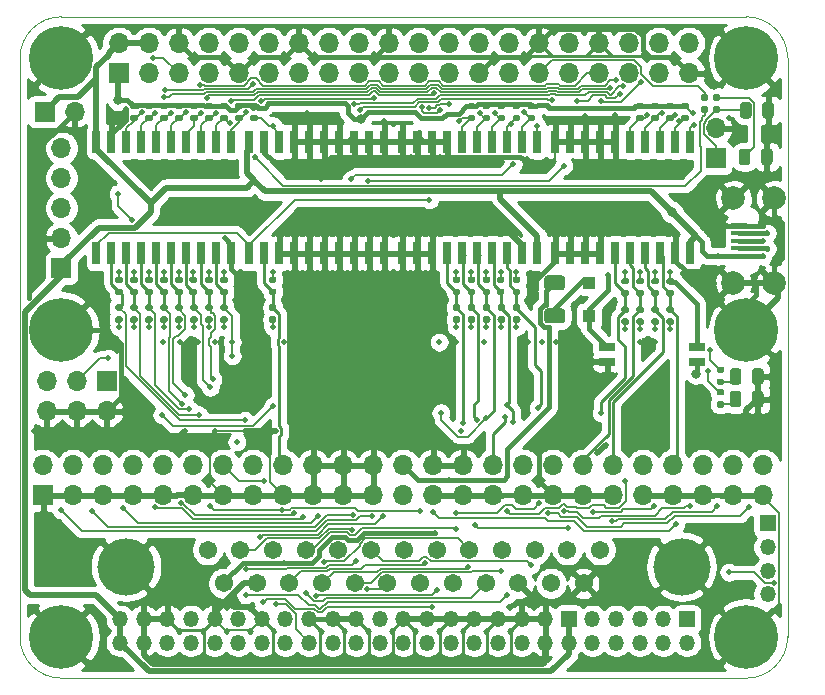
<source format=gbr>
%TF.GenerationSoftware,KiCad,Pcbnew,(5.1.7-7-g831c51c875)-1*%
%TF.CreationDate,2021-01-07T08:30:10-06:00*%
%TF.ProjectId,rascsi_2p4,72617363-7369-45f3-9270-342e6b696361,rev?*%
%TF.SameCoordinates,PX59d60c0PY325aa00*%
%TF.FileFunction,Copper,L1,Top*%
%TF.FilePolarity,Positive*%
%FSLAX46Y46*%
G04 Gerber Fmt 4.6, Leading zero omitted, Abs format (unit mm)*
G04 Created by KiCad (PCBNEW (5.1.7-7-g831c51c875)-1) date 2021-01-07 08:30:10*
%MOMM*%
%LPD*%
G01*
G04 APERTURE LIST*
%TA.AperFunction,Profile*%
%ADD10C,0.050000*%
%TD*%
%TA.AperFunction,ComponentPad*%
%ADD11C,4.845000*%
%TD*%
%TA.AperFunction,ComponentPad*%
%ADD12C,1.545000*%
%TD*%
%TA.AperFunction,ComponentPad*%
%ADD13O,1.350000X1.350000*%
%TD*%
%TA.AperFunction,ComponentPad*%
%ADD14R,1.350000X1.350000*%
%TD*%
%TA.AperFunction,ComponentPad*%
%ADD15O,1.700000X1.700000*%
%TD*%
%TA.AperFunction,ComponentPad*%
%ADD16R,1.700000X1.700000*%
%TD*%
%TA.AperFunction,SMDPad,CuDef*%
%ADD17R,0.650000X1.950000*%
%TD*%
%TA.AperFunction,ComponentPad*%
%ADD18C,2.000000*%
%TD*%
%TA.AperFunction,SMDPad,CuDef*%
%ADD19R,1.400000X0.400000*%
%TD*%
%TA.AperFunction,SMDPad,CuDef*%
%ADD20R,1.100000X1.100000*%
%TD*%
%TA.AperFunction,ComponentPad*%
%ADD21C,0.800000*%
%TD*%
%TA.AperFunction,ComponentPad*%
%ADD22C,5.400000*%
%TD*%
%TA.AperFunction,SMDPad,CuDef*%
%ADD23R,1.425000X0.750000*%
%TD*%
%TA.AperFunction,ViaPad*%
%ADD24C,0.500000*%
%TD*%
%TA.AperFunction,ViaPad*%
%ADD25C,0.800000*%
%TD*%
%TA.AperFunction,Conductor*%
%ADD26C,0.250000*%
%TD*%
%TA.AperFunction,Conductor*%
%ADD27C,0.400000*%
%TD*%
%TA.AperFunction,Conductor*%
%ADD28C,0.500000*%
%TD*%
%TA.AperFunction,Conductor*%
%ADD29C,0.150000*%
%TD*%
%TA.AperFunction,Conductor*%
%ADD30C,0.200000*%
%TD*%
%TA.AperFunction,Conductor*%
%ADD31C,0.254000*%
%TD*%
G04 APERTURE END LIST*
D10*
X83800000Y-45696000D02*
X141800000Y-45696000D01*
X83800000Y-45696000D02*
G75*
G02*
X80300000Y-42196000I0J3500000D01*
G01*
X145300000Y-42196000D02*
G75*
G02*
X141800000Y-45696000I-3500000J0D01*
G01*
X80300000Y6800000D02*
X80300000Y-42196000D01*
X145300000Y6800000D02*
X145300000Y-42196000D01*
X83800000Y10300000D02*
X141800000Y10300000D01*
X80300000Y6800000D02*
G75*
G02*
X83800000Y10300000I3500000J0D01*
G01*
X141800000Y10300000D02*
G75*
G02*
X145300000Y6800000I0J-3500000D01*
G01*
D11*
%TO.P,J6,MH2*%
%TO.N,GND*%
X89281600Y-36250000D03*
%TO.P,J6,MH1*%
X136321600Y-36250000D03*
D12*
%TO.P,J6,25*%
%TO.N,TERMPOW*%
X97566600Y-37670000D03*
%TO.P,J6,24*%
%TO.N,GND*%
X100336600Y-37670000D03*
%TO.P,J6,23*%
%TO.N,C-D4*%
X103106600Y-37670000D03*
%TO.P,J6,22*%
%TO.N,C-D2*%
X105876600Y-37670000D03*
%TO.P,J6,21*%
%TO.N,C-D1*%
X108646600Y-37670000D03*
%TO.P,J6,20*%
%TO.N,C-DP*%
X111416600Y-37670000D03*
%TO.P,J6,19*%
%TO.N,C-SEL*%
X114186600Y-37670000D03*
%TO.P,J6,18*%
%TO.N,GND*%
X116956600Y-37670000D03*
%TO.P,J6,17*%
%TO.N,C-ATN*%
X119726600Y-37670000D03*
%TO.P,J6,16*%
%TO.N,GND*%
X122496600Y-37670000D03*
%TO.P,J6,15*%
%TO.N,C-C_D*%
X125266600Y-37670000D03*
%TO.P,J6,14*%
%TO.N,GND*%
X128036600Y-37670000D03*
%TO.P,J6,13*%
%TO.N,C-D7*%
X96181600Y-34830000D03*
%TO.P,J6,12*%
%TO.N,C-D6*%
X98951600Y-34830000D03*
%TO.P,J6,11*%
%TO.N,C-D5*%
X101721600Y-34830000D03*
%TO.P,J6,10*%
%TO.N,C-D3*%
X104491600Y-34830000D03*
%TO.P,J6,9*%
%TO.N,GND*%
X107261600Y-34830000D03*
%TO.P,J6,8*%
%TO.N,C-D0*%
X110031600Y-34830000D03*
%TO.P,J6,7*%
%TO.N,GND*%
X112801600Y-34830000D03*
%TO.P,J6,6*%
%TO.N,C-BSY*%
X115571600Y-34830000D03*
%TO.P,J6,5*%
%TO.N,C-ACK*%
X118341600Y-34830000D03*
%TO.P,J6,4*%
%TO.N,C-RST*%
X121111600Y-34830000D03*
%TO.P,J6,3*%
%TO.N,C-I_O*%
X123881600Y-34830000D03*
%TO.P,J6,2*%
%TO.N,C-MSG*%
X126651600Y-34830000D03*
%TO.P,J6,1*%
%TO.N,C-REQ*%
X129421600Y-34830000D03*
%TD*%
D13*
%TO.P,J9,50*%
%TO.N,+5V*%
X88772000Y-42688000D03*
%TO.P,J9,49*%
X88772000Y-40688000D03*
%TO.P,J9,48*%
%TO.N,GND*%
X90772000Y-42688000D03*
%TO.P,J9,47*%
X90772000Y-40688000D03*
%TO.P,J9,46*%
%TO.N,C-REQ*%
X92772000Y-42688000D03*
%TO.P,J9,45*%
%TO.N,GND*%
X92772000Y-40688000D03*
%TO.P,J9,44*%
%TO.N,C-C_D*%
X94772000Y-42688000D03*
%TO.P,J9,43*%
%TO.N,C-I_O*%
X94772000Y-40688000D03*
%TO.P,J9,42*%
%TO.N,C-SEL*%
X96772000Y-42688000D03*
%TO.P,J9,41*%
%TO.N,GND*%
X96772000Y-40688000D03*
%TO.P,J9,40*%
%TO.N,C-MSG*%
X98772000Y-42688000D03*
%TO.P,J9,39*%
%TO.N,C-RST*%
X98772000Y-40688000D03*
%TO.P,J9,38*%
%TO.N,C-ACK*%
X100772000Y-42688000D03*
%TO.P,J9,37*%
%TO.N,GND*%
X100772000Y-40688000D03*
%TO.P,J9,36*%
%TO.N,C-BSY*%
X102772000Y-42688000D03*
%TO.P,J9,35*%
%TO.N,C-ATN*%
X102772000Y-40688000D03*
%TO.P,J9,34*%
%TO.N,TERMPOW*%
X104772000Y-42688000D03*
%TO.P,J9,33*%
%TO.N,GND*%
X104772000Y-40688000D03*
%TO.P,J9,32*%
%TO.N,C-DP*%
X106772000Y-42688000D03*
%TO.P,J9,31*%
%TO.N,GND*%
X106772000Y-40688000D03*
%TO.P,J9,30*%
%TO.N,C-D7*%
X108772000Y-42688000D03*
%TO.P,J9,29*%
%TO.N,GND*%
X108772000Y-40688000D03*
%TO.P,J9,28*%
%TO.N,C-D6*%
X110772000Y-42688000D03*
%TO.P,J9,27*%
%TO.N,N/C*%
X110772000Y-40688000D03*
%TO.P,J9,26*%
%TO.N,C-D5*%
X112772000Y-42688000D03*
%TO.P,J9,25*%
%TO.N,GND*%
X112772000Y-40688000D03*
%TO.P,J9,24*%
%TO.N,C-D4*%
X114772000Y-42688000D03*
%TO.P,J9,23*%
%TO.N,GND*%
X114772000Y-40688000D03*
%TO.P,J9,22*%
%TO.N,C-D3*%
X116772000Y-42688000D03*
%TO.P,J9,21*%
%TO.N,GND*%
X116772000Y-40688000D03*
%TO.P,J9,20*%
%TO.N,C-D2*%
X118772000Y-42688000D03*
%TO.P,J9,19*%
%TO.N,GND*%
X118772000Y-40688000D03*
%TO.P,J9,18*%
%TO.N,C-D1*%
X120772000Y-42688000D03*
%TO.P,J9,17*%
%TO.N,GND*%
X120772000Y-40688000D03*
%TO.P,J9,16*%
%TO.N,C-D0*%
X122772000Y-42688000D03*
%TO.P,J9,15*%
%TO.N,GND*%
X122772000Y-40688000D03*
%TO.P,J9,14*%
X124772000Y-42688000D03*
%TO.P,J9,13*%
X124772000Y-40688000D03*
%TO.P,J9,12*%
%TO.N,+5V*%
X126772000Y-42688000D03*
D14*
%TO.P,J9,11*%
X126772000Y-40688000D03*
D13*
%TO.P,J9,10*%
%TO.N,N/C*%
X128772000Y-42688000D03*
%TO.P,J9,9*%
X128772000Y-40688000D03*
%TO.P,J9,8*%
%TO.N,PB_LED_Pin*%
X130772000Y-42688000D03*
%TO.P,J9,7*%
%TO.N,PB_SCSIID_4*%
X130772000Y-40688000D03*
%TO.P,J9,6*%
%TO.N,PB_SCSIID_2*%
X132772000Y-42688000D03*
%TO.P,J9,5*%
%TO.N,PB_SCSIID_1*%
X132772000Y-40688000D03*
%TO.P,J9,4*%
%TO.N,N/C*%
X134772000Y-42688000D03*
%TO.P,J9,3*%
X134772000Y-40688000D03*
%TO.P,J9,2*%
X136772000Y-42688000D03*
D14*
%TO.P,J9,1*%
X136772000Y-40688000D03*
%TD*%
D13*
%TO.P,J10,4*%
%TO.N,PB_LED_Pin*%
X143630000Y-38592000D03*
%TO.P,J10,3*%
%TO.N,PB_SCSIID_1*%
X143630000Y-36592000D03*
%TO.P,J10,2*%
%TO.N,PB_SCSIID_2*%
X143630000Y-34592000D03*
D14*
%TO.P,J10,1*%
%TO.N,PB_SCSIID_4*%
X143630000Y-32592000D03*
%TD*%
%TO.P,R4,2*%
%TO.N,Net-(D4-Pad2)*%
%TA.AperFunction,SMDPad,CuDef*%
G36*
G01*
X139422000Y-20338000D02*
X139792000Y-20338000D01*
G75*
G02*
X139927000Y-20473000I0J-135000D01*
G01*
X139927000Y-20743000D01*
G75*
G02*
X139792000Y-20878000I-135000J0D01*
G01*
X139422000Y-20878000D01*
G75*
G02*
X139287000Y-20743000I0J135000D01*
G01*
X139287000Y-20473000D01*
G75*
G02*
X139422000Y-20338000I135000J0D01*
G01*
G37*
%TD.AperFunction*%
%TO.P,R4,1*%
%TO.N,+3V3*%
%TA.AperFunction,SMDPad,CuDef*%
G36*
G01*
X139422000Y-19318000D02*
X139792000Y-19318000D01*
G75*
G02*
X139927000Y-19453000I0J-135000D01*
G01*
X139927000Y-19723000D01*
G75*
G02*
X139792000Y-19858000I-135000J0D01*
G01*
X139422000Y-19858000D01*
G75*
G02*
X139287000Y-19723000I0J135000D01*
G01*
X139287000Y-19453000D01*
G75*
G02*
X139422000Y-19318000I135000J0D01*
G01*
G37*
%TD.AperFunction*%
%TD*%
%TO.P,R3,2*%
%TO.N,Net-(D3-Pad2)*%
%TA.AperFunction,SMDPad,CuDef*%
G36*
G01*
X139422000Y-22243000D02*
X139792000Y-22243000D01*
G75*
G02*
X139927000Y-22378000I0J-135000D01*
G01*
X139927000Y-22648000D01*
G75*
G02*
X139792000Y-22783000I-135000J0D01*
G01*
X139422000Y-22783000D01*
G75*
G02*
X139287000Y-22648000I0J135000D01*
G01*
X139287000Y-22378000D01*
G75*
G02*
X139422000Y-22243000I135000J0D01*
G01*
G37*
%TD.AperFunction*%
%TO.P,R3,1*%
%TO.N,+5V*%
%TA.AperFunction,SMDPad,CuDef*%
G36*
G01*
X139422000Y-21223000D02*
X139792000Y-21223000D01*
G75*
G02*
X139927000Y-21358000I0J-135000D01*
G01*
X139927000Y-21628000D01*
G75*
G02*
X139792000Y-21763000I-135000J0D01*
G01*
X139422000Y-21763000D01*
G75*
G02*
X139287000Y-21628000I0J135000D01*
G01*
X139287000Y-21358000D01*
G75*
G02*
X139422000Y-21223000I135000J0D01*
G01*
G37*
%TD.AperFunction*%
%TD*%
%TO.P,R2,2*%
%TO.N,Net-(D2-Pad2)*%
%TA.AperFunction,SMDPad,CuDef*%
G36*
G01*
X138998500Y3275500D02*
X138998500Y3645500D01*
G75*
G02*
X139133500Y3780500I135000J0D01*
G01*
X139403500Y3780500D01*
G75*
G02*
X139538500Y3645500I0J-135000D01*
G01*
X139538500Y3275500D01*
G75*
G02*
X139403500Y3140500I-135000J0D01*
G01*
X139133500Y3140500D01*
G75*
G02*
X138998500Y3275500I0J135000D01*
G01*
G37*
%TD.AperFunction*%
%TO.P,R2,1*%
%TO.N,DBG_LED*%
%TA.AperFunction,SMDPad,CuDef*%
G36*
G01*
X137978500Y3275500D02*
X137978500Y3645500D01*
G75*
G02*
X138113500Y3780500I135000J0D01*
G01*
X138383500Y3780500D01*
G75*
G02*
X138518500Y3645500I0J-135000D01*
G01*
X138518500Y3275500D01*
G75*
G02*
X138383500Y3140500I-135000J0D01*
G01*
X138113500Y3140500D01*
G75*
G02*
X137978500Y3275500I0J135000D01*
G01*
G37*
%TD.AperFunction*%
%TD*%
%TO.P,R1,2*%
%TO.N,EXT-ACT-LED*%
%TA.AperFunction,SMDPad,CuDef*%
G36*
G01*
X138998500Y2259500D02*
X138998500Y2629500D01*
G75*
G02*
X139133500Y2764500I135000J0D01*
G01*
X139403500Y2764500D01*
G75*
G02*
X139538500Y2629500I0J-135000D01*
G01*
X139538500Y2259500D01*
G75*
G02*
X139403500Y2124500I-135000J0D01*
G01*
X139133500Y2124500D01*
G75*
G02*
X138998500Y2259500I0J135000D01*
G01*
G37*
%TD.AperFunction*%
%TO.P,R1,1*%
%TO.N,PI-ACT*%
%TA.AperFunction,SMDPad,CuDef*%
G36*
G01*
X137978500Y2259500D02*
X137978500Y2629500D01*
G75*
G02*
X138113500Y2764500I135000J0D01*
G01*
X138383500Y2764500D01*
G75*
G02*
X138518500Y2629500I0J-135000D01*
G01*
X138518500Y2259500D01*
G75*
G02*
X138383500Y2124500I-135000J0D01*
G01*
X138113500Y2124500D01*
G75*
G02*
X137978500Y2259500I0J135000D01*
G01*
G37*
%TD.AperFunction*%
%TD*%
%TO.P,R58,2*%
%TO.N,C-DP*%
%TA.AperFunction,SMDPad,CuDef*%
G36*
G01*
X101882500Y-14587500D02*
X101512500Y-14587500D01*
G75*
G02*
X101377500Y-14452500I0J135000D01*
G01*
X101377500Y-14182500D01*
G75*
G02*
X101512500Y-14047500I135000J0D01*
G01*
X101882500Y-14047500D01*
G75*
G02*
X102017500Y-14182500I0J-135000D01*
G01*
X102017500Y-14452500D01*
G75*
G02*
X101882500Y-14587500I-135000J0D01*
G01*
G37*
%TD.AperFunction*%
%TO.P,R58,1*%
%TO.N,/TERM_GND*%
%TA.AperFunction,SMDPad,CuDef*%
G36*
G01*
X101882500Y-15607500D02*
X101512500Y-15607500D01*
G75*
G02*
X101377500Y-15472500I0J135000D01*
G01*
X101377500Y-15202500D01*
G75*
G02*
X101512500Y-15067500I135000J0D01*
G01*
X101882500Y-15067500D01*
G75*
G02*
X102017500Y-15202500I0J-135000D01*
G01*
X102017500Y-15472500D01*
G75*
G02*
X101882500Y-15607500I-135000J0D01*
G01*
G37*
%TD.AperFunction*%
%TD*%
%TO.P,R57,2*%
%TO.N,C-D0*%
%TA.AperFunction,SMDPad,CuDef*%
G36*
G01*
X97755000Y-14587500D02*
X97385000Y-14587500D01*
G75*
G02*
X97250000Y-14452500I0J135000D01*
G01*
X97250000Y-14182500D01*
G75*
G02*
X97385000Y-14047500I135000J0D01*
G01*
X97755000Y-14047500D01*
G75*
G02*
X97890000Y-14182500I0J-135000D01*
G01*
X97890000Y-14452500D01*
G75*
G02*
X97755000Y-14587500I-135000J0D01*
G01*
G37*
%TD.AperFunction*%
%TO.P,R57,1*%
%TO.N,/TERM_GND*%
%TA.AperFunction,SMDPad,CuDef*%
G36*
G01*
X97755000Y-15607500D02*
X97385000Y-15607500D01*
G75*
G02*
X97250000Y-15472500I0J135000D01*
G01*
X97250000Y-15202500D01*
G75*
G02*
X97385000Y-15067500I135000J0D01*
G01*
X97755000Y-15067500D01*
G75*
G02*
X97890000Y-15202500I0J-135000D01*
G01*
X97890000Y-15472500D01*
G75*
G02*
X97755000Y-15607500I-135000J0D01*
G01*
G37*
%TD.AperFunction*%
%TD*%
%TO.P,R56,2*%
%TO.N,C-D1*%
%TA.AperFunction,SMDPad,CuDef*%
G36*
G01*
X96485000Y-14587500D02*
X96115000Y-14587500D01*
G75*
G02*
X95980000Y-14452500I0J135000D01*
G01*
X95980000Y-14182500D01*
G75*
G02*
X96115000Y-14047500I135000J0D01*
G01*
X96485000Y-14047500D01*
G75*
G02*
X96620000Y-14182500I0J-135000D01*
G01*
X96620000Y-14452500D01*
G75*
G02*
X96485000Y-14587500I-135000J0D01*
G01*
G37*
%TD.AperFunction*%
%TO.P,R56,1*%
%TO.N,/TERM_GND*%
%TA.AperFunction,SMDPad,CuDef*%
G36*
G01*
X96485000Y-15607500D02*
X96115000Y-15607500D01*
G75*
G02*
X95980000Y-15472500I0J135000D01*
G01*
X95980000Y-15202500D01*
G75*
G02*
X96115000Y-15067500I135000J0D01*
G01*
X96485000Y-15067500D01*
G75*
G02*
X96620000Y-15202500I0J-135000D01*
G01*
X96620000Y-15472500D01*
G75*
G02*
X96485000Y-15607500I-135000J0D01*
G01*
G37*
%TD.AperFunction*%
%TD*%
%TO.P,R55,2*%
%TO.N,C-D2*%
%TA.AperFunction,SMDPad,CuDef*%
G36*
G01*
X95215000Y-14587500D02*
X94845000Y-14587500D01*
G75*
G02*
X94710000Y-14452500I0J135000D01*
G01*
X94710000Y-14182500D01*
G75*
G02*
X94845000Y-14047500I135000J0D01*
G01*
X95215000Y-14047500D01*
G75*
G02*
X95350000Y-14182500I0J-135000D01*
G01*
X95350000Y-14452500D01*
G75*
G02*
X95215000Y-14587500I-135000J0D01*
G01*
G37*
%TD.AperFunction*%
%TO.P,R55,1*%
%TO.N,/TERM_GND*%
%TA.AperFunction,SMDPad,CuDef*%
G36*
G01*
X95215000Y-15607500D02*
X94845000Y-15607500D01*
G75*
G02*
X94710000Y-15472500I0J135000D01*
G01*
X94710000Y-15202500D01*
G75*
G02*
X94845000Y-15067500I135000J0D01*
G01*
X95215000Y-15067500D01*
G75*
G02*
X95350000Y-15202500I0J-135000D01*
G01*
X95350000Y-15472500D01*
G75*
G02*
X95215000Y-15607500I-135000J0D01*
G01*
G37*
%TD.AperFunction*%
%TD*%
%TO.P,R54,2*%
%TO.N,C-D3*%
%TA.AperFunction,SMDPad,CuDef*%
G36*
G01*
X93945000Y-14587500D02*
X93575000Y-14587500D01*
G75*
G02*
X93440000Y-14452500I0J135000D01*
G01*
X93440000Y-14182500D01*
G75*
G02*
X93575000Y-14047500I135000J0D01*
G01*
X93945000Y-14047500D01*
G75*
G02*
X94080000Y-14182500I0J-135000D01*
G01*
X94080000Y-14452500D01*
G75*
G02*
X93945000Y-14587500I-135000J0D01*
G01*
G37*
%TD.AperFunction*%
%TO.P,R54,1*%
%TO.N,/TERM_GND*%
%TA.AperFunction,SMDPad,CuDef*%
G36*
G01*
X93945000Y-15607500D02*
X93575000Y-15607500D01*
G75*
G02*
X93440000Y-15472500I0J135000D01*
G01*
X93440000Y-15202500D01*
G75*
G02*
X93575000Y-15067500I135000J0D01*
G01*
X93945000Y-15067500D01*
G75*
G02*
X94080000Y-15202500I0J-135000D01*
G01*
X94080000Y-15472500D01*
G75*
G02*
X93945000Y-15607500I-135000J0D01*
G01*
G37*
%TD.AperFunction*%
%TD*%
%TO.P,R53,2*%
%TO.N,C-D4*%
%TA.AperFunction,SMDPad,CuDef*%
G36*
G01*
X92675000Y-14587500D02*
X92305000Y-14587500D01*
G75*
G02*
X92170000Y-14452500I0J135000D01*
G01*
X92170000Y-14182500D01*
G75*
G02*
X92305000Y-14047500I135000J0D01*
G01*
X92675000Y-14047500D01*
G75*
G02*
X92810000Y-14182500I0J-135000D01*
G01*
X92810000Y-14452500D01*
G75*
G02*
X92675000Y-14587500I-135000J0D01*
G01*
G37*
%TD.AperFunction*%
%TO.P,R53,1*%
%TO.N,/TERM_GND*%
%TA.AperFunction,SMDPad,CuDef*%
G36*
G01*
X92675000Y-15607500D02*
X92305000Y-15607500D01*
G75*
G02*
X92170000Y-15472500I0J135000D01*
G01*
X92170000Y-15202500D01*
G75*
G02*
X92305000Y-15067500I135000J0D01*
G01*
X92675000Y-15067500D01*
G75*
G02*
X92810000Y-15202500I0J-135000D01*
G01*
X92810000Y-15472500D01*
G75*
G02*
X92675000Y-15607500I-135000J0D01*
G01*
G37*
%TD.AperFunction*%
%TD*%
%TO.P,R52,2*%
%TO.N,C-D5*%
%TA.AperFunction,SMDPad,CuDef*%
G36*
G01*
X91405000Y-14587500D02*
X91035000Y-14587500D01*
G75*
G02*
X90900000Y-14452500I0J135000D01*
G01*
X90900000Y-14182500D01*
G75*
G02*
X91035000Y-14047500I135000J0D01*
G01*
X91405000Y-14047500D01*
G75*
G02*
X91540000Y-14182500I0J-135000D01*
G01*
X91540000Y-14452500D01*
G75*
G02*
X91405000Y-14587500I-135000J0D01*
G01*
G37*
%TD.AperFunction*%
%TO.P,R52,1*%
%TO.N,/TERM_GND*%
%TA.AperFunction,SMDPad,CuDef*%
G36*
G01*
X91405000Y-15607500D02*
X91035000Y-15607500D01*
G75*
G02*
X90900000Y-15472500I0J135000D01*
G01*
X90900000Y-15202500D01*
G75*
G02*
X91035000Y-15067500I135000J0D01*
G01*
X91405000Y-15067500D01*
G75*
G02*
X91540000Y-15202500I0J-135000D01*
G01*
X91540000Y-15472500D01*
G75*
G02*
X91405000Y-15607500I-135000J0D01*
G01*
G37*
%TD.AperFunction*%
%TD*%
%TO.P,R51,2*%
%TO.N,C-D6*%
%TA.AperFunction,SMDPad,CuDef*%
G36*
G01*
X90135000Y-14587500D02*
X89765000Y-14587500D01*
G75*
G02*
X89630000Y-14452500I0J135000D01*
G01*
X89630000Y-14182500D01*
G75*
G02*
X89765000Y-14047500I135000J0D01*
G01*
X90135000Y-14047500D01*
G75*
G02*
X90270000Y-14182500I0J-135000D01*
G01*
X90270000Y-14452500D01*
G75*
G02*
X90135000Y-14587500I-135000J0D01*
G01*
G37*
%TD.AperFunction*%
%TO.P,R51,1*%
%TO.N,/TERM_GND*%
%TA.AperFunction,SMDPad,CuDef*%
G36*
G01*
X90135000Y-15607500D02*
X89765000Y-15607500D01*
G75*
G02*
X89630000Y-15472500I0J135000D01*
G01*
X89630000Y-15202500D01*
G75*
G02*
X89765000Y-15067500I135000J0D01*
G01*
X90135000Y-15067500D01*
G75*
G02*
X90270000Y-15202500I0J-135000D01*
G01*
X90270000Y-15472500D01*
G75*
G02*
X90135000Y-15607500I-135000J0D01*
G01*
G37*
%TD.AperFunction*%
%TD*%
%TO.P,R50,2*%
%TO.N,C-D7*%
%TA.AperFunction,SMDPad,CuDef*%
G36*
G01*
X88865000Y-14587500D02*
X88495000Y-14587500D01*
G75*
G02*
X88360000Y-14452500I0J135000D01*
G01*
X88360000Y-14182500D01*
G75*
G02*
X88495000Y-14047500I135000J0D01*
G01*
X88865000Y-14047500D01*
G75*
G02*
X89000000Y-14182500I0J-135000D01*
G01*
X89000000Y-14452500D01*
G75*
G02*
X88865000Y-14587500I-135000J0D01*
G01*
G37*
%TD.AperFunction*%
%TO.P,R50,1*%
%TO.N,/TERM_GND*%
%TA.AperFunction,SMDPad,CuDef*%
G36*
G01*
X88865000Y-15607500D02*
X88495000Y-15607500D01*
G75*
G02*
X88360000Y-15472500I0J135000D01*
G01*
X88360000Y-15202500D01*
G75*
G02*
X88495000Y-15067500I135000J0D01*
G01*
X88865000Y-15067500D01*
G75*
G02*
X89000000Y-15202500I0J-135000D01*
G01*
X89000000Y-15472500D01*
G75*
G02*
X88865000Y-15607500I-135000J0D01*
G01*
G37*
%TD.AperFunction*%
%TD*%
%TO.P,R49,2*%
%TO.N,C-I_O*%
%TA.AperFunction,SMDPad,CuDef*%
G36*
G01*
X122520000Y-14587500D02*
X122150000Y-14587500D01*
G75*
G02*
X122015000Y-14452500I0J135000D01*
G01*
X122015000Y-14182500D01*
G75*
G02*
X122150000Y-14047500I135000J0D01*
G01*
X122520000Y-14047500D01*
G75*
G02*
X122655000Y-14182500I0J-135000D01*
G01*
X122655000Y-14452500D01*
G75*
G02*
X122520000Y-14587500I-135000J0D01*
G01*
G37*
%TD.AperFunction*%
%TO.P,R49,1*%
%TO.N,/TERM_GND*%
%TA.AperFunction,SMDPad,CuDef*%
G36*
G01*
X122520000Y-15607500D02*
X122150000Y-15607500D01*
G75*
G02*
X122015000Y-15472500I0J135000D01*
G01*
X122015000Y-15202500D01*
G75*
G02*
X122150000Y-15067500I135000J0D01*
G01*
X122520000Y-15067500D01*
G75*
G02*
X122655000Y-15202500I0J-135000D01*
G01*
X122655000Y-15472500D01*
G75*
G02*
X122520000Y-15607500I-135000J0D01*
G01*
G37*
%TD.AperFunction*%
%TD*%
%TO.P,R48,2*%
%TO.N,C-REQ*%
%TA.AperFunction,SMDPad,CuDef*%
G36*
G01*
X121250000Y-14587500D02*
X120880000Y-14587500D01*
G75*
G02*
X120745000Y-14452500I0J135000D01*
G01*
X120745000Y-14182500D01*
G75*
G02*
X120880000Y-14047500I135000J0D01*
G01*
X121250000Y-14047500D01*
G75*
G02*
X121385000Y-14182500I0J-135000D01*
G01*
X121385000Y-14452500D01*
G75*
G02*
X121250000Y-14587500I-135000J0D01*
G01*
G37*
%TD.AperFunction*%
%TO.P,R48,1*%
%TO.N,/TERM_GND*%
%TA.AperFunction,SMDPad,CuDef*%
G36*
G01*
X121250000Y-15607500D02*
X120880000Y-15607500D01*
G75*
G02*
X120745000Y-15472500I0J135000D01*
G01*
X120745000Y-15202500D01*
G75*
G02*
X120880000Y-15067500I135000J0D01*
G01*
X121250000Y-15067500D01*
G75*
G02*
X121385000Y-15202500I0J-135000D01*
G01*
X121385000Y-15472500D01*
G75*
G02*
X121250000Y-15607500I-135000J0D01*
G01*
G37*
%TD.AperFunction*%
%TD*%
%TO.P,R47,2*%
%TO.N,C-C_D*%
%TA.AperFunction,SMDPad,CuDef*%
G36*
G01*
X119980000Y-14587500D02*
X119610000Y-14587500D01*
G75*
G02*
X119475000Y-14452500I0J135000D01*
G01*
X119475000Y-14182500D01*
G75*
G02*
X119610000Y-14047500I135000J0D01*
G01*
X119980000Y-14047500D01*
G75*
G02*
X120115000Y-14182500I0J-135000D01*
G01*
X120115000Y-14452500D01*
G75*
G02*
X119980000Y-14587500I-135000J0D01*
G01*
G37*
%TD.AperFunction*%
%TO.P,R47,1*%
%TO.N,/TERM_GND*%
%TA.AperFunction,SMDPad,CuDef*%
G36*
G01*
X119980000Y-15607500D02*
X119610000Y-15607500D01*
G75*
G02*
X119475000Y-15472500I0J135000D01*
G01*
X119475000Y-15202500D01*
G75*
G02*
X119610000Y-15067500I135000J0D01*
G01*
X119980000Y-15067500D01*
G75*
G02*
X120115000Y-15202500I0J-135000D01*
G01*
X120115000Y-15472500D01*
G75*
G02*
X119980000Y-15607500I-135000J0D01*
G01*
G37*
%TD.AperFunction*%
%TD*%
%TO.P,R46,2*%
%TO.N,C-MSG*%
%TA.AperFunction,SMDPad,CuDef*%
G36*
G01*
X118710000Y-14587500D02*
X118340000Y-14587500D01*
G75*
G02*
X118205000Y-14452500I0J135000D01*
G01*
X118205000Y-14182500D01*
G75*
G02*
X118340000Y-14047500I135000J0D01*
G01*
X118710000Y-14047500D01*
G75*
G02*
X118845000Y-14182500I0J-135000D01*
G01*
X118845000Y-14452500D01*
G75*
G02*
X118710000Y-14587500I-135000J0D01*
G01*
G37*
%TD.AperFunction*%
%TO.P,R46,1*%
%TO.N,/TERM_GND*%
%TA.AperFunction,SMDPad,CuDef*%
G36*
G01*
X118710000Y-15607500D02*
X118340000Y-15607500D01*
G75*
G02*
X118205000Y-15472500I0J135000D01*
G01*
X118205000Y-15202500D01*
G75*
G02*
X118340000Y-15067500I135000J0D01*
G01*
X118710000Y-15067500D01*
G75*
G02*
X118845000Y-15202500I0J-135000D01*
G01*
X118845000Y-15472500D01*
G75*
G02*
X118710000Y-15607500I-135000J0D01*
G01*
G37*
%TD.AperFunction*%
%TD*%
%TO.P,R45,2*%
%TO.N,C-BSY*%
%TA.AperFunction,SMDPad,CuDef*%
G36*
G01*
X117440000Y-14587500D02*
X117070000Y-14587500D01*
G75*
G02*
X116935000Y-14452500I0J135000D01*
G01*
X116935000Y-14182500D01*
G75*
G02*
X117070000Y-14047500I135000J0D01*
G01*
X117440000Y-14047500D01*
G75*
G02*
X117575000Y-14182500I0J-135000D01*
G01*
X117575000Y-14452500D01*
G75*
G02*
X117440000Y-14587500I-135000J0D01*
G01*
G37*
%TD.AperFunction*%
%TO.P,R45,1*%
%TO.N,/TERM_GND*%
%TA.AperFunction,SMDPad,CuDef*%
G36*
G01*
X117440000Y-15607500D02*
X117070000Y-15607500D01*
G75*
G02*
X116935000Y-15472500I0J135000D01*
G01*
X116935000Y-15202500D01*
G75*
G02*
X117070000Y-15067500I135000J0D01*
G01*
X117440000Y-15067500D01*
G75*
G02*
X117575000Y-15202500I0J-135000D01*
G01*
X117575000Y-15472500D01*
G75*
G02*
X117440000Y-15607500I-135000J0D01*
G01*
G37*
%TD.AperFunction*%
%TD*%
%TO.P,R44,2*%
%TO.N,C-SEL*%
%TA.AperFunction,SMDPad,CuDef*%
G36*
G01*
X135537500Y-14762501D02*
X135167500Y-14762501D01*
G75*
G02*
X135032500Y-14627501I0J135000D01*
G01*
X135032500Y-14357501D01*
G75*
G02*
X135167500Y-14222501I135000J0D01*
G01*
X135537500Y-14222501D01*
G75*
G02*
X135672500Y-14357501I0J-135000D01*
G01*
X135672500Y-14627501D01*
G75*
G02*
X135537500Y-14762501I-135000J0D01*
G01*
G37*
%TD.AperFunction*%
%TO.P,R44,1*%
%TO.N,/TERM_GND*%
%TA.AperFunction,SMDPad,CuDef*%
G36*
G01*
X135537500Y-15782501D02*
X135167500Y-15782501D01*
G75*
G02*
X135032500Y-15647501I0J135000D01*
G01*
X135032500Y-15377501D01*
G75*
G02*
X135167500Y-15242501I135000J0D01*
G01*
X135537500Y-15242501D01*
G75*
G02*
X135672500Y-15377501I0J-135000D01*
G01*
X135672500Y-15647501D01*
G75*
G02*
X135537500Y-15782501I-135000J0D01*
G01*
G37*
%TD.AperFunction*%
%TD*%
%TO.P,R43,2*%
%TO.N,C-RST*%
%TA.AperFunction,SMDPad,CuDef*%
G36*
G01*
X134267500Y-14762501D02*
X133897500Y-14762501D01*
G75*
G02*
X133762500Y-14627501I0J135000D01*
G01*
X133762500Y-14357501D01*
G75*
G02*
X133897500Y-14222501I135000J0D01*
G01*
X134267500Y-14222501D01*
G75*
G02*
X134402500Y-14357501I0J-135000D01*
G01*
X134402500Y-14627501D01*
G75*
G02*
X134267500Y-14762501I-135000J0D01*
G01*
G37*
%TD.AperFunction*%
%TO.P,R43,1*%
%TO.N,/TERM_GND*%
%TA.AperFunction,SMDPad,CuDef*%
G36*
G01*
X134267500Y-15782501D02*
X133897500Y-15782501D01*
G75*
G02*
X133762500Y-15647501I0J135000D01*
G01*
X133762500Y-15377501D01*
G75*
G02*
X133897500Y-15242501I135000J0D01*
G01*
X134267500Y-15242501D01*
G75*
G02*
X134402500Y-15377501I0J-135000D01*
G01*
X134402500Y-15647501D01*
G75*
G02*
X134267500Y-15782501I-135000J0D01*
G01*
G37*
%TD.AperFunction*%
%TD*%
%TO.P,R42,2*%
%TO.N,C-ACK*%
%TA.AperFunction,SMDPad,CuDef*%
G36*
G01*
X132997500Y-14762501D02*
X132627500Y-14762501D01*
G75*
G02*
X132492500Y-14627501I0J135000D01*
G01*
X132492500Y-14357501D01*
G75*
G02*
X132627500Y-14222501I135000J0D01*
G01*
X132997500Y-14222501D01*
G75*
G02*
X133132500Y-14357501I0J-135000D01*
G01*
X133132500Y-14627501D01*
G75*
G02*
X132997500Y-14762501I-135000J0D01*
G01*
G37*
%TD.AperFunction*%
%TO.P,R42,1*%
%TO.N,/TERM_GND*%
%TA.AperFunction,SMDPad,CuDef*%
G36*
G01*
X132997500Y-15782501D02*
X132627500Y-15782501D01*
G75*
G02*
X132492500Y-15647501I0J135000D01*
G01*
X132492500Y-15377501D01*
G75*
G02*
X132627500Y-15242501I135000J0D01*
G01*
X132997500Y-15242501D01*
G75*
G02*
X133132500Y-15377501I0J-135000D01*
G01*
X133132500Y-15647501D01*
G75*
G02*
X132997500Y-15782501I-135000J0D01*
G01*
G37*
%TD.AperFunction*%
%TD*%
%TO.P,R41,2*%
%TO.N,C-ATN*%
%TA.AperFunction,SMDPad,CuDef*%
G36*
G01*
X131727500Y-14762501D02*
X131357500Y-14762501D01*
G75*
G02*
X131222500Y-14627501I0J135000D01*
G01*
X131222500Y-14357501D01*
G75*
G02*
X131357500Y-14222501I135000J0D01*
G01*
X131727500Y-14222501D01*
G75*
G02*
X131862500Y-14357501I0J-135000D01*
G01*
X131862500Y-14627501D01*
G75*
G02*
X131727500Y-14762501I-135000J0D01*
G01*
G37*
%TD.AperFunction*%
%TO.P,R41,1*%
%TO.N,/TERM_GND*%
%TA.AperFunction,SMDPad,CuDef*%
G36*
G01*
X131727500Y-15782501D02*
X131357500Y-15782501D01*
G75*
G02*
X131222500Y-15647501I0J135000D01*
G01*
X131222500Y-15377501D01*
G75*
G02*
X131357500Y-15242501I135000J0D01*
G01*
X131727500Y-15242501D01*
G75*
G02*
X131862500Y-15377501I0J-135000D01*
G01*
X131862500Y-15647501D01*
G75*
G02*
X131727500Y-15782501I-135000J0D01*
G01*
G37*
%TD.AperFunction*%
%TD*%
%TO.P,R40,2*%
%TO.N,C-DP*%
%TA.AperFunction,SMDPad,CuDef*%
G36*
G01*
X101512500Y-12718000D02*
X101882500Y-12718000D01*
G75*
G02*
X102017500Y-12853000I0J-135000D01*
G01*
X102017500Y-13123000D01*
G75*
G02*
X101882500Y-13258000I-135000J0D01*
G01*
X101512500Y-13258000D01*
G75*
G02*
X101377500Y-13123000I0J135000D01*
G01*
X101377500Y-12853000D01*
G75*
G02*
X101512500Y-12718000I135000J0D01*
G01*
G37*
%TD.AperFunction*%
%TO.P,R40,1*%
%TO.N,/TERM_5v*%
%TA.AperFunction,SMDPad,CuDef*%
G36*
G01*
X101512500Y-11698000D02*
X101882500Y-11698000D01*
G75*
G02*
X102017500Y-11833000I0J-135000D01*
G01*
X102017500Y-12103000D01*
G75*
G02*
X101882500Y-12238000I-135000J0D01*
G01*
X101512500Y-12238000D01*
G75*
G02*
X101377500Y-12103000I0J135000D01*
G01*
X101377500Y-11833000D01*
G75*
G02*
X101512500Y-11698000I135000J0D01*
G01*
G37*
%TD.AperFunction*%
%TD*%
%TO.P,R39,2*%
%TO.N,C-D0*%
%TA.AperFunction,SMDPad,CuDef*%
G36*
G01*
X97385000Y-12718000D02*
X97755000Y-12718000D01*
G75*
G02*
X97890000Y-12853000I0J-135000D01*
G01*
X97890000Y-13123000D01*
G75*
G02*
X97755000Y-13258000I-135000J0D01*
G01*
X97385000Y-13258000D01*
G75*
G02*
X97250000Y-13123000I0J135000D01*
G01*
X97250000Y-12853000D01*
G75*
G02*
X97385000Y-12718000I135000J0D01*
G01*
G37*
%TD.AperFunction*%
%TO.P,R39,1*%
%TO.N,/TERM_5v*%
%TA.AperFunction,SMDPad,CuDef*%
G36*
G01*
X97385000Y-11698000D02*
X97755000Y-11698000D01*
G75*
G02*
X97890000Y-11833000I0J-135000D01*
G01*
X97890000Y-12103000D01*
G75*
G02*
X97755000Y-12238000I-135000J0D01*
G01*
X97385000Y-12238000D01*
G75*
G02*
X97250000Y-12103000I0J135000D01*
G01*
X97250000Y-11833000D01*
G75*
G02*
X97385000Y-11698000I135000J0D01*
G01*
G37*
%TD.AperFunction*%
%TD*%
%TO.P,R38,2*%
%TO.N,C-D1*%
%TA.AperFunction,SMDPad,CuDef*%
G36*
G01*
X96115000Y-12718000D02*
X96485000Y-12718000D01*
G75*
G02*
X96620000Y-12853000I0J-135000D01*
G01*
X96620000Y-13123000D01*
G75*
G02*
X96485000Y-13258000I-135000J0D01*
G01*
X96115000Y-13258000D01*
G75*
G02*
X95980000Y-13123000I0J135000D01*
G01*
X95980000Y-12853000D01*
G75*
G02*
X96115000Y-12718000I135000J0D01*
G01*
G37*
%TD.AperFunction*%
%TO.P,R38,1*%
%TO.N,/TERM_5v*%
%TA.AperFunction,SMDPad,CuDef*%
G36*
G01*
X96115000Y-11698000D02*
X96485000Y-11698000D01*
G75*
G02*
X96620000Y-11833000I0J-135000D01*
G01*
X96620000Y-12103000D01*
G75*
G02*
X96485000Y-12238000I-135000J0D01*
G01*
X96115000Y-12238000D01*
G75*
G02*
X95980000Y-12103000I0J135000D01*
G01*
X95980000Y-11833000D01*
G75*
G02*
X96115000Y-11698000I135000J0D01*
G01*
G37*
%TD.AperFunction*%
%TD*%
%TO.P,R37,2*%
%TO.N,C-D2*%
%TA.AperFunction,SMDPad,CuDef*%
G36*
G01*
X94781500Y-12718000D02*
X95151500Y-12718000D01*
G75*
G02*
X95286500Y-12853000I0J-135000D01*
G01*
X95286500Y-13123000D01*
G75*
G02*
X95151500Y-13258000I-135000J0D01*
G01*
X94781500Y-13258000D01*
G75*
G02*
X94646500Y-13123000I0J135000D01*
G01*
X94646500Y-12853000D01*
G75*
G02*
X94781500Y-12718000I135000J0D01*
G01*
G37*
%TD.AperFunction*%
%TO.P,R37,1*%
%TO.N,/TERM_5v*%
%TA.AperFunction,SMDPad,CuDef*%
G36*
G01*
X94781500Y-11698000D02*
X95151500Y-11698000D01*
G75*
G02*
X95286500Y-11833000I0J-135000D01*
G01*
X95286500Y-12103000D01*
G75*
G02*
X95151500Y-12238000I-135000J0D01*
G01*
X94781500Y-12238000D01*
G75*
G02*
X94646500Y-12103000I0J135000D01*
G01*
X94646500Y-11833000D01*
G75*
G02*
X94781500Y-11698000I135000J0D01*
G01*
G37*
%TD.AperFunction*%
%TD*%
%TO.P,R36,2*%
%TO.N,C-D3*%
%TA.AperFunction,SMDPad,CuDef*%
G36*
G01*
X93575000Y-12718000D02*
X93945000Y-12718000D01*
G75*
G02*
X94080000Y-12853000I0J-135000D01*
G01*
X94080000Y-13123000D01*
G75*
G02*
X93945000Y-13258000I-135000J0D01*
G01*
X93575000Y-13258000D01*
G75*
G02*
X93440000Y-13123000I0J135000D01*
G01*
X93440000Y-12853000D01*
G75*
G02*
X93575000Y-12718000I135000J0D01*
G01*
G37*
%TD.AperFunction*%
%TO.P,R36,1*%
%TO.N,/TERM_5v*%
%TA.AperFunction,SMDPad,CuDef*%
G36*
G01*
X93575000Y-11698000D02*
X93945000Y-11698000D01*
G75*
G02*
X94080000Y-11833000I0J-135000D01*
G01*
X94080000Y-12103000D01*
G75*
G02*
X93945000Y-12238000I-135000J0D01*
G01*
X93575000Y-12238000D01*
G75*
G02*
X93440000Y-12103000I0J135000D01*
G01*
X93440000Y-11833000D01*
G75*
G02*
X93575000Y-11698000I135000J0D01*
G01*
G37*
%TD.AperFunction*%
%TD*%
%TO.P,R35,2*%
%TO.N,C-D4*%
%TA.AperFunction,SMDPad,CuDef*%
G36*
G01*
X92305000Y-12718000D02*
X92675000Y-12718000D01*
G75*
G02*
X92810000Y-12853000I0J-135000D01*
G01*
X92810000Y-13123000D01*
G75*
G02*
X92675000Y-13258000I-135000J0D01*
G01*
X92305000Y-13258000D01*
G75*
G02*
X92170000Y-13123000I0J135000D01*
G01*
X92170000Y-12853000D01*
G75*
G02*
X92305000Y-12718000I135000J0D01*
G01*
G37*
%TD.AperFunction*%
%TO.P,R35,1*%
%TO.N,/TERM_5v*%
%TA.AperFunction,SMDPad,CuDef*%
G36*
G01*
X92305000Y-11698000D02*
X92675000Y-11698000D01*
G75*
G02*
X92810000Y-11833000I0J-135000D01*
G01*
X92810000Y-12103000D01*
G75*
G02*
X92675000Y-12238000I-135000J0D01*
G01*
X92305000Y-12238000D01*
G75*
G02*
X92170000Y-12103000I0J135000D01*
G01*
X92170000Y-11833000D01*
G75*
G02*
X92305000Y-11698000I135000J0D01*
G01*
G37*
%TD.AperFunction*%
%TD*%
%TO.P,R34,2*%
%TO.N,C-D5*%
%TA.AperFunction,SMDPad,CuDef*%
G36*
G01*
X91035000Y-12718000D02*
X91405000Y-12718000D01*
G75*
G02*
X91540000Y-12853000I0J-135000D01*
G01*
X91540000Y-13123000D01*
G75*
G02*
X91405000Y-13258000I-135000J0D01*
G01*
X91035000Y-13258000D01*
G75*
G02*
X90900000Y-13123000I0J135000D01*
G01*
X90900000Y-12853000D01*
G75*
G02*
X91035000Y-12718000I135000J0D01*
G01*
G37*
%TD.AperFunction*%
%TO.P,R34,1*%
%TO.N,/TERM_5v*%
%TA.AperFunction,SMDPad,CuDef*%
G36*
G01*
X91035000Y-11698000D02*
X91405000Y-11698000D01*
G75*
G02*
X91540000Y-11833000I0J-135000D01*
G01*
X91540000Y-12103000D01*
G75*
G02*
X91405000Y-12238000I-135000J0D01*
G01*
X91035000Y-12238000D01*
G75*
G02*
X90900000Y-12103000I0J135000D01*
G01*
X90900000Y-11833000D01*
G75*
G02*
X91035000Y-11698000I135000J0D01*
G01*
G37*
%TD.AperFunction*%
%TD*%
%TO.P,R33,2*%
%TO.N,C-D6*%
%TA.AperFunction,SMDPad,CuDef*%
G36*
G01*
X89765000Y-12718000D02*
X90135000Y-12718000D01*
G75*
G02*
X90270000Y-12853000I0J-135000D01*
G01*
X90270000Y-13123000D01*
G75*
G02*
X90135000Y-13258000I-135000J0D01*
G01*
X89765000Y-13258000D01*
G75*
G02*
X89630000Y-13123000I0J135000D01*
G01*
X89630000Y-12853000D01*
G75*
G02*
X89765000Y-12718000I135000J0D01*
G01*
G37*
%TD.AperFunction*%
%TO.P,R33,1*%
%TO.N,/TERM_5v*%
%TA.AperFunction,SMDPad,CuDef*%
G36*
G01*
X89765000Y-11698000D02*
X90135000Y-11698000D01*
G75*
G02*
X90270000Y-11833000I0J-135000D01*
G01*
X90270000Y-12103000D01*
G75*
G02*
X90135000Y-12238000I-135000J0D01*
G01*
X89765000Y-12238000D01*
G75*
G02*
X89630000Y-12103000I0J135000D01*
G01*
X89630000Y-11833000D01*
G75*
G02*
X89765000Y-11698000I135000J0D01*
G01*
G37*
%TD.AperFunction*%
%TD*%
%TO.P,R32,2*%
%TO.N,C-D7*%
%TA.AperFunction,SMDPad,CuDef*%
G36*
G01*
X88495000Y-12718000D02*
X88865000Y-12718000D01*
G75*
G02*
X89000000Y-12853000I0J-135000D01*
G01*
X89000000Y-13123000D01*
G75*
G02*
X88865000Y-13258000I-135000J0D01*
G01*
X88495000Y-13258000D01*
G75*
G02*
X88360000Y-13123000I0J135000D01*
G01*
X88360000Y-12853000D01*
G75*
G02*
X88495000Y-12718000I135000J0D01*
G01*
G37*
%TD.AperFunction*%
%TO.P,R32,1*%
%TO.N,/TERM_5v*%
%TA.AperFunction,SMDPad,CuDef*%
G36*
G01*
X88495000Y-11698000D02*
X88865000Y-11698000D01*
G75*
G02*
X89000000Y-11833000I0J-135000D01*
G01*
X89000000Y-12103000D01*
G75*
G02*
X88865000Y-12238000I-135000J0D01*
G01*
X88495000Y-12238000D01*
G75*
G02*
X88360000Y-12103000I0J135000D01*
G01*
X88360000Y-11833000D01*
G75*
G02*
X88495000Y-11698000I135000J0D01*
G01*
G37*
%TD.AperFunction*%
%TD*%
%TO.P,R31,2*%
%TO.N,C-I_O*%
%TA.AperFunction,SMDPad,CuDef*%
G36*
G01*
X122150000Y-12718000D02*
X122520000Y-12718000D01*
G75*
G02*
X122655000Y-12853000I0J-135000D01*
G01*
X122655000Y-13123000D01*
G75*
G02*
X122520000Y-13258000I-135000J0D01*
G01*
X122150000Y-13258000D01*
G75*
G02*
X122015000Y-13123000I0J135000D01*
G01*
X122015000Y-12853000D01*
G75*
G02*
X122150000Y-12718000I135000J0D01*
G01*
G37*
%TD.AperFunction*%
%TO.P,R31,1*%
%TO.N,/TERM_5v*%
%TA.AperFunction,SMDPad,CuDef*%
G36*
G01*
X122150000Y-11698000D02*
X122520000Y-11698000D01*
G75*
G02*
X122655000Y-11833000I0J-135000D01*
G01*
X122655000Y-12103000D01*
G75*
G02*
X122520000Y-12238000I-135000J0D01*
G01*
X122150000Y-12238000D01*
G75*
G02*
X122015000Y-12103000I0J135000D01*
G01*
X122015000Y-11833000D01*
G75*
G02*
X122150000Y-11698000I135000J0D01*
G01*
G37*
%TD.AperFunction*%
%TD*%
%TO.P,R30,2*%
%TO.N,C-REQ*%
%TA.AperFunction,SMDPad,CuDef*%
G36*
G01*
X120816500Y-12718000D02*
X121186500Y-12718000D01*
G75*
G02*
X121321500Y-12853000I0J-135000D01*
G01*
X121321500Y-13123000D01*
G75*
G02*
X121186500Y-13258000I-135000J0D01*
G01*
X120816500Y-13258000D01*
G75*
G02*
X120681500Y-13123000I0J135000D01*
G01*
X120681500Y-12853000D01*
G75*
G02*
X120816500Y-12718000I135000J0D01*
G01*
G37*
%TD.AperFunction*%
%TO.P,R30,1*%
%TO.N,/TERM_5v*%
%TA.AperFunction,SMDPad,CuDef*%
G36*
G01*
X120816500Y-11698000D02*
X121186500Y-11698000D01*
G75*
G02*
X121321500Y-11833000I0J-135000D01*
G01*
X121321500Y-12103000D01*
G75*
G02*
X121186500Y-12238000I-135000J0D01*
G01*
X120816500Y-12238000D01*
G75*
G02*
X120681500Y-12103000I0J135000D01*
G01*
X120681500Y-11833000D01*
G75*
G02*
X120816500Y-11698000I135000J0D01*
G01*
G37*
%TD.AperFunction*%
%TD*%
%TO.P,R29,2*%
%TO.N,C-C_D*%
%TA.AperFunction,SMDPad,CuDef*%
G36*
G01*
X119610000Y-12718000D02*
X119980000Y-12718000D01*
G75*
G02*
X120115000Y-12853000I0J-135000D01*
G01*
X120115000Y-13123000D01*
G75*
G02*
X119980000Y-13258000I-135000J0D01*
G01*
X119610000Y-13258000D01*
G75*
G02*
X119475000Y-13123000I0J135000D01*
G01*
X119475000Y-12853000D01*
G75*
G02*
X119610000Y-12718000I135000J0D01*
G01*
G37*
%TD.AperFunction*%
%TO.P,R29,1*%
%TO.N,/TERM_5v*%
%TA.AperFunction,SMDPad,CuDef*%
G36*
G01*
X119610000Y-11698000D02*
X119980000Y-11698000D01*
G75*
G02*
X120115000Y-11833000I0J-135000D01*
G01*
X120115000Y-12103000D01*
G75*
G02*
X119980000Y-12238000I-135000J0D01*
G01*
X119610000Y-12238000D01*
G75*
G02*
X119475000Y-12103000I0J135000D01*
G01*
X119475000Y-11833000D01*
G75*
G02*
X119610000Y-11698000I135000J0D01*
G01*
G37*
%TD.AperFunction*%
%TD*%
%TO.P,R28,2*%
%TO.N,C-MSG*%
%TA.AperFunction,SMDPad,CuDef*%
G36*
G01*
X118340000Y-12718000D02*
X118710000Y-12718000D01*
G75*
G02*
X118845000Y-12853000I0J-135000D01*
G01*
X118845000Y-13123000D01*
G75*
G02*
X118710000Y-13258000I-135000J0D01*
G01*
X118340000Y-13258000D01*
G75*
G02*
X118205000Y-13123000I0J135000D01*
G01*
X118205000Y-12853000D01*
G75*
G02*
X118340000Y-12718000I135000J0D01*
G01*
G37*
%TD.AperFunction*%
%TO.P,R28,1*%
%TO.N,/TERM_5v*%
%TA.AperFunction,SMDPad,CuDef*%
G36*
G01*
X118340000Y-11698000D02*
X118710000Y-11698000D01*
G75*
G02*
X118845000Y-11833000I0J-135000D01*
G01*
X118845000Y-12103000D01*
G75*
G02*
X118710000Y-12238000I-135000J0D01*
G01*
X118340000Y-12238000D01*
G75*
G02*
X118205000Y-12103000I0J135000D01*
G01*
X118205000Y-11833000D01*
G75*
G02*
X118340000Y-11698000I135000J0D01*
G01*
G37*
%TD.AperFunction*%
%TD*%
%TO.P,R27,2*%
%TO.N,C-BSY*%
%TA.AperFunction,SMDPad,CuDef*%
G36*
G01*
X117070000Y-12718000D02*
X117440000Y-12718000D01*
G75*
G02*
X117575000Y-12853000I0J-135000D01*
G01*
X117575000Y-13123000D01*
G75*
G02*
X117440000Y-13258000I-135000J0D01*
G01*
X117070000Y-13258000D01*
G75*
G02*
X116935000Y-13123000I0J135000D01*
G01*
X116935000Y-12853000D01*
G75*
G02*
X117070000Y-12718000I135000J0D01*
G01*
G37*
%TD.AperFunction*%
%TO.P,R27,1*%
%TO.N,/TERM_5v*%
%TA.AperFunction,SMDPad,CuDef*%
G36*
G01*
X117070000Y-11698000D02*
X117440000Y-11698000D01*
G75*
G02*
X117575000Y-11833000I0J-135000D01*
G01*
X117575000Y-12103000D01*
G75*
G02*
X117440000Y-12238000I-135000J0D01*
G01*
X117070000Y-12238000D01*
G75*
G02*
X116935000Y-12103000I0J135000D01*
G01*
X116935000Y-11833000D01*
G75*
G02*
X117070000Y-11698000I135000J0D01*
G01*
G37*
%TD.AperFunction*%
%TD*%
%TO.P,R26,2*%
%TO.N,C-SEL*%
%TA.AperFunction,SMDPad,CuDef*%
G36*
G01*
X135167500Y-12845000D02*
X135537500Y-12845000D01*
G75*
G02*
X135672500Y-12980000I0J-135000D01*
G01*
X135672500Y-13250000D01*
G75*
G02*
X135537500Y-13385000I-135000J0D01*
G01*
X135167500Y-13385000D01*
G75*
G02*
X135032500Y-13250000I0J135000D01*
G01*
X135032500Y-12980000D01*
G75*
G02*
X135167500Y-12845000I135000J0D01*
G01*
G37*
%TD.AperFunction*%
%TO.P,R26,1*%
%TO.N,/TERM_5v*%
%TA.AperFunction,SMDPad,CuDef*%
G36*
G01*
X135167500Y-11825000D02*
X135537500Y-11825000D01*
G75*
G02*
X135672500Y-11960000I0J-135000D01*
G01*
X135672500Y-12230000D01*
G75*
G02*
X135537500Y-12365000I-135000J0D01*
G01*
X135167500Y-12365000D01*
G75*
G02*
X135032500Y-12230000I0J135000D01*
G01*
X135032500Y-11960000D01*
G75*
G02*
X135167500Y-11825000I135000J0D01*
G01*
G37*
%TD.AperFunction*%
%TD*%
%TO.P,R25,2*%
%TO.N,C-RST*%
%TA.AperFunction,SMDPad,CuDef*%
G36*
G01*
X133897500Y-12845000D02*
X134267500Y-12845000D01*
G75*
G02*
X134402500Y-12980000I0J-135000D01*
G01*
X134402500Y-13250000D01*
G75*
G02*
X134267500Y-13385000I-135000J0D01*
G01*
X133897500Y-13385000D01*
G75*
G02*
X133762500Y-13250000I0J135000D01*
G01*
X133762500Y-12980000D01*
G75*
G02*
X133897500Y-12845000I135000J0D01*
G01*
G37*
%TD.AperFunction*%
%TO.P,R25,1*%
%TO.N,/TERM_5v*%
%TA.AperFunction,SMDPad,CuDef*%
G36*
G01*
X133897500Y-11825000D02*
X134267500Y-11825000D01*
G75*
G02*
X134402500Y-11960000I0J-135000D01*
G01*
X134402500Y-12230000D01*
G75*
G02*
X134267500Y-12365000I-135000J0D01*
G01*
X133897500Y-12365000D01*
G75*
G02*
X133762500Y-12230000I0J135000D01*
G01*
X133762500Y-11960000D01*
G75*
G02*
X133897500Y-11825000I135000J0D01*
G01*
G37*
%TD.AperFunction*%
%TD*%
%TO.P,R24,2*%
%TO.N,C-ACK*%
%TA.AperFunction,SMDPad,CuDef*%
G36*
G01*
X132627500Y-12845000D02*
X132997500Y-12845000D01*
G75*
G02*
X133132500Y-12980000I0J-135000D01*
G01*
X133132500Y-13250000D01*
G75*
G02*
X132997500Y-13385000I-135000J0D01*
G01*
X132627500Y-13385000D01*
G75*
G02*
X132492500Y-13250000I0J135000D01*
G01*
X132492500Y-12980000D01*
G75*
G02*
X132627500Y-12845000I135000J0D01*
G01*
G37*
%TD.AperFunction*%
%TO.P,R24,1*%
%TO.N,/TERM_5v*%
%TA.AperFunction,SMDPad,CuDef*%
G36*
G01*
X132627500Y-11825000D02*
X132997500Y-11825000D01*
G75*
G02*
X133132500Y-11960000I0J-135000D01*
G01*
X133132500Y-12230000D01*
G75*
G02*
X132997500Y-12365000I-135000J0D01*
G01*
X132627500Y-12365000D01*
G75*
G02*
X132492500Y-12230000I0J135000D01*
G01*
X132492500Y-11960000D01*
G75*
G02*
X132627500Y-11825000I135000J0D01*
G01*
G37*
%TD.AperFunction*%
%TD*%
%TO.P,R23,2*%
%TO.N,C-ATN*%
%TA.AperFunction,SMDPad,CuDef*%
G36*
G01*
X131357500Y-12845000D02*
X131727500Y-12845000D01*
G75*
G02*
X131862500Y-12980000I0J-135000D01*
G01*
X131862500Y-13250000D01*
G75*
G02*
X131727500Y-13385000I-135000J0D01*
G01*
X131357500Y-13385000D01*
G75*
G02*
X131222500Y-13250000I0J135000D01*
G01*
X131222500Y-12980000D01*
G75*
G02*
X131357500Y-12845000I135000J0D01*
G01*
G37*
%TD.AperFunction*%
%TO.P,R23,1*%
%TO.N,/TERM_5v*%
%TA.AperFunction,SMDPad,CuDef*%
G36*
G01*
X131357500Y-11825000D02*
X131727500Y-11825000D01*
G75*
G02*
X131862500Y-11960000I0J-135000D01*
G01*
X131862500Y-12230000D01*
G75*
G02*
X131727500Y-12365000I-135000J0D01*
G01*
X131357500Y-12365000D01*
G75*
G02*
X131222500Y-12230000I0J135000D01*
G01*
X131222500Y-11960000D01*
G75*
G02*
X131357500Y-11825000I135000J0D01*
G01*
G37*
%TD.AperFunction*%
%TD*%
%TO.P,R22,2*%
%TO.N,PI-DP*%
%TA.AperFunction,SMDPad,CuDef*%
G36*
G01*
X99925000Y1991000D02*
X100295000Y1991000D01*
G75*
G02*
X100430000Y1856000I0J-135000D01*
G01*
X100430000Y1586000D01*
G75*
G02*
X100295000Y1451000I-135000J0D01*
G01*
X99925000Y1451000D01*
G75*
G02*
X99790000Y1586000I0J135000D01*
G01*
X99790000Y1856000D01*
G75*
G02*
X99925000Y1991000I135000J0D01*
G01*
G37*
%TD.AperFunction*%
%TO.P,R22,1*%
%TO.N,+3V3*%
%TA.AperFunction,SMDPad,CuDef*%
G36*
G01*
X99925000Y3011000D02*
X100295000Y3011000D01*
G75*
G02*
X100430000Y2876000I0J-135000D01*
G01*
X100430000Y2606000D01*
G75*
G02*
X100295000Y2471000I-135000J0D01*
G01*
X99925000Y2471000D01*
G75*
G02*
X99790000Y2606000I0J135000D01*
G01*
X99790000Y2876000D01*
G75*
G02*
X99925000Y3011000I135000J0D01*
G01*
G37*
%TD.AperFunction*%
%TD*%
%TO.P,R21,2*%
%TO.N,PI-D0*%
%TA.AperFunction,SMDPad,CuDef*%
G36*
G01*
X98655000Y1991000D02*
X99025000Y1991000D01*
G75*
G02*
X99160000Y1856000I0J-135000D01*
G01*
X99160000Y1586000D01*
G75*
G02*
X99025000Y1451000I-135000J0D01*
G01*
X98655000Y1451000D01*
G75*
G02*
X98520000Y1586000I0J135000D01*
G01*
X98520000Y1856000D01*
G75*
G02*
X98655000Y1991000I135000J0D01*
G01*
G37*
%TD.AperFunction*%
%TO.P,R21,1*%
%TO.N,+3V3*%
%TA.AperFunction,SMDPad,CuDef*%
G36*
G01*
X98655000Y3011000D02*
X99025000Y3011000D01*
G75*
G02*
X99160000Y2876000I0J-135000D01*
G01*
X99160000Y2606000D01*
G75*
G02*
X99025000Y2471000I-135000J0D01*
G01*
X98655000Y2471000D01*
G75*
G02*
X98520000Y2606000I0J135000D01*
G01*
X98520000Y2876000D01*
G75*
G02*
X98655000Y3011000I135000J0D01*
G01*
G37*
%TD.AperFunction*%
%TD*%
%TO.P,R20,2*%
%TO.N,PI-D1*%
%TA.AperFunction,SMDPad,CuDef*%
G36*
G01*
X97385000Y1991000D02*
X97755000Y1991000D01*
G75*
G02*
X97890000Y1856000I0J-135000D01*
G01*
X97890000Y1586000D01*
G75*
G02*
X97755000Y1451000I-135000J0D01*
G01*
X97385000Y1451000D01*
G75*
G02*
X97250000Y1586000I0J135000D01*
G01*
X97250000Y1856000D01*
G75*
G02*
X97385000Y1991000I135000J0D01*
G01*
G37*
%TD.AperFunction*%
%TO.P,R20,1*%
%TO.N,+3V3*%
%TA.AperFunction,SMDPad,CuDef*%
G36*
G01*
X97385000Y3011000D02*
X97755000Y3011000D01*
G75*
G02*
X97890000Y2876000I0J-135000D01*
G01*
X97890000Y2606000D01*
G75*
G02*
X97755000Y2471000I-135000J0D01*
G01*
X97385000Y2471000D01*
G75*
G02*
X97250000Y2606000I0J135000D01*
G01*
X97250000Y2876000D01*
G75*
G02*
X97385000Y3011000I135000J0D01*
G01*
G37*
%TD.AperFunction*%
%TD*%
%TO.P,R19,2*%
%TO.N,PI-D2*%
%TA.AperFunction,SMDPad,CuDef*%
G36*
G01*
X96115000Y1991000D02*
X96485000Y1991000D01*
G75*
G02*
X96620000Y1856000I0J-135000D01*
G01*
X96620000Y1586000D01*
G75*
G02*
X96485000Y1451000I-135000J0D01*
G01*
X96115000Y1451000D01*
G75*
G02*
X95980000Y1586000I0J135000D01*
G01*
X95980000Y1856000D01*
G75*
G02*
X96115000Y1991000I135000J0D01*
G01*
G37*
%TD.AperFunction*%
%TO.P,R19,1*%
%TO.N,+3V3*%
%TA.AperFunction,SMDPad,CuDef*%
G36*
G01*
X96115000Y3011000D02*
X96485000Y3011000D01*
G75*
G02*
X96620000Y2876000I0J-135000D01*
G01*
X96620000Y2606000D01*
G75*
G02*
X96485000Y2471000I-135000J0D01*
G01*
X96115000Y2471000D01*
G75*
G02*
X95980000Y2606000I0J135000D01*
G01*
X95980000Y2876000D01*
G75*
G02*
X96115000Y3011000I135000J0D01*
G01*
G37*
%TD.AperFunction*%
%TD*%
%TO.P,R18,2*%
%TO.N,PI-D3*%
%TA.AperFunction,SMDPad,CuDef*%
G36*
G01*
X94845000Y1991000D02*
X95215000Y1991000D01*
G75*
G02*
X95350000Y1856000I0J-135000D01*
G01*
X95350000Y1586000D01*
G75*
G02*
X95215000Y1451000I-135000J0D01*
G01*
X94845000Y1451000D01*
G75*
G02*
X94710000Y1586000I0J135000D01*
G01*
X94710000Y1856000D01*
G75*
G02*
X94845000Y1991000I135000J0D01*
G01*
G37*
%TD.AperFunction*%
%TO.P,R18,1*%
%TO.N,+3V3*%
%TA.AperFunction,SMDPad,CuDef*%
G36*
G01*
X94845000Y3011000D02*
X95215000Y3011000D01*
G75*
G02*
X95350000Y2876000I0J-135000D01*
G01*
X95350000Y2606000D01*
G75*
G02*
X95215000Y2471000I-135000J0D01*
G01*
X94845000Y2471000D01*
G75*
G02*
X94710000Y2606000I0J135000D01*
G01*
X94710000Y2876000D01*
G75*
G02*
X94845000Y3011000I135000J0D01*
G01*
G37*
%TD.AperFunction*%
%TD*%
%TO.P,R17,2*%
%TO.N,PI-D4*%
%TA.AperFunction,SMDPad,CuDef*%
G36*
G01*
X93575000Y1991000D02*
X93945000Y1991000D01*
G75*
G02*
X94080000Y1856000I0J-135000D01*
G01*
X94080000Y1586000D01*
G75*
G02*
X93945000Y1451000I-135000J0D01*
G01*
X93575000Y1451000D01*
G75*
G02*
X93440000Y1586000I0J135000D01*
G01*
X93440000Y1856000D01*
G75*
G02*
X93575000Y1991000I135000J0D01*
G01*
G37*
%TD.AperFunction*%
%TO.P,R17,1*%
%TO.N,+3V3*%
%TA.AperFunction,SMDPad,CuDef*%
G36*
G01*
X93575000Y3011000D02*
X93945000Y3011000D01*
G75*
G02*
X94080000Y2876000I0J-135000D01*
G01*
X94080000Y2606000D01*
G75*
G02*
X93945000Y2471000I-135000J0D01*
G01*
X93575000Y2471000D01*
G75*
G02*
X93440000Y2606000I0J135000D01*
G01*
X93440000Y2876000D01*
G75*
G02*
X93575000Y3011000I135000J0D01*
G01*
G37*
%TD.AperFunction*%
%TD*%
%TO.P,R16,2*%
%TO.N,PI-D5*%
%TA.AperFunction,SMDPad,CuDef*%
G36*
G01*
X92305000Y1991000D02*
X92675000Y1991000D01*
G75*
G02*
X92810000Y1856000I0J-135000D01*
G01*
X92810000Y1586000D01*
G75*
G02*
X92675000Y1451000I-135000J0D01*
G01*
X92305000Y1451000D01*
G75*
G02*
X92170000Y1586000I0J135000D01*
G01*
X92170000Y1856000D01*
G75*
G02*
X92305000Y1991000I135000J0D01*
G01*
G37*
%TD.AperFunction*%
%TO.P,R16,1*%
%TO.N,+3V3*%
%TA.AperFunction,SMDPad,CuDef*%
G36*
G01*
X92305000Y3011000D02*
X92675000Y3011000D01*
G75*
G02*
X92810000Y2876000I0J-135000D01*
G01*
X92810000Y2606000D01*
G75*
G02*
X92675000Y2471000I-135000J0D01*
G01*
X92305000Y2471000D01*
G75*
G02*
X92170000Y2606000I0J135000D01*
G01*
X92170000Y2876000D01*
G75*
G02*
X92305000Y3011000I135000J0D01*
G01*
G37*
%TD.AperFunction*%
%TD*%
%TO.P,R15,2*%
%TO.N,PI-D6*%
%TA.AperFunction,SMDPad,CuDef*%
G36*
G01*
X91035000Y1991000D02*
X91405000Y1991000D01*
G75*
G02*
X91540000Y1856000I0J-135000D01*
G01*
X91540000Y1586000D01*
G75*
G02*
X91405000Y1451000I-135000J0D01*
G01*
X91035000Y1451000D01*
G75*
G02*
X90900000Y1586000I0J135000D01*
G01*
X90900000Y1856000D01*
G75*
G02*
X91035000Y1991000I135000J0D01*
G01*
G37*
%TD.AperFunction*%
%TO.P,R15,1*%
%TO.N,+3V3*%
%TA.AperFunction,SMDPad,CuDef*%
G36*
G01*
X91035000Y3011000D02*
X91405000Y3011000D01*
G75*
G02*
X91540000Y2876000I0J-135000D01*
G01*
X91540000Y2606000D01*
G75*
G02*
X91405000Y2471000I-135000J0D01*
G01*
X91035000Y2471000D01*
G75*
G02*
X90900000Y2606000I0J135000D01*
G01*
X90900000Y2876000D01*
G75*
G02*
X91035000Y3011000I135000J0D01*
G01*
G37*
%TD.AperFunction*%
%TD*%
%TO.P,R14,2*%
%TO.N,PI-D7*%
%TA.AperFunction,SMDPad,CuDef*%
G36*
G01*
X89765000Y1991000D02*
X90135000Y1991000D01*
G75*
G02*
X90270000Y1856000I0J-135000D01*
G01*
X90270000Y1586000D01*
G75*
G02*
X90135000Y1451000I-135000J0D01*
G01*
X89765000Y1451000D01*
G75*
G02*
X89630000Y1586000I0J135000D01*
G01*
X89630000Y1856000D01*
G75*
G02*
X89765000Y1991000I135000J0D01*
G01*
G37*
%TD.AperFunction*%
%TO.P,R14,1*%
%TO.N,+3V3*%
%TA.AperFunction,SMDPad,CuDef*%
G36*
G01*
X89765000Y3011000D02*
X90135000Y3011000D01*
G75*
G02*
X90270000Y2876000I0J-135000D01*
G01*
X90270000Y2606000D01*
G75*
G02*
X90135000Y2471000I-135000J0D01*
G01*
X89765000Y2471000D01*
G75*
G02*
X89630000Y2606000I0J135000D01*
G01*
X89630000Y2876000D01*
G75*
G02*
X89765000Y3011000I135000J0D01*
G01*
G37*
%TD.AperFunction*%
%TD*%
%TO.P,R13,2*%
%TO.N,PI-I_O*%
%TA.AperFunction,SMDPad,CuDef*%
G36*
G01*
X123420000Y1991000D02*
X123790000Y1991000D01*
G75*
G02*
X123925000Y1856000I0J-135000D01*
G01*
X123925000Y1586000D01*
G75*
G02*
X123790000Y1451000I-135000J0D01*
G01*
X123420000Y1451000D01*
G75*
G02*
X123285000Y1586000I0J135000D01*
G01*
X123285000Y1856000D01*
G75*
G02*
X123420000Y1991000I135000J0D01*
G01*
G37*
%TD.AperFunction*%
%TO.P,R13,1*%
%TO.N,+3V3*%
%TA.AperFunction,SMDPad,CuDef*%
G36*
G01*
X123420000Y3011000D02*
X123790000Y3011000D01*
G75*
G02*
X123925000Y2876000I0J-135000D01*
G01*
X123925000Y2606000D01*
G75*
G02*
X123790000Y2471000I-135000J0D01*
G01*
X123420000Y2471000D01*
G75*
G02*
X123285000Y2606000I0J135000D01*
G01*
X123285000Y2876000D01*
G75*
G02*
X123420000Y3011000I135000J0D01*
G01*
G37*
%TD.AperFunction*%
%TD*%
%TO.P,R12,2*%
%TO.N,PI-REQ*%
%TA.AperFunction,SMDPad,CuDef*%
G36*
G01*
X122150000Y1991000D02*
X122520000Y1991000D01*
G75*
G02*
X122655000Y1856000I0J-135000D01*
G01*
X122655000Y1586000D01*
G75*
G02*
X122520000Y1451000I-135000J0D01*
G01*
X122150000Y1451000D01*
G75*
G02*
X122015000Y1586000I0J135000D01*
G01*
X122015000Y1856000D01*
G75*
G02*
X122150000Y1991000I135000J0D01*
G01*
G37*
%TD.AperFunction*%
%TO.P,R12,1*%
%TO.N,+3V3*%
%TA.AperFunction,SMDPad,CuDef*%
G36*
G01*
X122150000Y3011000D02*
X122520000Y3011000D01*
G75*
G02*
X122655000Y2876000I0J-135000D01*
G01*
X122655000Y2606000D01*
G75*
G02*
X122520000Y2471000I-135000J0D01*
G01*
X122150000Y2471000D01*
G75*
G02*
X122015000Y2606000I0J135000D01*
G01*
X122015000Y2876000D01*
G75*
G02*
X122150000Y3011000I135000J0D01*
G01*
G37*
%TD.AperFunction*%
%TD*%
%TO.P,R11,2*%
%TO.N,PI-C_D*%
%TA.AperFunction,SMDPad,CuDef*%
G36*
G01*
X120880000Y1991000D02*
X121250000Y1991000D01*
G75*
G02*
X121385000Y1856000I0J-135000D01*
G01*
X121385000Y1586000D01*
G75*
G02*
X121250000Y1451000I-135000J0D01*
G01*
X120880000Y1451000D01*
G75*
G02*
X120745000Y1586000I0J135000D01*
G01*
X120745000Y1856000D01*
G75*
G02*
X120880000Y1991000I135000J0D01*
G01*
G37*
%TD.AperFunction*%
%TO.P,R11,1*%
%TO.N,+3V3*%
%TA.AperFunction,SMDPad,CuDef*%
G36*
G01*
X120880000Y3011000D02*
X121250000Y3011000D01*
G75*
G02*
X121385000Y2876000I0J-135000D01*
G01*
X121385000Y2606000D01*
G75*
G02*
X121250000Y2471000I-135000J0D01*
G01*
X120880000Y2471000D01*
G75*
G02*
X120745000Y2606000I0J135000D01*
G01*
X120745000Y2876000D01*
G75*
G02*
X120880000Y3011000I135000J0D01*
G01*
G37*
%TD.AperFunction*%
%TD*%
%TO.P,R10,2*%
%TO.N,PI-MSG*%
%TA.AperFunction,SMDPad,CuDef*%
G36*
G01*
X119610000Y1991000D02*
X119980000Y1991000D01*
G75*
G02*
X120115000Y1856000I0J-135000D01*
G01*
X120115000Y1586000D01*
G75*
G02*
X119980000Y1451000I-135000J0D01*
G01*
X119610000Y1451000D01*
G75*
G02*
X119475000Y1586000I0J135000D01*
G01*
X119475000Y1856000D01*
G75*
G02*
X119610000Y1991000I135000J0D01*
G01*
G37*
%TD.AperFunction*%
%TO.P,R10,1*%
%TO.N,+3V3*%
%TA.AperFunction,SMDPad,CuDef*%
G36*
G01*
X119610000Y3011000D02*
X119980000Y3011000D01*
G75*
G02*
X120115000Y2876000I0J-135000D01*
G01*
X120115000Y2606000D01*
G75*
G02*
X119980000Y2471000I-135000J0D01*
G01*
X119610000Y2471000D01*
G75*
G02*
X119475000Y2606000I0J135000D01*
G01*
X119475000Y2876000D01*
G75*
G02*
X119610000Y3011000I135000J0D01*
G01*
G37*
%TD.AperFunction*%
%TD*%
%TO.P,R9,2*%
%TO.N,PI-BSY*%
%TA.AperFunction,SMDPad,CuDef*%
G36*
G01*
X118340000Y1991000D02*
X118710000Y1991000D01*
G75*
G02*
X118845000Y1856000I0J-135000D01*
G01*
X118845000Y1586000D01*
G75*
G02*
X118710000Y1451000I-135000J0D01*
G01*
X118340000Y1451000D01*
G75*
G02*
X118205000Y1586000I0J135000D01*
G01*
X118205000Y1856000D01*
G75*
G02*
X118340000Y1991000I135000J0D01*
G01*
G37*
%TD.AperFunction*%
%TO.P,R9,1*%
%TO.N,+3V3*%
%TA.AperFunction,SMDPad,CuDef*%
G36*
G01*
X118340000Y3011000D02*
X118710000Y3011000D01*
G75*
G02*
X118845000Y2876000I0J-135000D01*
G01*
X118845000Y2606000D01*
G75*
G02*
X118710000Y2471000I-135000J0D01*
G01*
X118340000Y2471000D01*
G75*
G02*
X118205000Y2606000I0J135000D01*
G01*
X118205000Y2876000D01*
G75*
G02*
X118340000Y3011000I135000J0D01*
G01*
G37*
%TD.AperFunction*%
%TD*%
%TO.P,R8,2*%
%TO.N,PI-SEL*%
%TA.AperFunction,SMDPad,CuDef*%
G36*
G01*
X136437500Y1991000D02*
X136807500Y1991000D01*
G75*
G02*
X136942500Y1856000I0J-135000D01*
G01*
X136942500Y1586000D01*
G75*
G02*
X136807500Y1451000I-135000J0D01*
G01*
X136437500Y1451000D01*
G75*
G02*
X136302500Y1586000I0J135000D01*
G01*
X136302500Y1856000D01*
G75*
G02*
X136437500Y1991000I135000J0D01*
G01*
G37*
%TD.AperFunction*%
%TO.P,R8,1*%
%TO.N,+3V3*%
%TA.AperFunction,SMDPad,CuDef*%
G36*
G01*
X136437500Y3011000D02*
X136807500Y3011000D01*
G75*
G02*
X136942500Y2876000I0J-135000D01*
G01*
X136942500Y2606000D01*
G75*
G02*
X136807500Y2471000I-135000J0D01*
G01*
X136437500Y2471000D01*
G75*
G02*
X136302500Y2606000I0J135000D01*
G01*
X136302500Y2876000D01*
G75*
G02*
X136437500Y3011000I135000J0D01*
G01*
G37*
%TD.AperFunction*%
%TD*%
%TO.P,R7,2*%
%TO.N,PI-RST*%
%TA.AperFunction,SMDPad,CuDef*%
G36*
G01*
X135167500Y1991000D02*
X135537500Y1991000D01*
G75*
G02*
X135672500Y1856000I0J-135000D01*
G01*
X135672500Y1586000D01*
G75*
G02*
X135537500Y1451000I-135000J0D01*
G01*
X135167500Y1451000D01*
G75*
G02*
X135032500Y1586000I0J135000D01*
G01*
X135032500Y1856000D01*
G75*
G02*
X135167500Y1991000I135000J0D01*
G01*
G37*
%TD.AperFunction*%
%TO.P,R7,1*%
%TO.N,+3V3*%
%TA.AperFunction,SMDPad,CuDef*%
G36*
G01*
X135167500Y3011000D02*
X135537500Y3011000D01*
G75*
G02*
X135672500Y2876000I0J-135000D01*
G01*
X135672500Y2606000D01*
G75*
G02*
X135537500Y2471000I-135000J0D01*
G01*
X135167500Y2471000D01*
G75*
G02*
X135032500Y2606000I0J135000D01*
G01*
X135032500Y2876000D01*
G75*
G02*
X135167500Y3011000I135000J0D01*
G01*
G37*
%TD.AperFunction*%
%TD*%
%TO.P,R6,2*%
%TO.N,PI-ACK*%
%TA.AperFunction,SMDPad,CuDef*%
G36*
G01*
X133897500Y1991000D02*
X134267500Y1991000D01*
G75*
G02*
X134402500Y1856000I0J-135000D01*
G01*
X134402500Y1586000D01*
G75*
G02*
X134267500Y1451000I-135000J0D01*
G01*
X133897500Y1451000D01*
G75*
G02*
X133762500Y1586000I0J135000D01*
G01*
X133762500Y1856000D01*
G75*
G02*
X133897500Y1991000I135000J0D01*
G01*
G37*
%TD.AperFunction*%
%TO.P,R6,1*%
%TO.N,+3V3*%
%TA.AperFunction,SMDPad,CuDef*%
G36*
G01*
X133897500Y3011000D02*
X134267500Y3011000D01*
G75*
G02*
X134402500Y2876000I0J-135000D01*
G01*
X134402500Y2606000D01*
G75*
G02*
X134267500Y2471000I-135000J0D01*
G01*
X133897500Y2471000D01*
G75*
G02*
X133762500Y2606000I0J135000D01*
G01*
X133762500Y2876000D01*
G75*
G02*
X133897500Y3011000I135000J0D01*
G01*
G37*
%TD.AperFunction*%
%TD*%
%TO.P,R5,2*%
%TO.N,PI-ATN*%
%TA.AperFunction,SMDPad,CuDef*%
G36*
G01*
X132627500Y1991000D02*
X132997500Y1991000D01*
G75*
G02*
X133132500Y1856000I0J-135000D01*
G01*
X133132500Y1586000D01*
G75*
G02*
X132997500Y1451000I-135000J0D01*
G01*
X132627500Y1451000D01*
G75*
G02*
X132492500Y1586000I0J135000D01*
G01*
X132492500Y1856000D01*
G75*
G02*
X132627500Y1991000I135000J0D01*
G01*
G37*
%TD.AperFunction*%
%TO.P,R5,1*%
%TO.N,+3V3*%
%TA.AperFunction,SMDPad,CuDef*%
G36*
G01*
X132627500Y3011000D02*
X132997500Y3011000D01*
G75*
G02*
X133132500Y2876000I0J-135000D01*
G01*
X133132500Y2606000D01*
G75*
G02*
X132997500Y2471000I-135000J0D01*
G01*
X132627500Y2471000D01*
G75*
G02*
X132492500Y2606000I0J135000D01*
G01*
X132492500Y2876000D01*
G75*
G02*
X132627500Y3011000I135000J0D01*
G01*
G37*
%TD.AperFunction*%
%TD*%
D15*
%TO.P,J3,50*%
%TO.N,C-I_O*%
X143226500Y-27654500D03*
%TO.P,J3,49*%
%TO.N,GND*%
X143226500Y-30194500D03*
%TO.P,J3,48*%
%TO.N,C-REQ*%
X140686500Y-27654500D03*
%TO.P,J3,47*%
%TO.N,GND*%
X140686500Y-30194500D03*
%TO.P,J3,46*%
%TO.N,C-C_D*%
X138146500Y-27654500D03*
%TO.P,J3,45*%
%TO.N,GND*%
X138146500Y-30194500D03*
%TO.P,J3,44*%
%TO.N,C-SEL*%
X135606500Y-27654500D03*
%TO.P,J3,43*%
%TO.N,GND*%
X135606500Y-30194500D03*
%TO.P,J3,42*%
%TO.N,C-MSG*%
X133066500Y-27654500D03*
%TO.P,J3,41*%
%TO.N,GND*%
X133066500Y-30194500D03*
%TO.P,J3,40*%
%TO.N,C-RST*%
X130526500Y-27654500D03*
%TO.P,J3,39*%
%TO.N,GND*%
X130526500Y-30194500D03*
%TO.P,J3,38*%
%TO.N,C-ACK*%
X127986500Y-27654500D03*
%TO.P,J3,37*%
%TO.N,GND*%
X127986500Y-30194500D03*
%TO.P,J3,36*%
%TO.N,C-BSY*%
X125446500Y-27654500D03*
%TO.P,J3,35*%
%TO.N,GND*%
X125446500Y-30194500D03*
%TO.P,J3,34*%
%TO.N,N/C*%
X122906500Y-27654500D03*
%TO.P,J3,33*%
%TO.N,GND*%
X122906500Y-30194500D03*
%TO.P,J3,32*%
%TO.N,C-ATN*%
X120366500Y-27654500D03*
%TO.P,J3,31*%
%TO.N,GND*%
X120366500Y-30194500D03*
%TO.P,J3,30*%
X117826500Y-27654500D03*
%TO.P,J3,29*%
X117826500Y-30194500D03*
%TO.P,J3,28*%
X115286500Y-27654500D03*
%TO.P,J3,27*%
X115286500Y-30194500D03*
%TO.P,J3,26*%
%TO.N,TERMPOW*%
X112746500Y-27654500D03*
%TO.P,J3,25*%
%TO.N,N/C*%
X112746500Y-30194500D03*
%TO.P,J3,24*%
%TO.N,GND*%
X110206500Y-27654500D03*
%TO.P,J3,23*%
X110206500Y-30194500D03*
%TO.P,J3,22*%
X107666500Y-27654500D03*
%TO.P,J3,21*%
X107666500Y-30194500D03*
%TO.P,J3,20*%
X105126500Y-27654500D03*
%TO.P,J3,19*%
X105126500Y-30194500D03*
%TO.P,J3,18*%
%TO.N,C-DP*%
X102586500Y-27654500D03*
%TO.P,J3,17*%
%TO.N,GND*%
X102586500Y-30194500D03*
%TO.P,J3,16*%
%TO.N,C-D7*%
X100046500Y-27654500D03*
%TO.P,J3,15*%
%TO.N,GND*%
X100046500Y-30194500D03*
%TO.P,J3,14*%
%TO.N,C-D6*%
X97506500Y-27654500D03*
%TO.P,J3,13*%
%TO.N,GND*%
X97506500Y-30194500D03*
%TO.P,J3,12*%
%TO.N,C-D5*%
X94966500Y-27654500D03*
%TO.P,J3,11*%
%TO.N,GND*%
X94966500Y-30194500D03*
%TO.P,J3,10*%
%TO.N,C-D4*%
X92426500Y-27654500D03*
%TO.P,J3,9*%
%TO.N,GND*%
X92426500Y-30194500D03*
%TO.P,J3,8*%
%TO.N,C-D3*%
X89886500Y-27654500D03*
%TO.P,J3,7*%
%TO.N,GND*%
X89886500Y-30194500D03*
%TO.P,J3,6*%
%TO.N,C-D2*%
X87346500Y-27654500D03*
%TO.P,J3,5*%
%TO.N,GND*%
X87346500Y-30194500D03*
%TO.P,J3,4*%
%TO.N,C-D1*%
X84806500Y-27654500D03*
%TO.P,J3,3*%
%TO.N,GND*%
X84806500Y-30194500D03*
%TO.P,J3,2*%
%TO.N,C-D0*%
X82266500Y-27654500D03*
D16*
%TO.P,J3,1*%
%TO.N,GND*%
X82266500Y-30194500D03*
%TD*%
D17*
%TO.P,IC3,20*%
%TO.N,+5V*%
X124113000Y-9710000D03*
%TO.P,IC3,19*%
%TO.N,GND*%
X122843000Y-9710000D03*
%TO.P,IC3,18*%
%TO.N,C-I_O*%
X121573000Y-9710000D03*
%TO.P,IC3,17*%
%TO.N,C-REQ*%
X120303000Y-9710000D03*
%TO.P,IC3,16*%
%TO.N,C-C_D*%
X119033000Y-9710000D03*
%TO.P,IC3,15*%
%TO.N,C-MSG*%
X117763000Y-9710000D03*
%TO.P,IC3,14*%
%TO.N,C-BSY*%
X116493000Y-9710000D03*
%TO.P,IC3,13*%
%TO.N,GND*%
X115223000Y-9710000D03*
%TO.P,IC3,12*%
X113953000Y-9710000D03*
%TO.P,IC3,11*%
X112683000Y-9710000D03*
%TO.P,IC3,10*%
X112683000Y-260000D03*
%TO.P,IC3,9*%
X113953000Y-260000D03*
%TO.P,IC3,8*%
X115223000Y-260000D03*
%TO.P,IC3,7*%
X116493000Y-260000D03*
%TO.P,IC3,6*%
%TO.N,PI-BSY*%
X117763000Y-260000D03*
%TO.P,IC3,5*%
%TO.N,PI-MSG*%
X119033000Y-260000D03*
%TO.P,IC3,4*%
%TO.N,PI-C_D*%
X120303000Y-260000D03*
%TO.P,IC3,3*%
%TO.N,PI-REQ*%
X121573000Y-260000D03*
%TO.P,IC3,2*%
%TO.N,PI-I_O*%
X122843000Y-260000D03*
%TO.P,IC3,1*%
%TO.N,PI-TAD*%
X124113000Y-260000D03*
%TD*%
D18*
%TO.P,J8,MH4*%
%TO.N,GND*%
X140705000Y-12235000D03*
%TO.P,J8,MH3*%
X140705000Y-5085000D03*
%TO.P,J8,MH2*%
X144155000Y-5085000D03*
%TO.P,J8,MH1*%
X144155000Y-12235000D03*
D19*
%TO.P,J8,5*%
X141205000Y-7360000D03*
%TO.P,J8,4*%
%TO.N,USB_Pin_4*%
X141205000Y-8010000D03*
%TO.P,J8,3*%
%TO.N,USB_Pin_3*%
X141205000Y-8660000D03*
%TO.P,J8,2*%
%TO.N,USB_Pin_2*%
X141205000Y-9310000D03*
%TO.P,J8,1*%
%TO.N,+5V*%
X141205000Y-9960000D03*
%TD*%
D17*
%TO.P,IC4,20*%
%TO.N,+5V*%
X137067000Y-9710000D03*
%TO.P,IC4,19*%
%TO.N,GND*%
X135797000Y-9710000D03*
%TO.P,IC4,18*%
%TO.N,C-SEL*%
X134527000Y-9710000D03*
%TO.P,IC4,17*%
%TO.N,C-RST*%
X133257000Y-9710000D03*
%TO.P,IC4,16*%
%TO.N,C-ACK*%
X131987000Y-9710000D03*
%TO.P,IC4,15*%
%TO.N,C-ATN*%
X130717000Y-9710000D03*
%TO.P,IC4,14*%
%TO.N,GND*%
X129447000Y-9710000D03*
%TO.P,IC4,13*%
X128177000Y-9710000D03*
%TO.P,IC4,12*%
X126907000Y-9710000D03*
%TO.P,IC4,11*%
X125637000Y-9710000D03*
%TO.P,IC4,10*%
X125637000Y-260000D03*
%TO.P,IC4,9*%
X126907000Y-260000D03*
%TO.P,IC4,8*%
X128177000Y-260000D03*
%TO.P,IC4,7*%
X129447000Y-260000D03*
%TO.P,IC4,6*%
X130717000Y-260000D03*
%TO.P,IC4,5*%
%TO.N,PI-ATN*%
X131987000Y-260000D03*
%TO.P,IC4,4*%
%TO.N,PI-ACK*%
X133257000Y-260000D03*
%TO.P,IC4,3*%
%TO.N,PI-RST*%
X134527000Y-260000D03*
%TO.P,IC4,2*%
%TO.N,PI-SEL*%
X135797000Y-260000D03*
%TO.P,IC4,1*%
%TO.N,PI-IND*%
X137067000Y-260000D03*
%TD*%
%TO.P,IC2,20*%
%TO.N,+5V*%
X86775000Y-260000D03*
%TO.P,IC2,19*%
%TO.N,GND*%
X88045000Y-260000D03*
%TO.P,IC2,18*%
%TO.N,PI-D7*%
X89315000Y-260000D03*
%TO.P,IC2,17*%
%TO.N,PI-D6*%
X90585000Y-260000D03*
%TO.P,IC2,16*%
%TO.N,PI-D5*%
X91855000Y-260000D03*
%TO.P,IC2,15*%
%TO.N,PI-D4*%
X93125000Y-260000D03*
%TO.P,IC2,14*%
%TO.N,PI-D3*%
X94395000Y-260000D03*
%TO.P,IC2,13*%
%TO.N,PI-D2*%
X95665000Y-260000D03*
%TO.P,IC2,12*%
%TO.N,PI-D1*%
X96935000Y-260000D03*
%TO.P,IC2,11*%
%TO.N,PI-D0*%
X98205000Y-260000D03*
%TO.P,IC2,10*%
%TO.N,GND*%
X98205000Y-9710000D03*
%TO.P,IC2,9*%
%TO.N,C-D0*%
X96935000Y-9710000D03*
%TO.P,IC2,8*%
%TO.N,C-D1*%
X95665000Y-9710000D03*
%TO.P,IC2,7*%
%TO.N,C-D2*%
X94395000Y-9710000D03*
%TO.P,IC2,6*%
%TO.N,C-D3*%
X93125000Y-9710000D03*
%TO.P,IC2,5*%
%TO.N,C-D4*%
X91855000Y-9710000D03*
%TO.P,IC2,4*%
%TO.N,C-D5*%
X90585000Y-9710000D03*
%TO.P,IC2,3*%
%TO.N,C-D6*%
X89315000Y-9710000D03*
%TO.P,IC2,2*%
%TO.N,C-D7*%
X88045000Y-9710000D03*
%TO.P,IC2,1*%
%TO.N,PI-DTD*%
X86775000Y-9710000D03*
%TD*%
%TO.P,IC1,20*%
%TO.N,+5V*%
X99729000Y-260000D03*
%TO.P,IC1,19*%
%TO.N,GND*%
X100999000Y-260000D03*
%TO.P,IC1,18*%
%TO.N,PI-DP*%
X102269000Y-260000D03*
%TO.P,IC1,17*%
%TO.N,GND*%
X103539000Y-260000D03*
%TO.P,IC1,16*%
X104809000Y-260000D03*
%TO.P,IC1,15*%
X106079000Y-260000D03*
%TO.P,IC1,14*%
X107349000Y-260000D03*
%TO.P,IC1,13*%
X108619000Y-260000D03*
%TO.P,IC1,12*%
X109889000Y-260000D03*
%TO.P,IC1,11*%
X111159000Y-260000D03*
%TO.P,IC1,10*%
X111159000Y-9710000D03*
%TO.P,IC1,9*%
X109889000Y-9710000D03*
%TO.P,IC1,8*%
X108619000Y-9710000D03*
%TO.P,IC1,7*%
X107349000Y-9710000D03*
%TO.P,IC1,6*%
X106079000Y-9710000D03*
%TO.P,IC1,5*%
X104809000Y-9710000D03*
%TO.P,IC1,4*%
X103539000Y-9710000D03*
%TO.P,IC1,3*%
X102269000Y-9710000D03*
%TO.P,IC1,2*%
%TO.N,C-DP*%
X100999000Y-9710000D03*
%TO.P,IC1,1*%
%TO.N,PI-DTD*%
X99729000Y-9710000D03*
%TD*%
D20*
%TO.P,D5,2*%
%TO.N,+5V*%
X128494500Y-15020000D03*
%TO.P,D5,1*%
%TO.N,Net-(D5-Pad1)*%
X128494500Y-12220000D03*
%TD*%
D15*
%TO.P,J2,2*%
%TO.N,GND*%
X139226000Y857000D03*
D16*
%TO.P,J2,1*%
%TO.N,EXT-ACT-LED*%
X139226000Y-1683000D03*
%TD*%
D15*
%TO.P,J7,2*%
%TO.N,GND*%
X84920000Y2280000D03*
D16*
%TO.P,J7,1*%
%TO.N,+5V*%
X82380000Y2280000D03*
%TD*%
D15*
%TO.P,J5,6*%
%TO.N,GND*%
X82560000Y-23110000D03*
%TO.P,J5,5*%
%TO.N,PI_GPIO9*%
X82560000Y-20570000D03*
%TO.P,J5,4*%
%TO.N,GND*%
X85100000Y-23110000D03*
%TO.P,J5,3*%
%TO.N,PI_GPIO1*%
X85100000Y-20570000D03*
%TO.P,J5,2*%
%TO.N,GND*%
X87640000Y-23110000D03*
D16*
%TO.P,J5,1*%
%TO.N,PI_GPIO0*%
X87640000Y-20570000D03*
%TD*%
%TO.P,FUSE1,2*%
%TO.N,TERMPOW*%
%TA.AperFunction,SMDPad,CuDef*%
G36*
G01*
X126198500Y-12849000D02*
X124948500Y-12849000D01*
G75*
G02*
X124698500Y-12599000I0J250000D01*
G01*
X124698500Y-11849000D01*
G75*
G02*
X124948500Y-11599000I250000J0D01*
G01*
X126198500Y-11599000D01*
G75*
G02*
X126448500Y-11849000I0J-250000D01*
G01*
X126448500Y-12599000D01*
G75*
G02*
X126198500Y-12849000I-250000J0D01*
G01*
G37*
%TD.AperFunction*%
%TO.P,FUSE1,1*%
%TO.N,Net-(D5-Pad1)*%
%TA.AperFunction,SMDPad,CuDef*%
G36*
G01*
X126198500Y-15649000D02*
X124948500Y-15649000D01*
G75*
G02*
X124698500Y-15399000I0J250000D01*
G01*
X124698500Y-14649000D01*
G75*
G02*
X124948500Y-14399000I250000J0D01*
G01*
X126198500Y-14399000D01*
G75*
G02*
X126448500Y-14649000I0J-250000D01*
G01*
X126448500Y-15399000D01*
G75*
G02*
X126198500Y-15649000I-250000J0D01*
G01*
G37*
%TD.AperFunction*%
%TD*%
D15*
%TO.P,J1,40*%
%TO.N,PI-ACK*%
X136930000Y8070000D03*
%TO.P,J1,39*%
%TO.N,GND*%
X136930000Y5530000D03*
%TO.P,J1,38*%
%TO.N,PI-RST*%
X134390000Y8070000D03*
%TO.P,J1,37*%
%TO.N,PI-BSY*%
X134390000Y5530000D03*
%TO.P,J1,36*%
%TO.N,PI-D6*%
X131850000Y8070000D03*
%TO.P,J1,35*%
%TO.N,PI-ATN*%
X131850000Y5530000D03*
%TO.P,J1,34*%
%TO.N,GND*%
X129310000Y8070000D03*
%TO.P,J1,33*%
%TO.N,PI-D3*%
X129310000Y5530000D03*
%TO.P,J1,32*%
%TO.N,PI-D2*%
X126770000Y8070000D03*
%TO.P,J1,31*%
%TO.N,PI-IND*%
X126770000Y5530000D03*
%TO.P,J1,30*%
%TO.N,GND*%
X124230000Y8070000D03*
%TO.P,J1,29*%
%TO.N,DBG_LED*%
X124230000Y5530000D03*
%TO.P,J1,28*%
%TO.N,PI_GPIO1*%
X121690000Y8070000D03*
%TO.P,J1,27*%
%TO.N,PI_GPIO0*%
X121690000Y5530000D03*
%TO.P,J1,26*%
%TO.N,PI-TAD*%
X119150000Y8070000D03*
%TO.P,J1,25*%
%TO.N,GND*%
X119150000Y5530000D03*
%TO.P,J1,24*%
%TO.N,PI-DTD*%
X116610000Y8070000D03*
%TO.P,J1,23*%
%TO.N,PI-D1*%
X116610000Y5530000D03*
%TO.P,J1,22*%
%TO.N,PI-I_O*%
X114070000Y8070000D03*
%TO.P,J1,21*%
%TO.N,PI_GPIO9*%
X114070000Y5530000D03*
%TO.P,J1,20*%
%TO.N,GND*%
X111530000Y8070000D03*
%TO.P,J1,19*%
%TO.N,PI-D0*%
X111530000Y5530000D03*
%TO.P,J1,18*%
%TO.N,PI-C_D*%
X108990000Y8070000D03*
%TO.P,J1,17*%
%TO.N,+3V3*%
X108990000Y5530000D03*
%TO.P,J1,16*%
%TO.N,PI-MSG*%
X106450000Y8070000D03*
%TO.P,J1,15*%
%TO.N,PI-REQ*%
X106450000Y5530000D03*
%TO.P,J1,14*%
%TO.N,GND*%
X103910000Y8070000D03*
%TO.P,J1,13*%
%TO.N,PI-SEL*%
X103910000Y5530000D03*
%TO.P,J1,12*%
%TO.N,PI-DP*%
X101370000Y8070000D03*
%TO.P,J1,11*%
%TO.N,PI-D7*%
X101370000Y5530000D03*
%TO.P,J1,10*%
%TO.N,PI-D5*%
X98830000Y8070000D03*
%TO.P,J1,9*%
%TO.N,GND*%
X98830000Y5530000D03*
%TO.P,J1,8*%
%TO.N,PI-D4*%
X96290000Y8070000D03*
%TO.P,J1,7*%
%TO.N,PI-ACT*%
X96290000Y5530000D03*
%TO.P,J1,6*%
%TO.N,GND*%
X93750000Y8070000D03*
%TO.P,J1,5*%
%TO.N,PI_SCL*%
X93750000Y5530000D03*
%TO.P,J1,4*%
%TO.N,+5V*%
X91210000Y8070000D03*
%TO.P,J1,3*%
%TO.N,PI_SDA*%
X91210000Y5530000D03*
%TO.P,J1,2*%
%TO.N,+5V*%
X88670000Y8070000D03*
D16*
%TO.P,J1,1*%
%TO.N,+3V3*%
X88670000Y5530000D03*
%TD*%
D21*
%TO.P,H2,1*%
%TO.N,GND*%
X143231891Y8231891D03*
X141800000Y8825000D03*
X140368109Y8231891D03*
X139775000Y6800000D03*
X140368109Y5368109D03*
X141800000Y4775000D03*
X143231891Y5368109D03*
X143825000Y6800000D03*
D22*
X141800000Y6800000D03*
%TD*%
D21*
%TO.P,H1,1*%
%TO.N,GND*%
X85231891Y8231891D03*
X83800000Y8825000D03*
X82368109Y8231891D03*
X81775000Y6800000D03*
X82368109Y5368109D03*
X83800000Y4775000D03*
X85231891Y5368109D03*
X85825000Y6800000D03*
D22*
X83800000Y6800000D03*
%TD*%
D15*
%TO.P,J4,5*%
%TO.N,PI_SDA*%
X83810000Y-820000D03*
%TO.P,J4,4*%
%TO.N,PI_SCL*%
X83810000Y-3360000D03*
%TO.P,J4,3*%
%TO.N,+3V3*%
X83810000Y-5900000D03*
%TO.P,J4,2*%
%TO.N,GND*%
X83810000Y-8440000D03*
D16*
%TO.P,J4,1*%
%TO.N,+5V*%
X83810000Y-10980000D03*
%TD*%
D21*
%TO.P,H6,1*%
%TO.N,GND*%
X143231891Y-40768109D03*
X141800000Y-40175000D03*
X140368109Y-40768109D03*
X139775000Y-42200000D03*
X140368109Y-43631891D03*
X141800000Y-44225000D03*
X143231891Y-43631891D03*
X143825000Y-42200000D03*
D22*
X141800000Y-42200000D03*
%TD*%
D21*
%TO.P,H5,1*%
%TO.N,GND*%
X85231891Y-40768109D03*
X83800000Y-40175000D03*
X82368109Y-40768109D03*
X81775000Y-42200000D03*
X82368109Y-43631891D03*
X83800000Y-44225000D03*
X85231891Y-43631891D03*
X85825000Y-42200000D03*
D22*
X83800000Y-42200000D03*
%TD*%
D21*
%TO.P,H4,1*%
%TO.N,GND*%
X143231891Y-14768109D03*
X141800000Y-14175000D03*
X140368109Y-14768109D03*
X139775000Y-16200000D03*
X140368109Y-17631891D03*
X141800000Y-18225000D03*
X143231891Y-17631891D03*
X143825000Y-16200000D03*
D22*
X141800000Y-16200000D03*
%TD*%
D21*
%TO.P,H3,1*%
%TO.N,GND*%
X85231891Y-14768109D03*
X83800000Y-14175000D03*
X82368109Y-14768109D03*
X81775000Y-16200000D03*
X82368109Y-17631891D03*
X83800000Y-18225000D03*
X85231891Y-17631891D03*
X85825000Y-16200000D03*
D22*
X83800000Y-16200000D03*
%TD*%
%TO.P,D4,2*%
%TO.N,Net-(D4-Pad2)*%
%TA.AperFunction,SMDPad,CuDef*%
G36*
G01*
X141379500Y-19705250D02*
X141379500Y-20617750D01*
G75*
G02*
X141135750Y-20861500I-243750J0D01*
G01*
X140648250Y-20861500D01*
G75*
G02*
X140404500Y-20617750I0J243750D01*
G01*
X140404500Y-19705250D01*
G75*
G02*
X140648250Y-19461500I243750J0D01*
G01*
X141135750Y-19461500D01*
G75*
G02*
X141379500Y-19705250I0J-243750D01*
G01*
G37*
%TD.AperFunction*%
%TO.P,D4,1*%
%TO.N,GND*%
%TA.AperFunction,SMDPad,CuDef*%
G36*
G01*
X143254500Y-19705250D02*
X143254500Y-20617750D01*
G75*
G02*
X143010750Y-20861500I-243750J0D01*
G01*
X142523250Y-20861500D01*
G75*
G02*
X142279500Y-20617750I0J243750D01*
G01*
X142279500Y-19705250D01*
G75*
G02*
X142523250Y-19461500I243750J0D01*
G01*
X143010750Y-19461500D01*
G75*
G02*
X143254500Y-19705250I0J-243750D01*
G01*
G37*
%TD.AperFunction*%
%TD*%
%TO.P,D3,2*%
%TO.N,Net-(D3-Pad2)*%
%TA.AperFunction,SMDPad,CuDef*%
G36*
G01*
X141379500Y-21610250D02*
X141379500Y-22522750D01*
G75*
G02*
X141135750Y-22766500I-243750J0D01*
G01*
X140648250Y-22766500D01*
G75*
G02*
X140404500Y-22522750I0J243750D01*
G01*
X140404500Y-21610250D01*
G75*
G02*
X140648250Y-21366500I243750J0D01*
G01*
X141135750Y-21366500D01*
G75*
G02*
X141379500Y-21610250I0J-243750D01*
G01*
G37*
%TD.AperFunction*%
%TO.P,D3,1*%
%TO.N,GND*%
%TA.AperFunction,SMDPad,CuDef*%
G36*
G01*
X143254500Y-21610250D02*
X143254500Y-22522750D01*
G75*
G02*
X143010750Y-22766500I-243750J0D01*
G01*
X142523250Y-22766500D01*
G75*
G02*
X142279500Y-22522750I0J243750D01*
G01*
X142279500Y-21610250D01*
G75*
G02*
X142523250Y-21366500I243750J0D01*
G01*
X143010750Y-21366500D01*
G75*
G02*
X143254500Y-21610250I0J-243750D01*
G01*
G37*
%TD.AperFunction*%
%TD*%
%TO.P,D2,2*%
%TO.N,Net-(D2-Pad2)*%
%TA.AperFunction,SMDPad,CuDef*%
G36*
G01*
X142141500Y-1099750D02*
X142141500Y-2012250D01*
G75*
G02*
X141897750Y-2256000I-243750J0D01*
G01*
X141410250Y-2256000D01*
G75*
G02*
X141166500Y-2012250I0J243750D01*
G01*
X141166500Y-1099750D01*
G75*
G02*
X141410250Y-856000I243750J0D01*
G01*
X141897750Y-856000D01*
G75*
G02*
X142141500Y-1099750I0J-243750D01*
G01*
G37*
%TD.AperFunction*%
%TO.P,D2,1*%
%TO.N,GND*%
%TA.AperFunction,SMDPad,CuDef*%
G36*
G01*
X144016500Y-1099750D02*
X144016500Y-2012250D01*
G75*
G02*
X143772750Y-2256000I-243750J0D01*
G01*
X143285250Y-2256000D01*
G75*
G02*
X143041500Y-2012250I0J243750D01*
G01*
X143041500Y-1099750D01*
G75*
G02*
X143285250Y-856000I243750J0D01*
G01*
X143772750Y-856000D01*
G75*
G02*
X144016500Y-1099750I0J-243750D01*
G01*
G37*
%TD.AperFunction*%
%TD*%
%TO.P,D1,2*%
%TO.N,EXT-ACT-LED*%
%TA.AperFunction,SMDPad,CuDef*%
G36*
G01*
X142253500Y2837250D02*
X142253500Y1924750D01*
G75*
G02*
X142009750Y1681000I-243750J0D01*
G01*
X141522250Y1681000D01*
G75*
G02*
X141278500Y1924750I0J243750D01*
G01*
X141278500Y2837250D01*
G75*
G02*
X141522250Y3081000I243750J0D01*
G01*
X142009750Y3081000D01*
G75*
G02*
X142253500Y2837250I0J-243750D01*
G01*
G37*
%TD.AperFunction*%
%TO.P,D1,1*%
%TO.N,GND*%
%TA.AperFunction,SMDPad,CuDef*%
G36*
G01*
X144128500Y2837250D02*
X144128500Y1924750D01*
G75*
G02*
X143884750Y1681000I-243750J0D01*
G01*
X143397250Y1681000D01*
G75*
G02*
X143153500Y1924750I0J243750D01*
G01*
X143153500Y2837250D01*
G75*
G02*
X143397250Y3081000I243750J0D01*
G01*
X143884750Y3081000D01*
G75*
G02*
X144128500Y2837250I0J-243750D01*
G01*
G37*
%TD.AperFunction*%
%TD*%
D23*
%TO.P,S1,1*%
%TO.N,+5V*%
X130016500Y-17621500D03*
%TO.P,S1,2*%
%TO.N,GND*%
X130016500Y-18891500D03*
%TO.P,S1,3*%
%TO.N,/TERM_GND*%
X137640500Y-18891500D03*
%TO.P,S1,4*%
%TO.N,/TERM_5v*%
X137640500Y-17621500D03*
%TD*%
D24*
%TO.N,*%
X115794280Y-17240500D03*
X119620000Y-17240500D03*
%TO.N,GND*%
X125694724Y-17240500D03*
X134470000Y-25740000D03*
X99870000Y-6080000D03*
X100990000Y380000D03*
X101940915Y-24797000D03*
X99390332Y-24797000D03*
X112111500Y-24797000D03*
X104459749Y-24797000D03*
X107010332Y-24797000D03*
X94257415Y-24797000D03*
X96808000Y-24797000D03*
D25*
X85759000Y-6572500D03*
D24*
X123732000Y-26003500D03*
X99475000Y-13811500D03*
X126895451Y-17240500D03*
X132812500Y-17240500D03*
X134082500Y-17240500D03*
X117255000Y-17240500D03*
X112872870Y-17240500D03*
X111412165Y-17240500D03*
X108490755Y-17240500D03*
X105569345Y-17240500D03*
X101187230Y-17240500D03*
X107030050Y-17240500D03*
X109951460Y-17240500D03*
X99726525Y-17240500D03*
X88426000Y-17240500D03*
X128096178Y-17240500D03*
X81504500Y-24797000D03*
X84055083Y-24797000D03*
X91706832Y-24797000D03*
X115413500Y-24797000D03*
X117636000Y-24797000D03*
X92423000Y-17240500D03*
X93883705Y-17240500D03*
X95344410Y-17240500D03*
X96805115Y-17240500D03*
D25*
X126750000Y-25640000D03*
X125637000Y-7398000D03*
X121065000Y-7271000D03*
D24*
X114333575Y-17240500D03*
X104108640Y-17240500D03*
X127605500Y-2064000D03*
X103539000Y-1746500D03*
X106079000Y-1810000D03*
X136876500Y-5493000D03*
X144306000Y539500D03*
X140305500Y1746000D03*
X139377000Y-7383000D03*
D25*
X123414500Y-13748000D03*
D24*
X87791000Y-3842000D03*
X101710000Y-1930000D03*
X97620000Y-8440000D03*
X99700000Y-8010000D03*
X85450000Y-11600000D03*
X87990000Y-6260000D03*
X94550000Y-5640000D03*
X131510000Y-25960000D03*
X133910000Y-21030000D03*
X122990000Y-22480000D03*
X89243314Y2464011D03*
X89590000Y-2160000D03*
X85695500Y-1144500D03*
X143201287Y-7380000D03*
D25*
X139030000Y4550000D03*
D24*
X102647935Y-17240500D03*
X123280479Y-17240500D03*
X124493997Y-17240500D03*
X104590000Y2160000D03*
X128160000Y1920000D03*
X130720000Y1970000D03*
X125330000Y-2000000D03*
X123220000Y-1780000D03*
X113379999Y-1570001D03*
X115899999Y-1570001D03*
X111130000Y1470000D03*
X105760000Y-3453968D03*
X130200000Y-14100000D03*
X127230000Y-14010000D03*
X95624000Y-37132000D03*
X129914000Y-25956000D03*
D25*
%TO.N,+3V3*%
X88616500Y3270000D03*
X109149676Y1623079D03*
D24*
X137324474Y2180000D03*
X138730003Y-17885242D03*
%TO.N,+5V*%
X130082000Y-11589000D03*
D25*
X135496000Y-6238500D03*
D24*
X138591000Y-19653500D03*
X139377000Y-9983000D03*
X143201287Y-9974419D03*
%TO.N,C-REQ*%
X139350000Y-31150000D03*
X130419308Y-32414713D03*
X92322000Y-23416000D03*
X101720000Y-22654000D03*
X121527140Y-22527620D03*
X122035166Y-23991021D03*
%TO.N,C-MSG*%
X133993502Y-31150000D03*
X128817950Y-31630159D03*
X118967380Y-23842380D03*
%TO.N,C-BSY*%
X117187010Y-31684832D03*
X115588434Y-38215548D03*
X117831905Y-24122010D03*
X105394338Y-38713449D03*
X124267635Y-30901010D03*
%TO.N,C-SEL*%
X135828947Y-32665648D03*
X115235886Y-31652762D03*
X115182000Y-39662031D03*
X100909837Y-39247077D03*
%TO.N,C-RST*%
X121540000Y-31560000D03*
X99434000Y-38656000D03*
X121532000Y-38656000D03*
X131502655Y-28977345D03*
%TO.N,C-ACK*%
X126730000Y-32950000D03*
X118812489Y-32689064D03*
X106038000Y-35862000D03*
%TO.N,C-ATN*%
X129494275Y-23222010D03*
X121382500Y-23614010D03*
X104490326Y-38501086D03*
%TO.N,C-DP*%
X111018510Y-31996010D03*
X100644714Y-33758047D03*
X109713077Y-38111020D03*
%TO.N,C-D0*%
X98265820Y-17240500D03*
X98268500Y-18383500D03*
X83780000Y-31480000D03*
X123564000Y-36116000D03*
X110120000Y-31996010D03*
%TO.N,C-D1*%
X86370000Y-31530000D03*
X96607010Y-20409500D03*
X121024000Y-36624000D03*
X108521033Y-31856657D03*
%TO.N,C-D2*%
X96427000Y-21067500D03*
X89002424Y-31302989D03*
X118230000Y-36256511D03*
X105519686Y-31957742D03*
%TO.N,C-D3*%
X94279018Y-21696518D03*
X104280000Y-32052000D03*
X91693529Y-31178968D03*
X117243766Y-33076963D03*
%TO.N,C-D4*%
X103498000Y-31750000D03*
X93930504Y-30851957D03*
X114608688Y-35948588D03*
X94014000Y-22442930D03*
%TO.N,C-D5*%
X102510000Y-31434946D03*
X114166000Y-31544000D03*
X94585500Y-22919940D03*
X96380000Y-31091990D03*
%TO.N,C-D6*%
X100973502Y-29027449D03*
X95426391Y-23396950D03*
X108431070Y-33137679D03*
%TO.N,C-D7*%
X108752442Y-35782442D03*
X99318190Y-23881193D03*
X99431263Y-36493836D03*
%TO.N,C-I_O*%
X124176500Y-22828500D03*
X142000000Y-31220000D03*
X125036247Y-31748511D03*
X98672000Y-25702000D03*
%TO.N,C-C_D*%
X119795000Y-23654000D03*
X137054940Y-31121502D03*
X126371042Y-31585360D03*
X115944000Y-23217990D03*
%TO.N,TERMPOW*%
X116610000Y-28880000D03*
X115479033Y-33403489D03*
X101974000Y-39418000D03*
X102686051Y-35947053D03*
%TO.N,PI-D7*%
X90598618Y2254001D03*
X100071557Y4632242D03*
X92606010Y4116010D03*
%TO.N,PI-D6*%
X91728000Y2127000D03*
X92537007Y3492807D03*
X130785361Y4920000D03*
%TO.N,PI-D5*%
X93061500Y2190500D03*
%TO.N,PI-D4*%
X94395000Y2254000D03*
%TO.N,PI-D3*%
X95601500Y2190500D03*
X95579021Y4529977D03*
%TO.N,PI-D2*%
X96871500Y2127000D03*
X96095637Y3388515D03*
X130263077Y4286876D03*
%TO.N,PI-D1*%
X98055000Y1304240D03*
X98197746Y3143937D03*
X115342501Y3822796D03*
%TO.N,PI-D0*%
X99470000Y2237827D03*
X110260000Y3428469D03*
X100739652Y3194957D03*
%TO.N,PI-DP*%
X101710000Y1080000D03*
%TO.N,PI-BSY*%
X117509000Y1492000D03*
X132847721Y4815780D03*
X129517751Y3194737D03*
%TO.N,PI-MSG*%
X119223500Y2139000D03*
%TO.N,PI-C_D*%
X120493500Y2127000D03*
%TO.N,PI-REQ*%
X109054914Y2441102D03*
X125383000Y3293010D03*
X121904492Y1236649D03*
%TO.N,PI-I_O*%
X122990000Y2220000D03*
%TO.N,PI-ATN*%
X133387496Y2003496D03*
%TO.N,PI-ACK*%
X134654000Y2127000D03*
%TO.N,PI-RST*%
X135777207Y2019438D03*
%TO.N,PI-SEL*%
X108614160Y2887613D03*
X136064293Y1462010D03*
X131340387Y4413823D03*
%TO.N,PI_SCL*%
X91550000Y6850000D03*
%TO.N,PI-ACT*%
X100187010Y-1609395D03*
%TO.N,/TERM_GND*%
X135352500Y-16161000D03*
X134082500Y-16161000D03*
X132812500Y-16161000D03*
X131542500Y-16161000D03*
X117255000Y-15970500D03*
X118525000Y-15970500D03*
X119795000Y-15970500D03*
X121065000Y-15970500D03*
X122335000Y-15970500D03*
X88680000Y-15970500D03*
X89950000Y-15970500D03*
X91220000Y-15970500D03*
X92490000Y-15970500D03*
X93760000Y-15970500D03*
X95030000Y-15970500D03*
X96300000Y-15970500D03*
X97570000Y-15970500D03*
D25*
X137511500Y-19907500D03*
D24*
X101710000Y-15960000D03*
%TO.N,/TERM_5v*%
X88680000Y-11271500D03*
X89950000Y-11271500D03*
X91220000Y-11271500D03*
X92490000Y-11271500D03*
X93760000Y-11271500D03*
X94966500Y-11271500D03*
X96300000Y-11271500D03*
X97570000Y-11271500D03*
X101697500Y-11271500D03*
X117255000Y-11271500D03*
X118525000Y-11271500D03*
X119795000Y-11271500D03*
X122335000Y-11271500D03*
X121001500Y-11271500D03*
X131542500Y-11335000D03*
X135352500Y-11335000D03*
X134082500Y-11335000D03*
X132812500Y-11335000D03*
%TO.N,PI-IND*%
X137340000Y1120000D03*
X131077665Y3803316D03*
X127480000Y3194936D03*
%TO.N,PI-TAD*%
X124093367Y1052134D03*
%TO.N,PI-DTD*%
X116620000Y2917959D03*
X114966468Y2587116D03*
X114967984Y-5207984D03*
%TO.N,PI_GPIO1*%
X126335500Y-2318000D03*
X87794021Y-18604650D03*
X109769999Y-3577010D03*
%TO.N,PI_GPIO0*%
X122070000Y-2160000D03*
X108368176Y-3453968D03*
%TO.N,PI_GPIO9*%
X88605386Y-4669009D03*
X89780252Y-6926805D03*
X115870479Y2371956D03*
X114341728Y2640938D03*
%TO.N,EXT-ACT-LED*%
X144138000Y-37640000D03*
X140328000Y-36736000D03*
%TO.N,USB_Pin_4*%
X143577990Y-8020000D03*
%TO.N,USB_Pin_3*%
X143201287Y-8646949D03*
%TO.N,USB_Pin_2*%
X143577990Y-9320000D03*
%TD*%
D26*
%TO.N,GND*%
X126970500Y-17240500D02*
X128431000Y-17240500D01*
D27*
X120512999Y6892999D02*
X123052999Y6892999D01*
X102732999Y6892999D02*
X103910000Y8070000D01*
X100192999Y6892999D02*
X102732999Y6892999D01*
X98830000Y5530000D02*
X100192999Y6892999D01*
X94927001Y6892999D02*
X93750000Y8070000D01*
X97467001Y6892999D02*
X94927001Y6892999D01*
X98830000Y5530000D02*
X97467001Y6892999D01*
X110352999Y6892999D02*
X111530000Y8070000D01*
X105087001Y6892999D02*
X110352999Y6892999D01*
X103910000Y8070000D02*
X105087001Y6892999D01*
X120512999Y6892999D02*
X119150000Y5530000D01*
X123052999Y6892999D02*
X124230000Y8070000D01*
X110352999Y6892999D02*
X123052999Y6892999D01*
X87618376Y-16200000D02*
X83800000Y-16200000D01*
X88817001Y-17398625D02*
X87618376Y-16200000D01*
X87640000Y-23110000D02*
X88817001Y-21932999D01*
X88817001Y-21932999D02*
X88817001Y-17398625D01*
X124269499Y-26540999D02*
X123732000Y-26003500D01*
X124269499Y-29017499D02*
X124269499Y-26540999D01*
X125446500Y-30194500D02*
X124269499Y-29017499D01*
D28*
X122843000Y-9049000D02*
X121065000Y-7271000D01*
X122843000Y-9710000D02*
X122843000Y-9049000D01*
D29*
X98369500Y-9874500D02*
X98205000Y-9710000D01*
X98205000Y-8985500D02*
X98205000Y-9710000D01*
X139088644Y-11703148D02*
X139088644Y-11349595D01*
X138870396Y-11921396D02*
X139088644Y-11703148D01*
D27*
X135797000Y-10360000D02*
X135797000Y-9710000D01*
X136695001Y-11258001D02*
X135797000Y-10360000D01*
X138043501Y-11258001D02*
X136695001Y-11258001D01*
X139043500Y-12258000D02*
X138043501Y-11258001D01*
X141800000Y-16200000D02*
X140090500Y-16200000D01*
X142493500Y-15506500D02*
X141800000Y-16200000D01*
D28*
X144499999Y-12614999D02*
X144128000Y-12243000D01*
X144499999Y-13500001D02*
X144499999Y-12614999D01*
X141800000Y-16200000D02*
X144499999Y-13500001D01*
D27*
X123414500Y-12566982D02*
X123414500Y-13748000D01*
X125637000Y-10344482D02*
X123414500Y-12566982D01*
X125637000Y-9710000D02*
X125637000Y-10344482D01*
X142227000Y-12243000D02*
X140678000Y-12243000D01*
D28*
X144128000Y-12243000D02*
X142623000Y-12243000D01*
X142623000Y-12243000D02*
X140678000Y-12243000D01*
D27*
X141800000Y-16200000D02*
X141800000Y-14120000D01*
X142623000Y-13297000D02*
X142623000Y-12243000D01*
X141800000Y-14120000D02*
X142623000Y-13297000D01*
D29*
X85695500Y-1296185D02*
X85695500Y-1144500D01*
D27*
X100999000Y-1219000D02*
X100999000Y-260000D01*
X101710000Y-1930000D02*
X100999000Y-1219000D01*
X98205000Y-9710000D02*
X98205000Y-9025000D01*
X98205000Y-9025000D02*
X97620000Y-8440000D01*
X88045000Y358602D02*
X88045000Y-260000D01*
X89243314Y1556916D02*
X88045000Y358602D01*
X89243314Y2464011D02*
X89243314Y1556916D01*
D29*
X85695500Y-1144500D02*
X85695500Y-730500D01*
D26*
X107349000Y-260000D02*
X107349000Y390000D01*
D27*
X113953000Y-260000D02*
X114101994Y-111006D01*
X115223000Y-260000D02*
X114498000Y-260000D01*
X114101994Y136006D02*
X114101994Y565616D01*
X114101994Y-111006D02*
X114101994Y565616D01*
X114498000Y-260000D02*
X114101994Y136006D01*
X144155000Y-6499213D02*
X144155000Y-5085000D01*
X144847001Y-7191214D02*
X144155000Y-6499213D01*
X144847001Y-10128786D02*
X144847001Y-7191214D01*
X144155000Y-10820787D02*
X144847001Y-10128786D01*
X144155000Y-12235000D02*
X144155000Y-10820787D01*
X138766500Y-7383000D02*
X136876500Y-5493000D01*
X142606500Y-7383000D02*
X138766500Y-7383000D01*
X143201287Y-7380000D02*
X142609500Y-7380000D01*
X142609500Y-7380000D02*
X142606500Y-7383000D01*
X81100001Y-1539999D02*
X84920000Y2280000D01*
X81100001Y-13500001D02*
X81100001Y-1539999D01*
X108074000Y-260000D02*
X107349000Y-260000D01*
X108440000Y106000D02*
X108074000Y-260000D01*
X125079999Y8919999D02*
X124230000Y8070000D01*
X132414961Y9247001D02*
X125407001Y9247001D01*
X133027001Y8634961D02*
X132414961Y9247001D01*
X133027001Y7505039D02*
X133027001Y8634961D01*
X133639041Y6892999D02*
X133027001Y7505039D01*
X125407001Y9247001D02*
X125079999Y8919999D01*
X135567001Y6892999D02*
X133639041Y6892999D01*
X136930000Y5530000D02*
X135567001Y6892999D01*
D26*
X136080001Y6379999D02*
X136930000Y5530000D01*
X135492001Y6967999D02*
X136080001Y6379999D01*
X119150000Y5530000D02*
X120587999Y6967999D01*
X125332001Y6967999D02*
X126277999Y6967999D01*
X124230000Y8070000D02*
X125332001Y6967999D01*
X120587999Y6967999D02*
X126277999Y6967999D01*
X128207999Y6967999D02*
X126637999Y6967999D01*
X129310000Y8070000D02*
X128207999Y6967999D01*
X126277999Y6967999D02*
X126637999Y6967999D01*
X130412001Y6967999D02*
X132472001Y6967999D01*
X129310000Y8070000D02*
X130412001Y6967999D01*
X126637999Y6967999D02*
X132472001Y6967999D01*
X132472001Y6967999D02*
X135492001Y6967999D01*
D27*
X99475000Y-13457947D02*
X99475000Y-13811500D01*
X99475000Y-12355000D02*
X99475000Y-13457947D01*
X98205000Y-11085000D02*
X99475000Y-12355000D01*
X98205000Y-9710000D02*
X98205000Y-11085000D01*
D29*
X125637000Y-260000D02*
X125637000Y-1693000D01*
X125579999Y-1750001D02*
X125330000Y-2000000D01*
X125637000Y-1693000D02*
X125579999Y-1750001D01*
D27*
X106079000Y-1810000D02*
X106432553Y-1810000D01*
X106432553Y-1810000D02*
X106672552Y-1570001D01*
X106672552Y-1570001D02*
X113379999Y-1570001D01*
X122866447Y-1780000D02*
X123220000Y-1780000D01*
X122656448Y-1570001D02*
X122866447Y-1780000D01*
X113379999Y-1570001D02*
X115899999Y-1570001D01*
X115899999Y-1570001D02*
X122656448Y-1570001D01*
D26*
X93699001Y-41615001D02*
X95844999Y-41615001D01*
X92772000Y-40688000D02*
X93699001Y-41615001D01*
D27*
X104772000Y-40688000D02*
X106772000Y-40688000D01*
D30*
X99869999Y-41590001D02*
X100772000Y-40688000D01*
X97674001Y-41590001D02*
X99869999Y-41590001D01*
X96772000Y-40688000D02*
X97674001Y-41590001D01*
D28*
X90772000Y-42688000D02*
X90772000Y-43710000D01*
X90772000Y-43710000D02*
X91560000Y-44498000D01*
X124772000Y-44306000D02*
X124772000Y-42688000D01*
X124580000Y-44498000D02*
X124772000Y-44306000D01*
D26*
X95844999Y-44464999D02*
X95878000Y-44498000D01*
X95844999Y-41615001D02*
X95844999Y-44464999D01*
X96772000Y-40688000D02*
X95844999Y-41615001D01*
D28*
X91560000Y-44498000D02*
X95878000Y-44498000D01*
D26*
X101699001Y-44264999D02*
X101466000Y-44498000D01*
X101699001Y-41615001D02*
X101699001Y-44264999D01*
X100772000Y-40688000D02*
X101699001Y-41615001D01*
D28*
X95878000Y-44498000D02*
X101466000Y-44498000D01*
D26*
X105699001Y-44328999D02*
X105530000Y-44498000D01*
X105699001Y-41615001D02*
X105699001Y-44328999D01*
X104772000Y-40688000D02*
X105699001Y-41615001D01*
D28*
X101466000Y-44498000D02*
X105530000Y-44498000D01*
D26*
X109844999Y-44247001D02*
X109594000Y-44498000D01*
X109844999Y-41760999D02*
X109844999Y-44247001D01*
X108772000Y-40688000D02*
X109844999Y-41760999D01*
X107699001Y-44360999D02*
X107562000Y-44498000D01*
X107699001Y-41615001D02*
X107699001Y-44360999D01*
X106772000Y-40688000D02*
X107699001Y-41615001D01*
D28*
X107562000Y-44498000D02*
X109594000Y-44498000D01*
X105530000Y-44498000D02*
X107562000Y-44498000D01*
D26*
X113699001Y-44456999D02*
X113658000Y-44498000D01*
X112772000Y-40688000D02*
X113699001Y-41615001D01*
X113699001Y-41615001D02*
X113699001Y-44456999D01*
X111844999Y-44208999D02*
X112134000Y-44498000D01*
X111844999Y-41615001D02*
X111844999Y-44208999D01*
X112772000Y-40688000D02*
X111844999Y-41615001D01*
D28*
X112134000Y-44498000D02*
X113658000Y-44498000D01*
X109594000Y-44498000D02*
X112134000Y-44498000D01*
D26*
X115844999Y-44398999D02*
X115944000Y-44498000D01*
X115844999Y-41615001D02*
X115844999Y-44398999D01*
X116772000Y-40688000D02*
X115844999Y-41615001D01*
D28*
X113658000Y-44498000D02*
X115944000Y-44498000D01*
D26*
X117844999Y-44375001D02*
X117722000Y-44498000D01*
X117844999Y-41615001D02*
X117844999Y-44375001D01*
X118772000Y-40688000D02*
X117844999Y-41615001D01*
D28*
X115944000Y-44498000D02*
X117722000Y-44498000D01*
D26*
X121844999Y-44439001D02*
X121786000Y-44498000D01*
X122772000Y-40688000D02*
X121844999Y-41615001D01*
D28*
X121786000Y-44498000D02*
X124580000Y-44498000D01*
D26*
X121844999Y-41615001D02*
X121844999Y-44439001D01*
X120772000Y-40688000D02*
X119844999Y-41615001D01*
X119844999Y-44153001D02*
X119500000Y-44498000D01*
D28*
X119500000Y-44498000D02*
X121786000Y-44498000D01*
D26*
X119844999Y-41615001D02*
X119844999Y-44153001D01*
D28*
X117722000Y-44498000D02*
X119500000Y-44498000D01*
X96772000Y-40142121D02*
X96772000Y-40688000D01*
X100336600Y-37670000D02*
X99244121Y-37670000D01*
X98381999Y-39635999D02*
X97830061Y-39084061D01*
X99719999Y-39635999D02*
X98381999Y-39635999D01*
X97830061Y-39084061D02*
X96772000Y-40142121D01*
X100772000Y-40688000D02*
X99719999Y-39635999D01*
X99244121Y-37670000D02*
X97830061Y-39084061D01*
X135502000Y-30274000D02*
X132962000Y-30274000D01*
X138042000Y-30274000D02*
X135502000Y-30274000D01*
X141809001Y-23024499D02*
X142767000Y-22066500D01*
X141809001Y-23881001D02*
X141809001Y-23024499D01*
X139354999Y-26335003D02*
X139523001Y-26167001D01*
X137793037Y-26167001D02*
X139523001Y-26167001D01*
X139523001Y-26167001D02*
X141809001Y-23881001D01*
X134274999Y-25935001D02*
X134470000Y-25740000D01*
X131734999Y-26184999D02*
X131510000Y-25960000D01*
X129194999Y-26675001D02*
X129914000Y-25956000D01*
X125342000Y-30274000D02*
X127882000Y-30274000D01*
X125342000Y-30274000D02*
X122802000Y-30274000D01*
X101940915Y-24797000D02*
X99390332Y-24797000D01*
X94280509Y-30274000D02*
X94862000Y-30274000D01*
X93629543Y-30224956D02*
X94231465Y-30224956D01*
X93580499Y-30274000D02*
X93629543Y-30224956D01*
X94231465Y-30224956D02*
X94280509Y-30274000D01*
X92322000Y-30274000D02*
X93580499Y-30274000D01*
X94257415Y-24797000D02*
X93634999Y-25419416D01*
X94862000Y-30274000D02*
X97402000Y-30274000D01*
D29*
X141800000Y-42200000D02*
X144590001Y-39409999D01*
X144590001Y-39409999D02*
X144590001Y-31742001D01*
X144590001Y-31742001D02*
X143122000Y-30274000D01*
D30*
X101509499Y-25228416D02*
X101940915Y-24797000D01*
X101509499Y-29117499D02*
X101509499Y-25228416D01*
X102586500Y-30194500D02*
X101509499Y-29117499D01*
X96429499Y-25175501D02*
X96808000Y-24797000D01*
X96429499Y-29117499D02*
X96429499Y-25175501D01*
X97506500Y-30194500D02*
X96429499Y-29117499D01*
X96808000Y-24797000D02*
X99390332Y-24797000D01*
D27*
%TO.N,+3V3*%
X98505832Y2381832D02*
X98840000Y2716000D01*
X98112206Y2381832D02*
X98505832Y2381832D01*
X97663037Y2831001D02*
X98112206Y2381832D01*
X135352500Y2716000D02*
X136622500Y2716000D01*
D28*
X88616500Y5441700D02*
X88680000Y5505200D01*
X88616500Y3270000D02*
X88616500Y5441700D01*
D27*
X132812500Y2716000D02*
X135352500Y2716000D01*
X89396000Y3270000D02*
X89950000Y2716000D01*
X88616500Y3270000D02*
X89396000Y3270000D01*
X95929962Y2716000D02*
X97570000Y2716000D01*
X95814960Y2831002D02*
X95929962Y2716000D01*
X90321657Y2831002D02*
X95814960Y2831002D01*
X90206655Y2716000D02*
X90321657Y2831002D01*
X89950000Y2716000D02*
X90206655Y2716000D01*
D29*
X88471500Y3125000D02*
X88616500Y3270000D01*
D27*
X100045859Y2576303D02*
X99807333Y2814829D01*
X98938829Y2814829D02*
X98840000Y2716000D01*
X99807333Y2814829D02*
X98938829Y2814829D01*
X108066338Y2140732D02*
X108583991Y1623079D01*
X107804807Y2967948D02*
X108066338Y2706417D01*
X101316653Y2917996D02*
X101316653Y2967948D01*
X101016613Y2617956D02*
X101316653Y2917996D01*
X100462691Y2617956D02*
X101016613Y2617956D01*
X100364647Y2716000D02*
X100462691Y2617956D01*
X100110000Y2716000D02*
X100364647Y2716000D01*
X108583991Y1623079D02*
X109149676Y1623079D01*
X108066338Y2706417D02*
X108066338Y2140732D01*
X101316653Y2967948D02*
X107804807Y2967948D01*
D29*
X136622500Y2716000D02*
X137158500Y2180000D01*
X137158500Y2180000D02*
X137324474Y2180000D01*
D27*
X118945000Y2716000D02*
X119106002Y2877002D01*
X124025000Y2716000D02*
X124155299Y2846299D01*
X132392500Y2716000D02*
X132812500Y2716000D01*
X124884214Y2846299D02*
X125112778Y2617735D01*
X119106002Y2877002D02*
X123443998Y2877002D01*
X124155299Y2846299D02*
X124884214Y2846299D01*
X132294235Y2617735D02*
X132392500Y2716000D01*
X123443998Y2877002D02*
X123605000Y2716000D01*
X125112778Y2617735D02*
X132294235Y2617735D01*
X123605000Y2716000D02*
X124025000Y2716000D01*
X118525000Y2716000D02*
X118945000Y2716000D01*
X118105000Y2716000D02*
X117489000Y2100000D01*
X118525000Y2716000D02*
X118105000Y2716000D01*
X116061465Y1710254D02*
X114780254Y1710254D01*
X116451211Y2100000D02*
X116061465Y1710254D01*
X117489000Y2100000D02*
X116451211Y2100000D01*
X114755192Y1735316D02*
X114254684Y1735316D01*
X114780254Y1710254D02*
X114755192Y1735316D01*
X114254684Y1735316D02*
X113730000Y2260000D01*
X109786597Y2260000D02*
X109149676Y1623079D01*
X113730000Y2260000D02*
X109786597Y2260000D01*
D29*
X139607000Y-19613000D02*
X138730003Y-18736003D01*
X138730003Y-18736003D02*
X138730003Y-17885242D01*
D27*
%TO.N,+5V*%
X128494500Y-16099500D02*
X130016500Y-17621500D01*
X128494500Y-15270000D02*
X128494500Y-16099500D01*
X130082000Y-12832500D02*
X130082000Y-11589000D01*
X128494500Y-15270000D02*
X128494500Y-14420000D01*
X128494500Y-14420000D02*
X130082000Y-12832500D01*
X130016500Y-17621500D02*
X130422602Y-17621500D01*
D28*
X87820001Y7220001D02*
X88670000Y8070000D01*
X87820001Y7058603D02*
X87820001Y7220001D01*
X86775000Y6013602D02*
X87820001Y7058603D01*
X88670000Y8070000D02*
X91210000Y8070000D01*
X85234001Y3507001D02*
X86775000Y5048000D01*
X83607001Y3507001D02*
X85234001Y3507001D01*
X82380000Y2280000D02*
X83607001Y3507001D01*
X86775000Y5048000D02*
X86775000Y6013602D01*
X86775000Y-910000D02*
X91358000Y-5493000D01*
X86775000Y-260000D02*
X86775000Y-910000D01*
X137067000Y-8795000D02*
X137559750Y-8302250D01*
X137067000Y-9710000D02*
X137067000Y-8795000D01*
X135496000Y-6238500D02*
X137559750Y-8302250D01*
D29*
X139607000Y-21518000D02*
X138593385Y-20504385D01*
X138593385Y-20504385D02*
X138593385Y-19655885D01*
X138593385Y-19655885D02*
X138591000Y-19653500D01*
D27*
X138443500Y-9983000D02*
X138019500Y-9559000D01*
X138019500Y-8762000D02*
X137559750Y-8302250D01*
X138019500Y-9559000D02*
X138019500Y-8762000D01*
X139377000Y-9983000D02*
X138443500Y-9983000D01*
D28*
X90061213Y-7553806D02*
X91358000Y-6257019D01*
X83810000Y-10696398D02*
X86952592Y-7553806D01*
X86952592Y-7553806D02*
X90061213Y-7553806D01*
X83810000Y-10980000D02*
X83810000Y-10696398D01*
X91358000Y-6257019D02*
X91358000Y-5493000D01*
X86775000Y-260000D02*
X86775000Y5048000D01*
D27*
X139377000Y-9983000D02*
X143192706Y-9983000D01*
X143192706Y-9983000D02*
X143201287Y-9974419D01*
D28*
X124113000Y-9710000D02*
X124113000Y-8235000D01*
X124113000Y-8235000D02*
X120964000Y-5086000D01*
X135496000Y-6238500D02*
X133747500Y-4490000D01*
X120964000Y-4714000D02*
X120740000Y-4490000D01*
X120964000Y-5086000D02*
X120964000Y-4714000D01*
X133747500Y-4490000D02*
X120740000Y-4490000D01*
X120740000Y-4490000D02*
X101030000Y-4490000D01*
X101030000Y-4490000D02*
X100144000Y-3604000D01*
X99560000Y-1079000D02*
X99560000Y-2948000D01*
X99729000Y-260000D02*
X99729000Y-910000D01*
X99729000Y-910000D02*
X99560000Y-1079000D01*
X100144000Y-3532000D02*
X99560000Y-2948000D01*
X100144000Y-3604000D02*
X100144000Y-3532000D01*
X99496000Y-4180000D02*
X100144000Y-3532000D01*
X91358000Y-5493000D02*
X92671000Y-4180000D01*
X92671000Y-4180000D02*
X99496000Y-4180000D01*
X83810000Y-10980000D02*
X83810000Y-11608000D01*
X80722999Y-14695001D02*
X80722999Y-38232999D01*
X83810000Y-11608000D02*
X80722999Y-14695001D01*
X80722999Y-38232999D02*
X81146000Y-38656000D01*
X86740000Y-38656000D02*
X88772000Y-40688000D01*
X81146000Y-38656000D02*
X86740000Y-38656000D01*
X88772000Y-40688000D02*
X88772000Y-42688000D01*
X126772000Y-40688000D02*
X126772000Y-42688000D01*
X126772000Y-42688000D02*
X126772000Y-43642594D01*
X91209011Y-45125011D02*
X88772000Y-42688000D01*
X126772000Y-43642594D02*
X125289583Y-45125011D01*
X125289583Y-45125011D02*
X91209011Y-45125011D01*
D30*
%TO.N,C-REQ*%
X135589026Y-31598512D02*
X134935004Y-32252534D01*
X134935004Y-32252534D02*
X130935040Y-32252534D01*
X138901488Y-31598512D02*
X135589026Y-31598512D01*
X139350000Y-31150000D02*
X138901488Y-31598512D01*
X130935040Y-32252534D02*
X130772861Y-32414713D01*
X130772861Y-32414713D02*
X130419308Y-32414713D01*
D29*
X100040806Y-24333194D02*
X101720000Y-22654000D01*
X92322000Y-23416000D02*
X93239194Y-24333194D01*
X93239194Y-24333194D02*
X100040806Y-24333194D01*
D26*
X121717011Y-14994511D02*
X121717011Y-22337749D01*
X121527140Y-22527620D02*
X122035166Y-23035646D01*
X122035166Y-23035646D02*
X122035166Y-23991021D01*
X121717011Y-22337749D02*
X121527140Y-22527620D01*
X120429490Y-12415990D02*
X121001500Y-12988000D01*
X120429490Y-9836490D02*
X120429490Y-12415990D01*
X120303000Y-9710000D02*
X120429490Y-9836490D01*
X121001500Y-14254000D02*
X121065000Y-14317500D01*
X121001500Y-12988000D02*
X121001500Y-14254000D01*
X121065000Y-14342500D02*
X121717011Y-14994511D01*
X121065000Y-14317500D02*
X121065000Y-14342500D01*
D30*
%TO.N,C-MSG*%
X131178913Y-31598512D02*
X129203150Y-31598512D01*
X129203150Y-31598512D02*
X129171503Y-31630159D01*
X131368458Y-31408967D02*
X131178913Y-31598512D01*
X133734535Y-31408967D02*
X131368458Y-31408967D01*
X133993502Y-31150000D02*
X133734535Y-31408967D01*
X129171503Y-31630159D02*
X128817950Y-31630159D01*
D26*
X117763000Y-9710000D02*
X117950000Y-9897000D01*
X117827010Y-12290010D02*
X118525000Y-12988000D01*
X117827010Y-9774010D02*
X117827010Y-12290010D01*
X117763000Y-9710000D02*
X117827010Y-9774010D01*
X118525000Y-12988000D02*
X118525000Y-14317500D01*
X118525000Y-14317500D02*
X118529500Y-14317500D01*
X118717381Y-23592381D02*
X118967380Y-23842380D01*
X119097010Y-22160028D02*
X118717381Y-22539657D01*
X119097010Y-14885010D02*
X119097010Y-22160028D01*
X118717381Y-22539657D02*
X118717381Y-23592381D01*
X118529500Y-14317500D02*
X119097010Y-14885010D01*
D29*
%TO.N,C-BSY*%
X115588434Y-38215548D02*
X115147982Y-38656000D01*
X115147982Y-38656000D02*
X105451787Y-38656000D01*
X105451787Y-38656000D02*
X105394338Y-38713449D01*
D30*
X121957027Y-31022989D02*
X122285039Y-31351001D01*
X121371049Y-31022989D02*
X121957027Y-31022989D01*
X122285039Y-31351001D02*
X123817644Y-31351001D01*
X123817644Y-31351001D02*
X124267635Y-30901010D01*
X117187010Y-31684832D02*
X120709206Y-31684832D01*
X120709206Y-31684832D02*
X121371049Y-31022989D01*
D26*
X116493000Y-12226000D02*
X117255000Y-12988000D01*
X116493000Y-9710000D02*
X116493000Y-12226000D01*
X117255000Y-12988000D02*
X117255000Y-14317500D01*
X117827010Y-24117115D02*
X117831905Y-24122010D01*
X117827010Y-14889510D02*
X117827010Y-24117115D01*
X117255000Y-14317500D02*
X117827010Y-14889510D01*
D30*
%TO.N,C-SEL*%
X124971145Y-32389373D02*
X124760379Y-32178607D01*
X115761731Y-32178607D02*
X115235886Y-31652762D01*
X135273573Y-33221022D02*
X128076984Y-33221022D01*
X127245335Y-32389373D02*
X124971145Y-32389373D01*
X135828947Y-32665648D02*
X135273573Y-33221022D01*
X128076984Y-33221022D02*
X127245335Y-32389373D01*
X124760379Y-32178607D02*
X115761731Y-32178607D01*
D29*
X100909837Y-39247077D02*
X101190916Y-38965998D01*
X101190916Y-38965998D02*
X102739712Y-38965998D01*
X102739712Y-38965998D02*
X103584713Y-39810999D01*
X103584713Y-39810999D02*
X105192961Y-39810999D01*
X105192961Y-39810999D02*
X105495994Y-40114032D01*
X106292783Y-39662031D02*
X115182000Y-39662031D01*
X105495994Y-40114032D02*
X105840783Y-40114031D01*
X105840783Y-40114031D02*
X106292783Y-39662031D01*
D26*
X134780490Y-12542990D02*
X135352500Y-13115000D01*
X134780490Y-9963490D02*
X134780490Y-12542990D01*
X134527000Y-9710000D02*
X134780490Y-9963490D01*
X135352500Y-13115000D02*
X135352500Y-14492501D01*
X135924510Y-27311490D02*
X135502000Y-27734000D01*
X135924510Y-15064511D02*
X135924510Y-27311490D01*
X135352500Y-14492501D02*
X135924510Y-15064511D01*
%TO.N,C-RST*%
X130526500Y-27654500D02*
X130628899Y-27654500D01*
X134082500Y-13090000D02*
X134082500Y-14517501D01*
X134082500Y-13090000D02*
X133510490Y-12517990D01*
D30*
X124240016Y-31809999D02*
X124778514Y-31271501D01*
X121789999Y-31809999D02*
X124240016Y-31809999D01*
X125963461Y-31271501D02*
X126298628Y-30936334D01*
X126298628Y-30936334D02*
X126382489Y-30936334D01*
X126382489Y-30936334D02*
X126632626Y-31186471D01*
X126632626Y-31186471D02*
X127384509Y-31186471D01*
X127384509Y-31186471D02*
X127469539Y-31271501D01*
X127469539Y-31271501D02*
X128503461Y-31271501D01*
X128503461Y-31271501D02*
X128697065Y-31077897D01*
X128697065Y-31077897D02*
X129713650Y-31077897D01*
X129713650Y-31077897D02*
X129907254Y-31271501D01*
X129907254Y-31271501D02*
X131006903Y-31271501D01*
X121540000Y-31560000D02*
X121789999Y-31809999D01*
X124778514Y-31271501D02*
X125963461Y-31271501D01*
D26*
X133257000Y-10935000D02*
X133257000Y-9710000D01*
X133510490Y-11188490D02*
X133257000Y-10935000D01*
X133510490Y-12517990D02*
X133510490Y-11188490D01*
X130526500Y-22323500D02*
X130526500Y-27654500D01*
X134740000Y-15175001D02*
X134740000Y-18110000D01*
X134082500Y-14517501D02*
X134740000Y-15175001D01*
X134740000Y-18110000D02*
X130526500Y-22323500D01*
D29*
X106353041Y-39210021D02*
X120977979Y-39210021D01*
X105726041Y-39837021D02*
X106353041Y-39210021D01*
X105610735Y-39837021D02*
X105726041Y-39837021D01*
X105307703Y-39533989D02*
X105610735Y-39837021D01*
X99434000Y-38656000D02*
X103881614Y-38656000D01*
X104759602Y-39533988D02*
X105307703Y-39533989D01*
X103881614Y-38656000D02*
X104759602Y-39533988D01*
X120977979Y-39210021D02*
X121532000Y-38656000D01*
D30*
X131603501Y-29078191D02*
X131502655Y-28977345D01*
X131603501Y-30674903D02*
X131603501Y-29078191D01*
X131006903Y-31271501D02*
X131603501Y-30674903D01*
%TO.N,C-ACK*%
X119073425Y-32950000D02*
X118812489Y-32689064D01*
X126730000Y-32950000D02*
X119073425Y-32950000D01*
D26*
X132240490Y-20076336D02*
X130149489Y-22167337D01*
X130149489Y-22167337D02*
X130149489Y-25010561D01*
X130149489Y-25010561D02*
X127986500Y-27173550D01*
X127986500Y-27173550D02*
X127986500Y-27654500D01*
D29*
X109057099Y-34476763D02*
X109057099Y-34317672D01*
X109519272Y-33855499D02*
X117367099Y-33855499D01*
X117367099Y-33855499D02*
X118341600Y-34830000D01*
X109057099Y-34317672D02*
X109519272Y-33855499D01*
X107729361Y-35804501D02*
X109057099Y-34476763D01*
X106095499Y-35804501D02*
X107729361Y-35804501D01*
X106038000Y-35862000D02*
X106095499Y-35804501D01*
D26*
X132240490Y-12542990D02*
X132240490Y-11010490D01*
X132812500Y-13115000D02*
X132240490Y-12542990D01*
X131987000Y-10757000D02*
X131987000Y-9710000D01*
X132240490Y-11010490D02*
X131987000Y-10757000D01*
X132812500Y-13115000D02*
X132812500Y-14492501D01*
X132240490Y-15064511D02*
X132812500Y-14492501D01*
X132240490Y-20076336D02*
X132240490Y-15064511D01*
%TO.N,C-ATN*%
X131542500Y-13090000D02*
X131542500Y-14517501D01*
X130717000Y-12264500D02*
X130717000Y-9710000D01*
X131542500Y-13090000D02*
X130717000Y-12264500D01*
X131542500Y-14517501D02*
X130970490Y-15089511D01*
X130970490Y-15089511D02*
X130970490Y-17034388D01*
X131542500Y-20241152D02*
X129494275Y-22289377D01*
X130970490Y-17034388D02*
X131542500Y-17606398D01*
X129494275Y-22289377D02*
X129494275Y-23222010D01*
X131542500Y-17606398D02*
X131542500Y-20241152D01*
X120366500Y-27654500D02*
X120366500Y-24983563D01*
X121382500Y-23967563D02*
X121382500Y-23614010D01*
X120366500Y-24983563D02*
X121382500Y-23967563D01*
D29*
X105993855Y-39177455D02*
X105166695Y-39177455D01*
X118463590Y-38933010D02*
X106238300Y-38933010D01*
X105166695Y-39177455D02*
X104490326Y-38501086D01*
X119726600Y-37670000D02*
X118463590Y-38933010D01*
X106238300Y-38933010D02*
X105993855Y-39177455D01*
D26*
%TO.N,C-DP*%
X103221500Y-27654500D02*
X102586500Y-27654500D01*
X101697500Y-12963000D02*
X101697500Y-14342500D01*
X100999000Y-12264500D02*
X100999000Y-9710000D01*
X101697500Y-12963000D02*
X100999000Y-12264500D01*
X102240000Y-27308000D02*
X102586500Y-27654500D01*
X102442916Y-25037961D02*
X102240000Y-25240877D01*
X102442916Y-24556039D02*
X102442916Y-25037961D01*
X102269510Y-17605037D02*
X102269510Y-24382633D01*
X102145934Y-17481461D02*
X102269510Y-17605037D01*
X102240000Y-14885000D02*
X102240000Y-14970006D01*
X102269510Y-24382633D02*
X102442916Y-24556039D01*
X101697500Y-14342500D02*
X102240000Y-14885000D01*
X102240000Y-14970006D02*
X102269510Y-14999516D01*
X102269510Y-14999516D02*
X102269510Y-16875963D01*
X102240000Y-25240877D02*
X102240000Y-27308000D01*
X102269510Y-16875963D02*
X102145934Y-16999539D01*
X102145934Y-16999539D02*
X102145934Y-17481461D01*
D29*
X110975580Y-38111020D02*
X111416600Y-37670000D01*
X109713077Y-38111020D02*
X110975580Y-38111020D01*
D30*
X100849273Y-33553488D02*
X100644714Y-33758047D01*
X106416280Y-32660669D02*
X105523461Y-33553488D01*
X108885446Y-32660669D02*
X106416280Y-32660669D01*
X110380624Y-32633896D02*
X108912219Y-32633896D01*
X108912219Y-32633896D02*
X108885446Y-32660669D01*
X111018510Y-31996010D02*
X110380624Y-32633896D01*
X105523461Y-33553488D02*
X100849273Y-33553488D01*
D26*
%TO.N,C-D0*%
X97570000Y-12963000D02*
X97570000Y-14342500D01*
D30*
X97570000Y-14342500D02*
X98234001Y-15006501D01*
X98268500Y-15041000D02*
X97570000Y-14342500D01*
X98268500Y-18383500D02*
X98268500Y-15041000D01*
D26*
X96935000Y-12328000D02*
X96935000Y-9710000D01*
X97570000Y-12963000D02*
X96935000Y-12328000D01*
D29*
X111006101Y-35804501D02*
X110031600Y-34830000D01*
X114062537Y-35804501D02*
X111006101Y-35804501D01*
X123252501Y-35804501D02*
X115103839Y-35804501D01*
X114709337Y-35409999D02*
X114457039Y-35409999D01*
X123564000Y-36116000D02*
X123252501Y-35804501D01*
X115103839Y-35804501D02*
X114709337Y-35409999D01*
X114457039Y-35409999D02*
X114062537Y-35804501D01*
D30*
X108749994Y-32333658D02*
X109087642Y-31996010D01*
X106280829Y-32333658D02*
X108749994Y-32333658D01*
X83780000Y-31480000D02*
X85519999Y-33219999D01*
X85519999Y-33219999D02*
X105394488Y-33219999D01*
X109087642Y-31996010D02*
X110120000Y-31996010D01*
X105394488Y-33219999D02*
X106280829Y-32333658D01*
D26*
%TO.N,C-D1*%
X96300000Y-12963000D02*
X96300000Y-14342500D01*
X96300000Y-14342500D02*
X96300000Y-14427506D01*
X95665000Y-12328000D02*
X95665000Y-9710000D01*
X96300000Y-12963000D02*
X95665000Y-12328000D01*
D29*
X110948839Y-36695499D02*
X109985319Y-37659019D01*
X118013039Y-36708512D02*
X118000026Y-36695499D01*
X118446961Y-36708512D02*
X118013039Y-36708512D01*
X109985319Y-37659019D02*
X108657581Y-37659019D01*
X108657581Y-37659019D02*
X108646600Y-37670000D01*
X118531473Y-36624000D02*
X118446961Y-36708512D01*
X118000026Y-36695499D02*
X110948839Y-36695499D01*
X121024000Y-36624000D02*
X118531473Y-36624000D01*
D30*
X105259037Y-32892988D02*
X106295368Y-31856657D01*
X87732988Y-32892988D02*
X105259037Y-32892988D01*
X106295368Y-31856657D02*
X108521033Y-31856657D01*
X86370000Y-31530000D02*
X87732988Y-32892988D01*
X96627628Y-14790490D02*
X96490000Y-14790490D01*
X96847010Y-15009872D02*
X96627628Y-14790490D01*
X96490000Y-16486462D02*
X96847010Y-16129452D01*
X96490000Y-14532500D02*
X96300000Y-14342500D01*
X96490000Y-16849653D02*
X96490000Y-16486462D01*
X96328114Y-17011539D02*
X96490000Y-16849653D01*
X96847010Y-16129452D02*
X96847010Y-15009872D01*
X96328114Y-17469461D02*
X96328114Y-17011539D01*
X96490000Y-17631347D02*
X96328114Y-17469461D01*
X96490000Y-20292490D02*
X96490000Y-17631347D01*
X96490000Y-14790490D02*
X96490000Y-14532500D01*
X96607010Y-20409500D02*
X96490000Y-20292490D01*
D26*
%TO.N,C-D2*%
X94966500Y-14279000D02*
X95030000Y-14342500D01*
X94966500Y-12963000D02*
X94966500Y-14279000D01*
X94394490Y-12390990D02*
X94966500Y-12963000D01*
X94395000Y-10935000D02*
X94395000Y-9710000D01*
X94394490Y-10935510D02*
X94395000Y-10935000D01*
X94394490Y-12390990D02*
X94394490Y-10935510D01*
D30*
X95822999Y-15874499D02*
X95822999Y-20463499D01*
X95030000Y-14342500D02*
X95619489Y-14931989D01*
X95619489Y-14931989D02*
X95619489Y-15670989D01*
X95822999Y-20463499D02*
X96177001Y-20817501D01*
X96177001Y-20817501D02*
X96427000Y-21067500D01*
X95619489Y-15670989D02*
X95822999Y-15874499D01*
D29*
X110834098Y-36418489D02*
X110557088Y-36695499D01*
X118068022Y-36418489D02*
X110834098Y-36418489D01*
X110557088Y-36695499D02*
X106851101Y-36695499D01*
X118230000Y-36256511D02*
X118068022Y-36418489D01*
X106851101Y-36695499D02*
X105876600Y-37670000D01*
D30*
X104911451Y-32565977D02*
X105519686Y-31957742D01*
X90265412Y-32565977D02*
X104911451Y-32565977D01*
X89002424Y-31302989D02*
X90265412Y-32565977D01*
D26*
%TO.N,C-D3*%
X93760000Y-12963000D02*
X93760000Y-14342500D01*
X94279018Y-21696518D02*
X94256037Y-21719500D01*
D30*
X93279499Y-17011539D02*
X93279499Y-20696999D01*
X93527539Y-16763499D02*
X93279499Y-17011539D01*
X93672963Y-16763499D02*
X93527539Y-16763499D01*
X94307010Y-16129452D02*
X93672963Y-16763499D01*
X94307010Y-15009872D02*
X94307010Y-16129452D01*
X93760000Y-14462862D02*
X94307010Y-15009872D01*
X93279499Y-20696999D02*
X94279018Y-21696518D01*
X93760000Y-14342500D02*
X93760000Y-14462862D01*
X94954540Y-32238967D02*
X94044544Y-31328967D01*
X94044544Y-31328967D02*
X91843528Y-31328967D01*
X91843528Y-31328967D02*
X91693529Y-31178968D01*
D26*
X93125000Y-12328000D02*
X93125000Y-9710000D01*
X93760000Y-12963000D02*
X93125000Y-12328000D01*
D29*
X117218696Y-33102033D02*
X117243766Y-33076963D01*
D30*
X104260000Y-32052000D02*
X104073033Y-32238967D01*
X104073033Y-32238967D02*
X103430967Y-32238967D01*
X103430967Y-32238967D02*
X94954540Y-32238967D01*
X103621033Y-32238967D02*
X103430967Y-32238967D01*
D29*
X117118290Y-32951487D02*
X117243766Y-33076963D01*
X108648032Y-33589681D02*
X109286226Y-32951487D01*
X107952915Y-33328488D02*
X108214108Y-33589681D01*
X108214108Y-33589681D02*
X108648032Y-33589681D01*
X109286226Y-32951487D02*
X117118290Y-32951487D01*
X105065809Y-34830000D02*
X106567321Y-33328488D01*
X106567321Y-33328488D02*
X107952915Y-33328488D01*
X104491600Y-34830000D02*
X105065809Y-34830000D01*
D26*
%TO.N,C-D4*%
X92490000Y-12963000D02*
X92490000Y-14342500D01*
X91855000Y-12328000D02*
X91855000Y-9710000D01*
X92490000Y-12963000D02*
X91855000Y-12328000D01*
D30*
X92490000Y-14342500D02*
X93037010Y-14889510D01*
X93037010Y-16791567D02*
X92952489Y-16876088D01*
X92952489Y-21381419D02*
X94014000Y-22442930D01*
X92952489Y-16876088D02*
X92952489Y-21381419D01*
X93037010Y-14889510D02*
X93037010Y-16791567D01*
X103336044Y-31911956D02*
X103498000Y-31750000D01*
X95089992Y-31911956D02*
X103336044Y-31911956D01*
X94029993Y-30851957D02*
X95089992Y-31911956D01*
X93930504Y-30851957D02*
X94029993Y-30851957D01*
D29*
X106542226Y-36418488D02*
X106310264Y-36650450D01*
X106310264Y-36650450D02*
X104126150Y-36650450D01*
X109475484Y-36141478D02*
X109198474Y-36418488D01*
X114415798Y-36141478D02*
X109475484Y-36141478D01*
X109198474Y-36418488D02*
X106542226Y-36418488D01*
X114608688Y-35948588D02*
X114415798Y-36141478D01*
X104126150Y-36650450D02*
X103106600Y-37670000D01*
D26*
%TO.N,C-D5*%
X91220000Y-12963000D02*
X91220000Y-14342500D01*
X90585000Y-12328000D02*
X90585000Y-9710000D01*
X91220000Y-12963000D02*
X90585000Y-12328000D01*
D30*
X93780478Y-22919940D02*
X94585500Y-22919940D01*
X91220000Y-14342500D02*
X91767010Y-14889510D01*
X91767010Y-20906472D02*
X93780478Y-22919940D01*
X91767010Y-14889510D02*
X91767010Y-20906472D01*
X102510000Y-31434946D02*
X96722956Y-31434946D01*
X96722956Y-31434946D02*
X96380000Y-31091990D01*
D29*
X108929486Y-31544000D02*
X114166000Y-31544000D01*
X108683485Y-31297999D02*
X108929486Y-31544000D01*
X103281039Y-31297999D02*
X108683485Y-31297999D01*
X103144092Y-31434946D02*
X103281039Y-31297999D01*
X102510000Y-31434946D02*
X103144092Y-31434946D01*
D26*
%TO.N,C-D6*%
X89950000Y-12963000D02*
X89950000Y-14342500D01*
D30*
X98879449Y-29027449D02*
X100973502Y-29027449D01*
X97506500Y-27654500D02*
X98879449Y-29027449D01*
D26*
X89315000Y-12328000D02*
X89315000Y-9710000D01*
X89950000Y-12963000D02*
X89315000Y-12328000D01*
D30*
X90497010Y-20098932D02*
X93795028Y-23396950D01*
X89950000Y-14342500D02*
X90497010Y-14889510D01*
X90497010Y-14889510D02*
X90497010Y-20098932D01*
X93795028Y-23396950D02*
X95426391Y-23396950D01*
D29*
X100241723Y-34830000D02*
X101216224Y-33855499D01*
X98951600Y-34830000D02*
X100241723Y-34830000D01*
X105648558Y-33855499D02*
X106452580Y-33051477D01*
X108344868Y-33051477D02*
X108431070Y-33137679D01*
X101216224Y-33855499D02*
X105648558Y-33855499D01*
X106452580Y-33051477D02*
X108344868Y-33051477D01*
D26*
%TO.N,C-D7*%
X88045000Y-12328000D02*
X88045000Y-9710000D01*
X88680000Y-12963000D02*
X88045000Y-12328000D01*
X88910000Y-14112500D02*
X88680000Y-14342500D01*
X88680000Y-12963000D02*
X88910000Y-13193000D01*
X88910000Y-13193000D02*
X88910000Y-14112500D01*
D30*
X88680000Y-14342500D02*
X89244012Y-14906512D01*
X89244012Y-19308395D02*
X93816810Y-23881193D01*
X93816810Y-23881193D02*
X99318190Y-23881193D01*
X89244012Y-14906512D02*
X89244012Y-19308395D01*
D29*
X102928621Y-36373442D02*
X102808227Y-36493836D01*
X106195520Y-36373442D02*
X102928621Y-36373442D01*
X108396482Y-36138402D02*
X106430560Y-36138402D01*
X108752442Y-35782442D02*
X108396482Y-36138402D01*
X106430560Y-36138402D02*
X106195520Y-36373442D01*
X102808227Y-36493836D02*
X99431263Y-36493836D01*
D26*
%TO.N,C-I_O*%
X121762990Y-12390990D02*
X122335000Y-12963000D01*
X122335000Y-12963000D02*
X122335000Y-14342500D01*
D30*
X126142080Y-32062362D02*
X125828229Y-31748511D01*
X127450787Y-32062362D02*
X126142080Y-32062362D01*
X125828229Y-31748511D02*
X125036247Y-31748511D01*
X131151732Y-32891714D02*
X128280139Y-32891714D01*
X135080455Y-32579545D02*
X131463901Y-32579545D01*
X128280139Y-32891714D02*
X127450787Y-32062362D01*
X131463901Y-32579545D02*
X131151732Y-32891714D01*
X135734477Y-31925523D02*
X135080455Y-32579545D01*
X141294477Y-31925523D02*
X135734477Y-31925523D01*
X142000000Y-31220000D02*
X141294477Y-31925523D01*
D26*
X121573000Y-10935000D02*
X121573000Y-9710000D01*
X121762990Y-11124990D02*
X121573000Y-10935000D01*
X121762990Y-12390990D02*
X121762990Y-11124990D01*
X124176500Y-22763500D02*
X124176500Y-22828500D01*
X122335000Y-14342500D02*
X123920000Y-15927500D01*
X123920000Y-19206500D02*
X124420000Y-19706500D01*
X124420000Y-19706500D02*
X124420000Y-22520000D01*
X123920000Y-15927500D02*
X123920000Y-19206500D01*
X124420000Y-22520000D02*
X124176500Y-22763500D01*
D30*
%TO.N,C-C_D*%
X127465448Y-31614560D02*
X126753795Y-31614560D01*
X126753795Y-31614560D02*
X126724595Y-31585360D01*
X129355812Y-32107160D02*
X127958048Y-32107160D01*
X134700073Y-31271501D02*
X134046051Y-31925523D01*
X126724595Y-31585360D02*
X126371042Y-31585360D01*
X127958048Y-32107160D02*
X127465448Y-31614560D01*
X137054940Y-31121502D02*
X136701387Y-31121502D01*
X136551388Y-31271501D02*
X134700073Y-31271501D01*
X129537449Y-31925523D02*
X129355812Y-32107160D01*
X134046051Y-31925523D02*
X129537449Y-31925523D01*
X136701387Y-31121502D02*
X136551388Y-31271501D01*
D26*
X120399010Y-23049990D02*
X119795000Y-23654000D01*
X119033000Y-9710000D02*
X119222990Y-9899990D01*
X120399010Y-14946510D02*
X120399010Y-23049990D01*
D29*
X115944000Y-23825543D02*
X115944000Y-23217990D01*
X119795000Y-23654000D02*
X118199999Y-25249001D01*
X117367458Y-25249001D02*
X115944000Y-23825543D01*
X118199999Y-25249001D02*
X117367458Y-25249001D01*
D26*
X119097010Y-12290010D02*
X119795000Y-12988000D01*
X119097010Y-9774010D02*
X119097010Y-12290010D01*
X119033000Y-9710000D02*
X119097010Y-9774010D01*
X119795000Y-12988000D02*
X119795000Y-14317500D01*
X119795000Y-14342500D02*
X120399010Y-14946510D01*
X119795000Y-14317500D02*
X119795000Y-14342500D01*
D27*
%TO.N,TERMPOW*%
X113972000Y-28880000D02*
X116610000Y-28880000D01*
X112746500Y-27654500D02*
X113972000Y-28880000D01*
X124709492Y-14071990D02*
X124371490Y-14409992D01*
X124371490Y-14409992D02*
X124371490Y-15638008D01*
X124872011Y-14071990D02*
X124709492Y-14071990D01*
X125573500Y-12224000D02*
X124872011Y-12925489D01*
X124709492Y-15976010D02*
X125100000Y-15976010D01*
X125100000Y-22758962D02*
X121543501Y-26315461D01*
X124872011Y-12925489D02*
X124872011Y-14071990D01*
X124371490Y-15638008D02*
X124709492Y-15976010D01*
X125100000Y-15976010D02*
X125100000Y-22758962D01*
X121543501Y-26315461D02*
X121543501Y-28586499D01*
X121543501Y-28586499D02*
X121250000Y-28880000D01*
X121250000Y-28880000D02*
X116610000Y-28880000D01*
D29*
X102799962Y-39418000D02*
X101974000Y-39418000D01*
X103649001Y-40267039D02*
X102799962Y-39418000D01*
X104772000Y-42688000D02*
X103649001Y-41565001D01*
X103649001Y-41565001D02*
X103649001Y-40267039D01*
D27*
X97566600Y-37504537D02*
X99154302Y-35916835D01*
X99708224Y-35916835D02*
X99720890Y-35929501D01*
X99154302Y-35916835D02*
X99708224Y-35916835D01*
X99720890Y-35929501D02*
X105019361Y-35929501D01*
X108047590Y-33991692D02*
X108814550Y-33991692D01*
X106733839Y-33730499D02*
X107786397Y-33730499D01*
X97566600Y-37670000D02*
X97566600Y-37504537D01*
X105019361Y-35929501D02*
X105591101Y-35357761D01*
X109402753Y-33403489D02*
X115479033Y-33403489D01*
X108814550Y-33991692D02*
X109402753Y-33403489D01*
X105591101Y-34873237D02*
X106733839Y-33730499D01*
X107786397Y-33730499D02*
X108047590Y-33991692D01*
X105591101Y-35357761D02*
X105591101Y-34873237D01*
D29*
%TO.N,PI-D7*%
X90090617Y1746000D02*
X90598618Y2254001D01*
X89315000Y-260000D02*
X89315000Y865000D01*
X89950000Y1500000D02*
X89950000Y1746000D01*
X89315000Y865000D02*
X89950000Y1500000D01*
X92997596Y4077977D02*
X92959563Y4116010D01*
X92959563Y4116010D02*
X92606010Y4116010D01*
X95795968Y4077977D02*
X92997596Y4077977D01*
X99640304Y4200989D02*
X95918979Y4200988D01*
X95918979Y4200988D02*
X95795968Y4077977D01*
X100071557Y4632242D02*
X99640304Y4200989D01*
%TO.N,PI-D6*%
X90585000Y1111000D02*
X91220000Y1746000D01*
X90585000Y-260000D02*
X90585000Y1111000D01*
X91347000Y1746000D02*
X91728000Y2127000D01*
X91220000Y1746000D02*
X91347000Y1746000D01*
X92890560Y3492807D02*
X93198719Y3800966D01*
X96033721Y3923978D02*
X100013518Y3923978D01*
X100290529Y4200989D02*
X109609701Y4200989D01*
X109609701Y4200989D02*
X109959837Y4551125D01*
X114689702Y4200988D02*
X115044170Y4555456D01*
X115044170Y4555456D02*
X115670556Y4555456D01*
X125829448Y4299031D02*
X125927488Y4200991D01*
X127536776Y4200991D02*
X127813784Y4477999D01*
X127813784Y4477999D02*
X129814961Y4477999D01*
X92537007Y3492807D02*
X92890560Y3492807D01*
X115670556Y4555456D02*
X116025023Y4200989D01*
X110910298Y4200989D02*
X114689702Y4200988D01*
X100013518Y3923978D02*
X100290529Y4200989D01*
X124947746Y4299032D02*
X125829448Y4299031D01*
X110560163Y4551125D02*
X110910298Y4200989D01*
X124849702Y4200989D02*
X124947746Y4299032D01*
X130256962Y4920000D02*
X130431808Y4920000D01*
X129814961Y4477999D02*
X130256962Y4920000D01*
X125927488Y4200991D02*
X127536776Y4200991D01*
X95910709Y3800966D02*
X96033721Y3923978D01*
X116025023Y4200989D02*
X124849702Y4200989D01*
X93198719Y3800966D02*
X95910709Y3800966D01*
X130431808Y4920000D02*
X130785361Y4920000D01*
X109959837Y4551125D02*
X110560163Y4551125D01*
%TO.N,PI-D5*%
X91855000Y1111000D02*
X92490000Y1746000D01*
X91855000Y-260000D02*
X91855000Y1111000D01*
X92617000Y1746000D02*
X93061500Y2190500D01*
X92490000Y1746000D02*
X92617000Y1746000D01*
%TO.N,PI-D4*%
X93887000Y1746000D02*
X94395000Y2254000D01*
X93125000Y1111000D02*
X93760000Y1746000D01*
X93125000Y-260000D02*
X93125000Y1111000D01*
%TO.N,PI-D3*%
X95157000Y1746000D02*
X95601500Y2190500D01*
X95030000Y1746000D02*
X95157000Y1746000D01*
X95030000Y1025000D02*
X95030000Y1746000D01*
X94395000Y390000D02*
X95030000Y1025000D01*
X94395000Y-260000D02*
X94395000Y390000D01*
X95984551Y4478000D02*
X95932574Y4529977D01*
X116139764Y4478000D02*
X115785296Y4832467D01*
X110674904Y4828136D02*
X109845096Y4828136D01*
X109494960Y4478000D02*
X100913909Y4478000D01*
X109845096Y4828136D02*
X109494960Y4478000D01*
X124833005Y4576043D02*
X124734961Y4478000D01*
X115785296Y4832467D02*
X114929429Y4832467D01*
X100294765Y5097144D02*
X99886611Y5097144D01*
X127274961Y4477999D02*
X126042232Y4477999D01*
X100913909Y4478000D02*
X100294765Y5097144D01*
X125944188Y4576043D02*
X124833005Y4576043D01*
X114574962Y4478000D02*
X111025039Y4478000D01*
X114929429Y4832467D02*
X114574962Y4478000D01*
X129310000Y5530000D02*
X128326962Y5530000D01*
X111025039Y4478000D02*
X110674904Y4828136D01*
X95932574Y4529977D02*
X95579021Y4529977D01*
X128326962Y5530000D02*
X127274961Y4477999D01*
X126042232Y4477999D02*
X125944188Y4576043D01*
X99886611Y5097144D02*
X99267467Y4478000D01*
X99267467Y4478000D02*
X95984551Y4478000D01*
X124734961Y4478000D02*
X116139764Y4478000D01*
%TO.N,PI-D2*%
X95665000Y1111000D02*
X96300000Y1746000D01*
X95665000Y-260000D02*
X95665000Y1111000D01*
X96490500Y1746000D02*
X96871500Y2127000D01*
X96300000Y1746000D02*
X96490500Y1746000D01*
X96095637Y3388515D02*
X96345636Y3638514D01*
X96345636Y3638514D02*
X100138543Y3638514D01*
X100138543Y3638514D02*
X100424009Y3923978D01*
X109724445Y3923979D02*
X110074576Y4274110D01*
X110074576Y4274110D02*
X110445425Y4274109D01*
X110445425Y4274109D02*
X110795557Y3923977D01*
X115555815Y4278445D02*
X115910282Y3923978D01*
X125062487Y4022021D02*
X125714706Y4022021D01*
X125714706Y4022021D02*
X125812746Y3923981D01*
X125812746Y3923981D02*
X127651518Y3923981D01*
X100424009Y3923978D02*
X109724445Y3923979D01*
X127651518Y3923981D02*
X127928525Y4200988D01*
X124964444Y3923978D02*
X125062487Y4022021D01*
X115158911Y4278445D02*
X115555815Y4278445D01*
X127928525Y4200988D02*
X130177189Y4200988D01*
X110795557Y3923977D02*
X114804444Y3923978D01*
X114804444Y3923978D02*
X115158911Y4278445D01*
X130177189Y4200988D02*
X130263077Y4286876D01*
X115910282Y3923978D02*
X124964444Y3923978D01*
%TO.N,PI-D1*%
X96935000Y1111000D02*
X97570000Y1746000D01*
X96935000Y-260000D02*
X96935000Y1111000D01*
X98011760Y1304240D02*
X98055000Y1304240D01*
X97570000Y1746000D02*
X98011760Y1304240D01*
X98197746Y3143937D02*
X98270649Y3216840D01*
X98270649Y3216840D02*
X100108623Y3216840D01*
X100108623Y3216840D02*
X100538751Y3646968D01*
X100538751Y3646968D02*
X109839187Y3646969D01*
X109839187Y3646969D02*
X110189317Y3997099D01*
X110330683Y3997099D02*
X110680816Y3646966D01*
X115166674Y3646969D02*
X115342501Y3822796D01*
X110189317Y3997099D02*
X110330683Y3997099D01*
X110680816Y3646966D02*
X115166674Y3646969D01*
%TO.N,PI-D0*%
X98205000Y716000D02*
X98840000Y1351000D01*
X98840000Y1351000D02*
X98840000Y1746000D01*
X98205000Y-260000D02*
X98205000Y716000D01*
X99038544Y1746000D02*
X99530371Y2237827D01*
X98840000Y1746000D02*
X99038544Y1746000D01*
X110201489Y3369958D02*
X110260000Y3428469D01*
X101029958Y3369958D02*
X110201489Y3369958D01*
X100750000Y3090000D02*
X101029958Y3369958D01*
%TO.N,PI-DP*%
X102205500Y-196500D02*
X102269000Y-260000D01*
X102045175Y-36175D02*
X102269000Y-260000D01*
X101710000Y949000D02*
X101710000Y1080000D01*
X102269000Y390000D02*
X101710000Y949000D01*
X102269000Y-260000D02*
X102269000Y390000D01*
X101356447Y1080000D02*
X101710000Y1080000D01*
X100690447Y1746000D02*
X101356447Y1080000D01*
X100110000Y1746000D02*
X100690447Y1746000D01*
%TO.N,PI-BSY*%
X117763000Y984000D02*
X118525000Y1746000D01*
X117763000Y-260000D02*
X117763000Y984000D01*
X118525000Y1746000D02*
X117763000Y1746000D01*
X117763000Y1746000D02*
X117509000Y1492000D01*
X131151941Y3120000D02*
X129592488Y3120000D01*
X132847721Y4815780D02*
X131151941Y3120000D01*
X129592488Y3120000D02*
X129517751Y3194737D01*
%TO.N,PI-MSG*%
X119033000Y984000D02*
X119795000Y1746000D01*
X119033000Y-260000D02*
X119033000Y984000D01*
X119616500Y1746000D02*
X119223500Y2139000D01*
X119795000Y1746000D02*
X119616500Y1746000D01*
%TO.N,PI-C_D*%
X120303000Y984000D02*
X121065000Y1746000D01*
X120303000Y-260000D02*
X120303000Y984000D01*
X120874500Y1746000D02*
X120493500Y2127000D01*
X121065000Y1746000D02*
X120874500Y1746000D01*
%TO.N,PI-REQ*%
X121573000Y984000D02*
X122335000Y1746000D01*
X121573000Y-260000D02*
X121573000Y984000D01*
X122335000Y1746000D02*
X121904492Y1315492D01*
X121904492Y1315492D02*
X121904492Y1236649D01*
X114125153Y3092948D02*
X115524550Y3092948D01*
X109054914Y2441102D02*
X109304913Y2691101D01*
X109304913Y2691101D02*
X113723306Y2691101D01*
X124952498Y3369959D02*
X125029447Y3293010D01*
X115950380Y3369959D02*
X124952498Y3369959D01*
X125029447Y3293010D02*
X125383000Y3293010D01*
X115674205Y3093784D02*
X115950380Y3369959D01*
X115525385Y3093783D02*
X115674205Y3093784D01*
X115524550Y3092948D02*
X115525385Y3093783D01*
X113723306Y2691101D02*
X114125153Y3092948D01*
%TO.N,PI-I_O*%
X123605000Y1746000D02*
X123411126Y1746000D01*
X122843000Y984000D02*
X123605000Y1746000D01*
X122843000Y-260000D02*
X122843000Y984000D01*
X123464000Y1746000D02*
X122990000Y2220000D01*
X123605000Y1746000D02*
X123464000Y1746000D01*
%TO.N,PI-ATN*%
X131987000Y920500D02*
X132812500Y1746000D01*
X131987000Y-260000D02*
X131987000Y920500D01*
X133387496Y1900996D02*
X133387496Y2003496D01*
X133232500Y1746000D02*
X133387496Y1900996D01*
X132812500Y1746000D02*
X133232500Y1746000D01*
%TO.N,PI-ACK*%
X133257000Y920500D02*
X134082500Y1746000D01*
X133257000Y-260000D02*
X133257000Y920500D01*
X134463500Y2127000D02*
X134082500Y1746000D01*
X134654000Y2127000D02*
X134463500Y2127000D01*
%TO.N,PI-RST*%
X134527000Y920500D02*
X135352500Y1746000D01*
X134527000Y-260000D02*
X134527000Y920500D01*
X135686668Y2080168D02*
X135716477Y2080168D01*
X135716477Y2080168D02*
X135777207Y2019438D01*
X135352500Y1746000D02*
X135686668Y2080168D01*
%TO.N,PI-SEL*%
X135797000Y-260000D02*
X135797000Y920500D01*
X135797000Y920500D02*
X136336750Y1460250D01*
X136336750Y1460250D02*
X136622500Y1746000D01*
X136336750Y1460250D02*
X136066053Y1460250D01*
X136066053Y1460250D02*
X136064293Y1462010D01*
X130300239Y3674022D02*
X131040040Y4413823D01*
X108614160Y2887613D02*
X108967713Y2887613D01*
X108967713Y2887613D02*
X109052777Y2972677D01*
X109052777Y2972677D02*
X113612717Y2972677D01*
X125698006Y3646968D02*
X128166254Y3646968D01*
X113612717Y2972677D02*
X114009999Y3369959D01*
X115835639Y3646970D02*
X125079186Y3646968D01*
X115559463Y3370794D02*
X115835639Y3646970D01*
X115410644Y3370794D02*
X115559463Y3370794D01*
X131040040Y4413823D02*
X131340387Y4413823D01*
X125079186Y3646968D02*
X125177228Y3745010D01*
X125177228Y3745010D02*
X125599964Y3745010D01*
X129979458Y3923977D02*
X130229411Y3674022D01*
X114009999Y3369959D02*
X115409808Y3369958D01*
X130229411Y3674022D02*
X130300239Y3674022D01*
X128443263Y3923977D02*
X129979458Y3923977D01*
X125599964Y3745010D02*
X125698006Y3646968D01*
X115409808Y3369958D02*
X115410644Y3370794D01*
X128166254Y3646968D02*
X128443263Y3923977D01*
%TO.N,Net-(D2-Pad2)*%
X142455510Y-754490D02*
X141654000Y-1556000D01*
X142455510Y3021890D02*
X142455510Y-754490D01*
X142016900Y3460500D02*
X142455510Y3021890D01*
X139243500Y3460500D02*
X142016900Y3460500D01*
%TO.N,Net-(D3-Pad2)*%
X140712500Y-22488000D02*
X140862500Y-22638000D01*
X139607000Y-22488000D02*
X140712500Y-22488000D01*
%TO.N,Net-(D4-Pad2)*%
X139630000Y-20606000D02*
X139607000Y-20583000D01*
X140862500Y-20606000D02*
X139630000Y-20606000D01*
%TO.N,DBG_LED*%
X132296962Y6640000D02*
X125340000Y6640000D01*
X125340000Y6640000D02*
X125079999Y6379999D01*
X138273500Y3460500D02*
X138273500Y3880500D01*
X132902001Y5461037D02*
X132902001Y6034961D01*
X137676001Y4477999D02*
X133885039Y4477999D01*
X132902001Y6034961D02*
X132296962Y6640000D01*
X133885039Y4477999D02*
X132902001Y5461037D01*
X125079999Y6379999D02*
X124230000Y5530000D01*
X138273500Y3880500D02*
X137676001Y4477999D01*
%TO.N,PI_SCL*%
X91903553Y6850000D02*
X91550000Y6850000D01*
X93750000Y5530000D02*
X92430000Y6850000D01*
X92430000Y6850000D02*
X91903553Y6850000D01*
%TO.N,PI-ACT*%
X137919999Y-703001D02*
X137919999Y-1376999D01*
X138273500Y2024500D02*
X138079012Y1830012D01*
X138273500Y2444500D02*
X138273500Y2024500D01*
X138079012Y1830012D02*
X138079012Y1558298D01*
X137896990Y-679992D02*
X137919998Y-703000D01*
X138079012Y1558298D02*
X137896989Y1376275D01*
X137896989Y1376275D02*
X137896990Y-679992D01*
X137919998Y-703000D02*
X137919999Y-703001D01*
X136641989Y-4029011D02*
X102606626Y-4029011D01*
X137919999Y-2751001D02*
X136641989Y-4029011D01*
X100098349Y-1700485D02*
X100098349Y-1698056D01*
X137919999Y-703001D02*
X137919999Y-2751001D01*
X100437009Y-1859394D02*
X100187010Y-1609395D01*
X100098349Y-1698056D02*
X100187010Y-1609395D01*
X102606626Y-4029011D02*
X100437009Y-1859394D01*
%TO.N,/TERM_GND*%
X88680000Y-15312500D02*
X88830000Y-15312500D01*
X89950000Y-15312500D02*
X89800000Y-15312500D01*
X91220000Y-15312500D02*
X91433500Y-15312500D01*
X92490000Y-15312500D02*
X92276500Y-15312500D01*
X93760000Y-15312500D02*
X93910000Y-15312500D01*
X95030000Y-15312500D02*
X94753000Y-15312500D01*
X96300000Y-15312500D02*
X96513500Y-15312500D01*
X97570000Y-15312500D02*
X97356500Y-15312500D01*
X101697500Y-15312500D02*
X101484000Y-15312500D01*
X117255000Y-15312500D02*
X117468500Y-15312500D01*
X118525000Y-15312500D02*
X118311500Y-15312500D01*
X119795000Y-15312500D02*
X120072000Y-15312500D01*
X121065000Y-15312500D02*
X120788000Y-15312500D01*
X122335000Y-15312500D02*
X122612000Y-15312500D01*
X131542500Y-15487501D02*
X131771499Y-15487501D01*
X132812500Y-15487501D02*
X132583501Y-15487501D01*
X134082500Y-15487501D02*
X134311499Y-15487501D01*
X135352500Y-15487501D02*
X135123501Y-15487501D01*
D27*
X137640500Y-18891500D02*
X137303000Y-18891500D01*
D29*
X135352500Y-15487501D02*
X135352500Y-16161000D01*
X134082500Y-15487501D02*
X134082500Y-16161000D01*
X132812500Y-15487501D02*
X132812500Y-16161000D01*
X131542500Y-15487501D02*
X131542500Y-16161000D01*
X117255000Y-15312500D02*
X117255000Y-16034000D01*
X118525000Y-15312500D02*
X118525000Y-16034000D01*
X119795000Y-15312500D02*
X119795000Y-15970500D01*
X121065000Y-15312500D02*
X121065000Y-15970500D01*
X122335000Y-15312500D02*
X122335000Y-15970500D01*
X88680000Y-15312500D02*
X88680000Y-16034000D01*
X89950000Y-15312500D02*
X89950000Y-16034000D01*
X91220000Y-15312500D02*
X91220000Y-16034000D01*
X92490000Y-15312500D02*
X92490000Y-16034000D01*
X93760000Y-15312500D02*
X93760000Y-16034000D01*
X95030000Y-15312500D02*
X95030000Y-16034000D01*
X96300000Y-15312500D02*
X96300000Y-16034000D01*
X97570000Y-15312500D02*
X97570000Y-16034000D01*
D27*
X137640500Y-18891500D02*
X137640500Y-19778500D01*
X137640500Y-19778500D02*
X137511500Y-19907500D01*
D29*
X101697500Y-15947500D02*
X101710000Y-15960000D01*
X101697500Y-15312500D02*
X101697500Y-15947500D01*
%TO.N,/TERM_5v*%
X88680000Y-11993000D02*
X88680000Y-11271500D01*
X89950000Y-11993000D02*
X89950000Y-11271500D01*
X91220000Y-11993000D02*
X91220000Y-11271500D01*
X92490000Y-11993000D02*
X92490000Y-11271500D01*
X93760000Y-11993000D02*
X93760000Y-11271500D01*
X94966500Y-11993000D02*
X94966500Y-11271500D01*
X96300000Y-11993000D02*
X96300000Y-11271500D01*
X97570000Y-11993000D02*
X97570000Y-11271500D01*
X101697500Y-11993000D02*
X101697500Y-11271500D01*
X117255000Y-11993000D02*
X117255000Y-11271500D01*
X118525000Y-11993000D02*
X118525000Y-11271500D01*
X119795000Y-11993000D02*
X119795000Y-11271500D01*
X122335000Y-11993000D02*
X122335000Y-11271500D01*
X121001500Y-11993000D02*
X121001500Y-11271500D01*
X131542500Y-12120000D02*
X131542500Y-11335000D01*
X135352500Y-12120000D02*
X135352500Y-11335000D01*
X134082500Y-12120000D02*
X134082500Y-11335000D01*
X132812500Y-12120000D02*
X132812500Y-11335000D01*
D27*
X135772500Y-12120000D02*
X135352500Y-12120000D01*
X137640500Y-13988000D02*
X135772500Y-12120000D01*
X137640500Y-17621500D02*
X137640500Y-13988000D01*
D29*
X137640500Y-17621500D02*
X137978000Y-17621500D01*
%TO.N,PI-IND*%
X137322000Y1120000D02*
X137340000Y1120000D01*
X137067000Y-260000D02*
X137067000Y865000D01*
X137067000Y865000D02*
X137322000Y1120000D01*
X127833553Y3194936D02*
X127480000Y3194936D01*
X130671360Y3397011D02*
X130041951Y3397011D01*
X131077665Y3803316D02*
X130671360Y3397011D01*
X130041951Y3397011D02*
X129791995Y3646967D01*
X129791995Y3646967D02*
X128846967Y3646967D01*
X128846967Y3646967D02*
X128394936Y3194936D01*
X128394936Y3194936D02*
X127833553Y3194936D01*
%TO.N,PI-TAD*%
X124113000Y1032501D02*
X124093367Y1052134D01*
X124113000Y-260000D02*
X124113000Y1032501D01*
%TO.N,PI-DTD*%
X116610000Y7825010D02*
X116610000Y8070000D01*
X99729000Y-9710000D02*
X99729000Y-9060000D01*
X86775000Y-9710000D02*
X86775000Y-9060000D01*
X90298442Y-7975817D02*
X98644817Y-7975817D01*
X98644817Y-7975817D02*
X99729000Y-9060000D01*
X90268443Y-8005816D02*
X90298442Y-7975817D01*
X87829184Y-8005816D02*
X90268443Y-8005816D01*
X86775000Y-9060000D02*
X87829184Y-8005816D01*
X115320021Y2587116D02*
X114966468Y2587116D01*
X115890132Y2917959D02*
X115788947Y2816774D01*
X116620000Y2917959D02*
X115890132Y2917959D01*
X115410470Y2587116D02*
X115320021Y2587116D01*
X115788947Y2816774D02*
X115640128Y2816774D01*
X115640128Y2816774D02*
X115410470Y2587116D01*
X99729000Y-9060000D02*
X103581016Y-5207984D01*
X103581016Y-5207984D02*
X114614431Y-5207984D01*
X114614431Y-5207984D02*
X114967984Y-5207984D01*
D27*
%TO.N,Net-(D5-Pad1)*%
X128000000Y-11970000D02*
X128494500Y-11970000D01*
X125573500Y-15024000D02*
X125573500Y-14396500D01*
X125573500Y-14396500D02*
X128000000Y-11970000D01*
D30*
%TO.N,PI_GPIO1*%
X87065350Y-18604650D02*
X87794021Y-18604650D01*
X85100000Y-20570000D02*
X87065350Y-18604650D01*
X110123552Y-3577010D02*
X109769999Y-3577010D01*
X126335500Y-2318000D02*
X125076490Y-3577010D01*
X125076490Y-3577010D02*
X110123552Y-3577010D01*
%TO.N,PI_GPIO0*%
X108618175Y-3203969D02*
X108368176Y-3453968D01*
X108722144Y-3100000D02*
X108618175Y-3203969D01*
X121130000Y-3100000D02*
X108722144Y-3100000D01*
X122070000Y-2160000D02*
X121130000Y-3100000D01*
D29*
%TO.N,PI_GPIO9*%
X88605386Y-5751939D02*
X89780252Y-6926805D01*
X88605386Y-4669009D02*
X88605386Y-5751939D01*
X114921710Y2137327D02*
X114937080Y2121957D01*
X115620480Y2121957D02*
X115870479Y2371956D01*
X114341728Y2287385D02*
X114491786Y2137327D01*
X114341728Y2640938D02*
X114341728Y2287385D01*
X114491786Y2137327D02*
X114921710Y2137327D01*
X114937080Y2121957D02*
X115620480Y2121957D01*
%TO.N,EXT-ACT-LED*%
X141702500Y2444500D02*
X141766000Y2381000D01*
X139243500Y2444500D02*
X141702500Y2444500D01*
X138356021Y1473555D02*
X138346022Y1463556D01*
X138173999Y369001D02*
X139226000Y-683000D01*
X138173999Y1261534D02*
X138173999Y369001D01*
X138346021Y1433555D02*
X138173999Y1261534D01*
X138346021Y1456054D02*
X138346021Y1433555D01*
X138356022Y1557022D02*
X138356021Y1473555D01*
X138346022Y1463556D02*
X138346021Y1456054D01*
X139243500Y2444500D02*
X138356022Y1557022D01*
X139226000Y-683000D02*
X139226000Y-1683000D01*
X142476038Y-36736000D02*
X140328000Y-36736000D01*
X143380038Y-37640000D02*
X142476038Y-36736000D01*
X144138000Y-37640000D02*
X143380038Y-37640000D01*
D27*
%TO.N,USB_Pin_4*%
X141205000Y-8010000D02*
X143567990Y-8010000D01*
X143567990Y-8010000D02*
X143577990Y-8020000D01*
%TO.N,USB_Pin_3*%
X141205000Y-8660000D02*
X142948099Y-8660000D01*
X142948099Y-8660000D02*
X142961150Y-8646949D01*
%TO.N,USB_Pin_2*%
X141205000Y-9310000D02*
X143567990Y-9310000D01*
X143567990Y-9310000D02*
X143577990Y-9320000D01*
%TD*%
D31*
%TO.N,GND*%
X142316928Y-33267000D02*
X142329188Y-33391482D01*
X142365498Y-33511180D01*
X142424463Y-33621494D01*
X142503815Y-33718185D01*
X142590697Y-33789487D01*
X142469093Y-33971482D01*
X142370342Y-34209887D01*
X142320000Y-34462976D01*
X142320000Y-34721024D01*
X142370342Y-34974113D01*
X142469093Y-35212518D01*
X142612456Y-35427077D01*
X142777379Y-35592000D01*
X142612456Y-35756923D01*
X142469093Y-35971482D01*
X142446738Y-36025451D01*
X142441163Y-36026000D01*
X140858368Y-36026000D01*
X140747205Y-35951723D01*
X140586145Y-35885010D01*
X140415165Y-35851000D01*
X140240835Y-35851000D01*
X140069855Y-35885010D01*
X139908795Y-35951723D01*
X139763845Y-36048576D01*
X139640576Y-36171845D01*
X139543723Y-36316795D01*
X139477010Y-36477855D01*
X139443000Y-36648835D01*
X139443000Y-36823165D01*
X139477010Y-36994145D01*
X139543723Y-37155205D01*
X139640576Y-37300155D01*
X139763845Y-37423424D01*
X139908795Y-37520277D01*
X140069855Y-37586990D01*
X140240835Y-37621000D01*
X140415165Y-37621000D01*
X140586145Y-37586990D01*
X140747205Y-37520277D01*
X140858368Y-37446000D01*
X142181947Y-37446000D01*
X142564556Y-37828610D01*
X142469093Y-37971482D01*
X142370342Y-38209887D01*
X142320000Y-38462976D01*
X142320000Y-38721024D01*
X142356391Y-38903975D01*
X141804569Y-38848866D01*
X141150707Y-38912366D01*
X140521797Y-39102208D01*
X139942008Y-39411096D01*
X139934411Y-39416172D01*
X139634231Y-39854626D01*
X141800000Y-42020395D01*
X143957967Y-39862428D01*
X144012113Y-39851658D01*
X144250518Y-39752907D01*
X144465077Y-39609544D01*
X144640001Y-39434620D01*
X144640001Y-40437918D01*
X144588904Y-40342008D01*
X144583828Y-40334411D01*
X144145374Y-40034231D01*
X141979605Y-42200000D01*
X141993748Y-42214143D01*
X141814143Y-42393748D01*
X141800000Y-42379605D01*
X139634231Y-44545374D01*
X139934411Y-44983828D01*
X140031699Y-45036000D01*
X126630172Y-45036000D01*
X127367049Y-44299124D01*
X127400817Y-44271411D01*
X127441234Y-44222164D01*
X127511410Y-44136654D01*
X127512267Y-44135051D01*
X127593589Y-43982907D01*
X127644195Y-43816084D01*
X127657000Y-43686071D01*
X127657000Y-43686061D01*
X127660326Y-43652295D01*
X127772000Y-43540621D01*
X127936923Y-43705544D01*
X128151482Y-43848907D01*
X128389887Y-43947658D01*
X128642976Y-43998000D01*
X128901024Y-43998000D01*
X129154113Y-43947658D01*
X129392518Y-43848907D01*
X129607077Y-43705544D01*
X129772000Y-43540621D01*
X129936923Y-43705544D01*
X130151482Y-43848907D01*
X130389887Y-43947658D01*
X130642976Y-43998000D01*
X130901024Y-43998000D01*
X131154113Y-43947658D01*
X131392518Y-43848907D01*
X131607077Y-43705544D01*
X131772000Y-43540621D01*
X131936923Y-43705544D01*
X132151482Y-43848907D01*
X132389887Y-43947658D01*
X132642976Y-43998000D01*
X132901024Y-43998000D01*
X133154113Y-43947658D01*
X133392518Y-43848907D01*
X133607077Y-43705544D01*
X133772000Y-43540621D01*
X133936923Y-43705544D01*
X134151482Y-43848907D01*
X134389887Y-43947658D01*
X134642976Y-43998000D01*
X134901024Y-43998000D01*
X135154113Y-43947658D01*
X135392518Y-43848907D01*
X135607077Y-43705544D01*
X135772000Y-43540621D01*
X135936923Y-43705544D01*
X136151482Y-43848907D01*
X136389887Y-43947658D01*
X136642976Y-43998000D01*
X136901024Y-43998000D01*
X137154113Y-43947658D01*
X137392518Y-43848907D01*
X137607077Y-43705544D01*
X137789544Y-43523077D01*
X137932907Y-43308518D01*
X138031658Y-43070113D01*
X138082000Y-42817024D01*
X138082000Y-42558976D01*
X138031658Y-42305887D01*
X137985906Y-42195431D01*
X138448866Y-42195431D01*
X138512366Y-42849293D01*
X138702208Y-43478203D01*
X139011096Y-44057992D01*
X139016172Y-44065589D01*
X139454626Y-44365769D01*
X141620395Y-42200000D01*
X139454626Y-40034231D01*
X139016172Y-40334411D01*
X138705704Y-40913356D01*
X138514148Y-41541746D01*
X138448866Y-42195431D01*
X137985906Y-42195431D01*
X137932907Y-42067482D01*
X137811303Y-41885487D01*
X137898185Y-41814185D01*
X137977537Y-41717494D01*
X138036502Y-41607180D01*
X138072812Y-41487482D01*
X138085072Y-41363000D01*
X138085072Y-40013000D01*
X138072812Y-39888518D01*
X138036502Y-39768820D01*
X137977537Y-39658506D01*
X137898185Y-39561815D01*
X137801494Y-39482463D01*
X137691180Y-39423498D01*
X137571482Y-39387188D01*
X137447000Y-39374928D01*
X136097000Y-39374928D01*
X135972518Y-39387188D01*
X135852820Y-39423498D01*
X135742506Y-39482463D01*
X135645815Y-39561815D01*
X135574513Y-39648697D01*
X135392518Y-39527093D01*
X135154113Y-39428342D01*
X134901024Y-39378000D01*
X134642976Y-39378000D01*
X134389887Y-39428342D01*
X134151482Y-39527093D01*
X133936923Y-39670456D01*
X133772000Y-39835379D01*
X133607077Y-39670456D01*
X133392518Y-39527093D01*
X133154113Y-39428342D01*
X132901024Y-39378000D01*
X132642976Y-39378000D01*
X132389887Y-39428342D01*
X132151482Y-39527093D01*
X131936923Y-39670456D01*
X131772000Y-39835379D01*
X131607077Y-39670456D01*
X131392518Y-39527093D01*
X131154113Y-39428342D01*
X130901024Y-39378000D01*
X130642976Y-39378000D01*
X130389887Y-39428342D01*
X130151482Y-39527093D01*
X129936923Y-39670456D01*
X129772000Y-39835379D01*
X129607077Y-39670456D01*
X129392518Y-39527093D01*
X129154113Y-39428342D01*
X128901024Y-39378000D01*
X128642976Y-39378000D01*
X128389887Y-39428342D01*
X128151482Y-39527093D01*
X127969487Y-39648697D01*
X127898185Y-39561815D01*
X127801494Y-39482463D01*
X127691180Y-39423498D01*
X127571482Y-39387188D01*
X127447000Y-39374928D01*
X126097000Y-39374928D01*
X125972518Y-39387188D01*
X125852820Y-39423498D01*
X125742506Y-39482463D01*
X125645815Y-39561815D01*
X125568881Y-39655559D01*
X125435629Y-39558527D01*
X125202528Y-39450762D01*
X125101400Y-39420090D01*
X124899000Y-39543776D01*
X124899000Y-40561000D01*
X124919000Y-40561000D01*
X124919000Y-40815000D01*
X124899000Y-40815000D01*
X124899000Y-42561000D01*
X124919000Y-42561000D01*
X124919000Y-42815000D01*
X124899000Y-42815000D01*
X124899000Y-43832224D01*
X125101400Y-43955910D01*
X125202528Y-43925238D01*
X125268085Y-43894930D01*
X124923005Y-44240011D01*
X91575590Y-44240011D01*
X91242389Y-43906810D01*
X91435629Y-43817473D01*
X91643227Y-43666303D01*
X91765319Y-43533940D01*
X91936923Y-43705544D01*
X92151482Y-43848907D01*
X92389887Y-43947658D01*
X92642976Y-43998000D01*
X92901024Y-43998000D01*
X93154113Y-43947658D01*
X93392518Y-43848907D01*
X93607077Y-43705544D01*
X93772000Y-43540621D01*
X93936923Y-43705544D01*
X94151482Y-43848907D01*
X94389887Y-43947658D01*
X94642976Y-43998000D01*
X94901024Y-43998000D01*
X95154113Y-43947658D01*
X95392518Y-43848907D01*
X95607077Y-43705544D01*
X95772000Y-43540621D01*
X95936923Y-43705544D01*
X96151482Y-43848907D01*
X96389887Y-43947658D01*
X96642976Y-43998000D01*
X96901024Y-43998000D01*
X97154113Y-43947658D01*
X97392518Y-43848907D01*
X97607077Y-43705544D01*
X97772000Y-43540621D01*
X97936923Y-43705544D01*
X98151482Y-43848907D01*
X98389887Y-43947658D01*
X98642976Y-43998000D01*
X98901024Y-43998000D01*
X99154113Y-43947658D01*
X99392518Y-43848907D01*
X99607077Y-43705544D01*
X99772000Y-43540621D01*
X99936923Y-43705544D01*
X100151482Y-43848907D01*
X100389887Y-43947658D01*
X100642976Y-43998000D01*
X100901024Y-43998000D01*
X101154113Y-43947658D01*
X101392518Y-43848907D01*
X101607077Y-43705544D01*
X101772000Y-43540621D01*
X101936923Y-43705544D01*
X102151482Y-43848907D01*
X102389887Y-43947658D01*
X102642976Y-43998000D01*
X102901024Y-43998000D01*
X103154113Y-43947658D01*
X103392518Y-43848907D01*
X103607077Y-43705544D01*
X103772000Y-43540621D01*
X103936923Y-43705544D01*
X104151482Y-43848907D01*
X104389887Y-43947658D01*
X104642976Y-43998000D01*
X104901024Y-43998000D01*
X105154113Y-43947658D01*
X105392518Y-43848907D01*
X105607077Y-43705544D01*
X105772000Y-43540621D01*
X105936923Y-43705544D01*
X106151482Y-43848907D01*
X106389887Y-43947658D01*
X106642976Y-43998000D01*
X106901024Y-43998000D01*
X107154113Y-43947658D01*
X107392518Y-43848907D01*
X107607077Y-43705544D01*
X107772000Y-43540621D01*
X107936923Y-43705544D01*
X108151482Y-43848907D01*
X108389887Y-43947658D01*
X108642976Y-43998000D01*
X108901024Y-43998000D01*
X109154113Y-43947658D01*
X109392518Y-43848907D01*
X109607077Y-43705544D01*
X109772000Y-43540621D01*
X109936923Y-43705544D01*
X110151482Y-43848907D01*
X110389887Y-43947658D01*
X110642976Y-43998000D01*
X110901024Y-43998000D01*
X111154113Y-43947658D01*
X111392518Y-43848907D01*
X111607077Y-43705544D01*
X111772000Y-43540621D01*
X111936923Y-43705544D01*
X112151482Y-43848907D01*
X112389887Y-43947658D01*
X112642976Y-43998000D01*
X112901024Y-43998000D01*
X113154113Y-43947658D01*
X113392518Y-43848907D01*
X113607077Y-43705544D01*
X113772000Y-43540621D01*
X113936923Y-43705544D01*
X114151482Y-43848907D01*
X114389887Y-43947658D01*
X114642976Y-43998000D01*
X114901024Y-43998000D01*
X115154113Y-43947658D01*
X115392518Y-43848907D01*
X115607077Y-43705544D01*
X115772000Y-43540621D01*
X115936923Y-43705544D01*
X116151482Y-43848907D01*
X116389887Y-43947658D01*
X116642976Y-43998000D01*
X116901024Y-43998000D01*
X117154113Y-43947658D01*
X117392518Y-43848907D01*
X117607077Y-43705544D01*
X117772000Y-43540621D01*
X117936923Y-43705544D01*
X118151482Y-43848907D01*
X118389887Y-43947658D01*
X118642976Y-43998000D01*
X118901024Y-43998000D01*
X119154113Y-43947658D01*
X119392518Y-43848907D01*
X119607077Y-43705544D01*
X119772000Y-43540621D01*
X119936923Y-43705544D01*
X120151482Y-43848907D01*
X120389887Y-43947658D01*
X120642976Y-43998000D01*
X120901024Y-43998000D01*
X121154113Y-43947658D01*
X121392518Y-43848907D01*
X121607077Y-43705544D01*
X121772000Y-43540621D01*
X121936923Y-43705544D01*
X122151482Y-43848907D01*
X122389887Y-43947658D01*
X122642976Y-43998000D01*
X122901024Y-43998000D01*
X123154113Y-43947658D01*
X123392518Y-43848907D01*
X123607077Y-43705544D01*
X123778681Y-43533940D01*
X123900773Y-43666303D01*
X124108371Y-43817473D01*
X124341472Y-43925238D01*
X124442600Y-43955910D01*
X124645000Y-43832224D01*
X124645000Y-42815000D01*
X124625000Y-42815000D01*
X124625000Y-42561000D01*
X124645000Y-42561000D01*
X124645000Y-40815000D01*
X122899000Y-40815000D01*
X122899000Y-40835000D01*
X122645000Y-40835000D01*
X122645000Y-40815000D01*
X120899000Y-40815000D01*
X120899000Y-40835000D01*
X120645000Y-40835000D01*
X120645000Y-40815000D01*
X118899000Y-40815000D01*
X118899000Y-40835000D01*
X118645000Y-40835000D01*
X118645000Y-40815000D01*
X116899000Y-40815000D01*
X116899000Y-40835000D01*
X116645000Y-40835000D01*
X116645000Y-40815000D01*
X114899000Y-40815000D01*
X114899000Y-40835000D01*
X114645000Y-40835000D01*
X114645000Y-40815000D01*
X112899000Y-40815000D01*
X112899000Y-40835000D01*
X112645000Y-40835000D01*
X112645000Y-40815000D01*
X112625000Y-40815000D01*
X112625000Y-40561000D01*
X112645000Y-40561000D01*
X112645000Y-40541000D01*
X112899000Y-40541000D01*
X112899000Y-40561000D01*
X114645000Y-40561000D01*
X114645000Y-40541000D01*
X114899000Y-40541000D01*
X114899000Y-40561000D01*
X116645000Y-40561000D01*
X116645000Y-40541000D01*
X116899000Y-40541000D01*
X116899000Y-40561000D01*
X118645000Y-40561000D01*
X118645000Y-40541000D01*
X118899000Y-40541000D01*
X118899000Y-40561000D01*
X120645000Y-40561000D01*
X120645000Y-40541000D01*
X120899000Y-40541000D01*
X120899000Y-40561000D01*
X122645000Y-40561000D01*
X122645000Y-39543776D01*
X122899000Y-39543776D01*
X122899000Y-40561000D01*
X124645000Y-40561000D01*
X124645000Y-39543776D01*
X124442600Y-39420090D01*
X124341472Y-39450762D01*
X124108371Y-39558527D01*
X123900773Y-39709697D01*
X123772000Y-39849304D01*
X123643227Y-39709697D01*
X123435629Y-39558527D01*
X123202528Y-39450762D01*
X123101400Y-39420090D01*
X122899000Y-39543776D01*
X122645000Y-39543776D01*
X122442600Y-39420090D01*
X122341472Y-39450762D01*
X122108371Y-39558527D01*
X121900773Y-39709697D01*
X121772000Y-39849304D01*
X121643227Y-39709697D01*
X121550162Y-39641929D01*
X121659019Y-39533073D01*
X121790145Y-39506990D01*
X121951205Y-39440277D01*
X122096155Y-39343424D01*
X122219424Y-39220155D01*
X122316277Y-39075205D01*
X122318183Y-39070605D01*
X122568200Y-39082496D01*
X122842388Y-39041387D01*
X123103288Y-38947576D01*
X123221807Y-38884227D01*
X123290059Y-38643064D01*
X122496600Y-37849605D01*
X122482458Y-37863748D01*
X122302853Y-37684143D01*
X122316995Y-37670000D01*
X122302853Y-37655858D01*
X122482458Y-37476253D01*
X122496600Y-37490395D01*
X122510743Y-37476253D01*
X122690348Y-37655858D01*
X122676205Y-37670000D01*
X123469664Y-38463459D01*
X123710827Y-38395207D01*
X123828977Y-38144389D01*
X123882834Y-37927946D01*
X123913190Y-38080553D01*
X124019290Y-38336701D01*
X124173324Y-38567229D01*
X124369371Y-38763276D01*
X124599899Y-38917310D01*
X124856047Y-39023410D01*
X125127973Y-39077500D01*
X125405227Y-39077500D01*
X125677153Y-39023410D01*
X125933301Y-38917310D01*
X126163829Y-38763276D01*
X126284041Y-38643064D01*
X127243141Y-38643064D01*
X127311393Y-38884227D01*
X127562211Y-39002377D01*
X127831260Y-39069324D01*
X128108200Y-39082496D01*
X128382388Y-39041387D01*
X128643288Y-38947576D01*
X128761807Y-38884227D01*
X128830059Y-38643064D01*
X128036600Y-37849605D01*
X127243141Y-38643064D01*
X126284041Y-38643064D01*
X126359876Y-38567229D01*
X126513910Y-38336701D01*
X126620010Y-38080553D01*
X126651322Y-37923138D01*
X126665213Y-38015788D01*
X126759024Y-38276688D01*
X126822373Y-38395207D01*
X127063536Y-38463459D01*
X127856995Y-37670000D01*
X128216205Y-37670000D01*
X129009664Y-38463459D01*
X129240848Y-38398031D01*
X134353174Y-38398031D01*
X134620039Y-38808062D01*
X135151787Y-39090867D01*
X135728491Y-39264500D01*
X136327987Y-39322287D01*
X136927238Y-39262008D01*
X137503214Y-39085980D01*
X138023161Y-38808062D01*
X138290026Y-38398031D01*
X136321600Y-36429605D01*
X134353174Y-38398031D01*
X129240848Y-38398031D01*
X129250827Y-38395207D01*
X129368977Y-38144389D01*
X129435924Y-37875340D01*
X129449096Y-37598400D01*
X129407987Y-37324212D01*
X129314176Y-37063312D01*
X129250827Y-36944793D01*
X129009664Y-36876541D01*
X128216205Y-37670000D01*
X127856995Y-37670000D01*
X127063536Y-36876541D01*
X126822373Y-36944793D01*
X126704223Y-37195611D01*
X126650366Y-37412054D01*
X126620010Y-37259447D01*
X126513910Y-37003299D01*
X126359876Y-36772771D01*
X126284041Y-36696936D01*
X127243141Y-36696936D01*
X128036600Y-37490395D01*
X128830059Y-36696936D01*
X128761807Y-36455773D01*
X128510989Y-36337623D01*
X128241940Y-36270676D01*
X127965000Y-36257504D01*
X127690812Y-36298613D01*
X127429912Y-36392424D01*
X127311393Y-36455773D01*
X127243141Y-36696936D01*
X126284041Y-36696936D01*
X126163829Y-36576724D01*
X125933301Y-36422690D01*
X125677153Y-36316590D01*
X125405227Y-36262500D01*
X125127973Y-36262500D01*
X124856047Y-36316590D01*
X124599899Y-36422690D01*
X124369371Y-36576724D01*
X124173324Y-36772771D01*
X124019290Y-37003299D01*
X123913190Y-37259447D01*
X123881878Y-37416862D01*
X123867987Y-37324212D01*
X123774176Y-37063312D01*
X123732249Y-36984871D01*
X123822145Y-36966990D01*
X123983205Y-36900277D01*
X124128155Y-36803424D01*
X124251424Y-36680155D01*
X124348277Y-36535205D01*
X124414990Y-36374145D01*
X124438413Y-36256387D01*
X133249313Y-36256387D01*
X133309592Y-36855638D01*
X133485620Y-37431614D01*
X133763538Y-37951561D01*
X134173569Y-38218426D01*
X136141995Y-36250000D01*
X136501205Y-36250000D01*
X138469631Y-38218426D01*
X138879662Y-37951561D01*
X139162467Y-37419813D01*
X139336100Y-36843109D01*
X139393887Y-36243613D01*
X139333608Y-35644362D01*
X139157580Y-35068386D01*
X138879662Y-34548439D01*
X138469631Y-34281574D01*
X136501205Y-36250000D01*
X136141995Y-36250000D01*
X134173569Y-34281574D01*
X133763538Y-34548439D01*
X133480733Y-35080187D01*
X133307100Y-35656891D01*
X133249313Y-36256387D01*
X124438413Y-36256387D01*
X124449000Y-36203165D01*
X124449000Y-36118442D01*
X124548301Y-36077310D01*
X124778829Y-35923276D01*
X124974876Y-35727229D01*
X125128910Y-35496701D01*
X125235010Y-35240553D01*
X125266600Y-35081741D01*
X125298190Y-35240553D01*
X125404290Y-35496701D01*
X125558324Y-35727229D01*
X125754371Y-35923276D01*
X125984899Y-36077310D01*
X126241047Y-36183410D01*
X126512973Y-36237500D01*
X126790227Y-36237500D01*
X127062153Y-36183410D01*
X127318301Y-36077310D01*
X127548829Y-35923276D01*
X127744876Y-35727229D01*
X127898910Y-35496701D01*
X128005010Y-35240553D01*
X128036600Y-35081741D01*
X128068190Y-35240553D01*
X128174290Y-35496701D01*
X128328324Y-35727229D01*
X128524371Y-35923276D01*
X128754899Y-36077310D01*
X129011047Y-36183410D01*
X129282973Y-36237500D01*
X129560227Y-36237500D01*
X129832153Y-36183410D01*
X130088301Y-36077310D01*
X130318829Y-35923276D01*
X130514876Y-35727229D01*
X130668910Y-35496701D01*
X130775010Y-35240553D01*
X130829100Y-34968627D01*
X130829100Y-34691373D01*
X130775010Y-34419447D01*
X130668910Y-34163299D01*
X130530412Y-33956022D01*
X134448162Y-33956022D01*
X134353174Y-34101969D01*
X136321600Y-36070395D01*
X138290026Y-34101969D01*
X138023161Y-33691938D01*
X137491413Y-33409133D01*
X136914709Y-33235500D01*
X136536898Y-33199082D01*
X136613224Y-33084853D01*
X136679937Y-32923793D01*
X136713947Y-32752813D01*
X136713947Y-32660523D01*
X141258372Y-32660523D01*
X141294477Y-32664079D01*
X141330582Y-32660523D01*
X141438562Y-32649888D01*
X141577110Y-32607860D01*
X141704797Y-32539610D01*
X141816715Y-32447761D01*
X141839735Y-32419711D01*
X142171153Y-32088294D01*
X142258145Y-32070990D01*
X142316928Y-32046641D01*
X142316928Y-33267000D01*
%TA.AperFunction,Conductor*%
D29*
G36*
X142316928Y-33267000D02*
G01*
X142329188Y-33391482D01*
X142365498Y-33511180D01*
X142424463Y-33621494D01*
X142503815Y-33718185D01*
X142590697Y-33789487D01*
X142469093Y-33971482D01*
X142370342Y-34209887D01*
X142320000Y-34462976D01*
X142320000Y-34721024D01*
X142370342Y-34974113D01*
X142469093Y-35212518D01*
X142612456Y-35427077D01*
X142777379Y-35592000D01*
X142612456Y-35756923D01*
X142469093Y-35971482D01*
X142446738Y-36025451D01*
X142441163Y-36026000D01*
X140858368Y-36026000D01*
X140747205Y-35951723D01*
X140586145Y-35885010D01*
X140415165Y-35851000D01*
X140240835Y-35851000D01*
X140069855Y-35885010D01*
X139908795Y-35951723D01*
X139763845Y-36048576D01*
X139640576Y-36171845D01*
X139543723Y-36316795D01*
X139477010Y-36477855D01*
X139443000Y-36648835D01*
X139443000Y-36823165D01*
X139477010Y-36994145D01*
X139543723Y-37155205D01*
X139640576Y-37300155D01*
X139763845Y-37423424D01*
X139908795Y-37520277D01*
X140069855Y-37586990D01*
X140240835Y-37621000D01*
X140415165Y-37621000D01*
X140586145Y-37586990D01*
X140747205Y-37520277D01*
X140858368Y-37446000D01*
X142181947Y-37446000D01*
X142564556Y-37828610D01*
X142469093Y-37971482D01*
X142370342Y-38209887D01*
X142320000Y-38462976D01*
X142320000Y-38721024D01*
X142356391Y-38903975D01*
X141804569Y-38848866D01*
X141150707Y-38912366D01*
X140521797Y-39102208D01*
X139942008Y-39411096D01*
X139934411Y-39416172D01*
X139634231Y-39854626D01*
X141800000Y-42020395D01*
X143957967Y-39862428D01*
X144012113Y-39851658D01*
X144250518Y-39752907D01*
X144465077Y-39609544D01*
X144640001Y-39434620D01*
X144640001Y-40437918D01*
X144588904Y-40342008D01*
X144583828Y-40334411D01*
X144145374Y-40034231D01*
X141979605Y-42200000D01*
X141993748Y-42214143D01*
X141814143Y-42393748D01*
X141800000Y-42379605D01*
X139634231Y-44545374D01*
X139934411Y-44983828D01*
X140031699Y-45036000D01*
X126630172Y-45036000D01*
X127367049Y-44299124D01*
X127400817Y-44271411D01*
X127441234Y-44222164D01*
X127511410Y-44136654D01*
X127512267Y-44135051D01*
X127593589Y-43982907D01*
X127644195Y-43816084D01*
X127657000Y-43686071D01*
X127657000Y-43686061D01*
X127660326Y-43652295D01*
X127772000Y-43540621D01*
X127936923Y-43705544D01*
X128151482Y-43848907D01*
X128389887Y-43947658D01*
X128642976Y-43998000D01*
X128901024Y-43998000D01*
X129154113Y-43947658D01*
X129392518Y-43848907D01*
X129607077Y-43705544D01*
X129772000Y-43540621D01*
X129936923Y-43705544D01*
X130151482Y-43848907D01*
X130389887Y-43947658D01*
X130642976Y-43998000D01*
X130901024Y-43998000D01*
X131154113Y-43947658D01*
X131392518Y-43848907D01*
X131607077Y-43705544D01*
X131772000Y-43540621D01*
X131936923Y-43705544D01*
X132151482Y-43848907D01*
X132389887Y-43947658D01*
X132642976Y-43998000D01*
X132901024Y-43998000D01*
X133154113Y-43947658D01*
X133392518Y-43848907D01*
X133607077Y-43705544D01*
X133772000Y-43540621D01*
X133936923Y-43705544D01*
X134151482Y-43848907D01*
X134389887Y-43947658D01*
X134642976Y-43998000D01*
X134901024Y-43998000D01*
X135154113Y-43947658D01*
X135392518Y-43848907D01*
X135607077Y-43705544D01*
X135772000Y-43540621D01*
X135936923Y-43705544D01*
X136151482Y-43848907D01*
X136389887Y-43947658D01*
X136642976Y-43998000D01*
X136901024Y-43998000D01*
X137154113Y-43947658D01*
X137392518Y-43848907D01*
X137607077Y-43705544D01*
X137789544Y-43523077D01*
X137932907Y-43308518D01*
X138031658Y-43070113D01*
X138082000Y-42817024D01*
X138082000Y-42558976D01*
X138031658Y-42305887D01*
X137985906Y-42195431D01*
X138448866Y-42195431D01*
X138512366Y-42849293D01*
X138702208Y-43478203D01*
X139011096Y-44057992D01*
X139016172Y-44065589D01*
X139454626Y-44365769D01*
X141620395Y-42200000D01*
X139454626Y-40034231D01*
X139016172Y-40334411D01*
X138705704Y-40913356D01*
X138514148Y-41541746D01*
X138448866Y-42195431D01*
X137985906Y-42195431D01*
X137932907Y-42067482D01*
X137811303Y-41885487D01*
X137898185Y-41814185D01*
X137977537Y-41717494D01*
X138036502Y-41607180D01*
X138072812Y-41487482D01*
X138085072Y-41363000D01*
X138085072Y-40013000D01*
X138072812Y-39888518D01*
X138036502Y-39768820D01*
X137977537Y-39658506D01*
X137898185Y-39561815D01*
X137801494Y-39482463D01*
X137691180Y-39423498D01*
X137571482Y-39387188D01*
X137447000Y-39374928D01*
X136097000Y-39374928D01*
X135972518Y-39387188D01*
X135852820Y-39423498D01*
X135742506Y-39482463D01*
X135645815Y-39561815D01*
X135574513Y-39648697D01*
X135392518Y-39527093D01*
X135154113Y-39428342D01*
X134901024Y-39378000D01*
X134642976Y-39378000D01*
X134389887Y-39428342D01*
X134151482Y-39527093D01*
X133936923Y-39670456D01*
X133772000Y-39835379D01*
X133607077Y-39670456D01*
X133392518Y-39527093D01*
X133154113Y-39428342D01*
X132901024Y-39378000D01*
X132642976Y-39378000D01*
X132389887Y-39428342D01*
X132151482Y-39527093D01*
X131936923Y-39670456D01*
X131772000Y-39835379D01*
X131607077Y-39670456D01*
X131392518Y-39527093D01*
X131154113Y-39428342D01*
X130901024Y-39378000D01*
X130642976Y-39378000D01*
X130389887Y-39428342D01*
X130151482Y-39527093D01*
X129936923Y-39670456D01*
X129772000Y-39835379D01*
X129607077Y-39670456D01*
X129392518Y-39527093D01*
X129154113Y-39428342D01*
X128901024Y-39378000D01*
X128642976Y-39378000D01*
X128389887Y-39428342D01*
X128151482Y-39527093D01*
X127969487Y-39648697D01*
X127898185Y-39561815D01*
X127801494Y-39482463D01*
X127691180Y-39423498D01*
X127571482Y-39387188D01*
X127447000Y-39374928D01*
X126097000Y-39374928D01*
X125972518Y-39387188D01*
X125852820Y-39423498D01*
X125742506Y-39482463D01*
X125645815Y-39561815D01*
X125568881Y-39655559D01*
X125435629Y-39558527D01*
X125202528Y-39450762D01*
X125101400Y-39420090D01*
X124899000Y-39543776D01*
X124899000Y-40561000D01*
X124919000Y-40561000D01*
X124919000Y-40815000D01*
X124899000Y-40815000D01*
X124899000Y-42561000D01*
X124919000Y-42561000D01*
X124919000Y-42815000D01*
X124899000Y-42815000D01*
X124899000Y-43832224D01*
X125101400Y-43955910D01*
X125202528Y-43925238D01*
X125268085Y-43894930D01*
X124923005Y-44240011D01*
X91575590Y-44240011D01*
X91242389Y-43906810D01*
X91435629Y-43817473D01*
X91643227Y-43666303D01*
X91765319Y-43533940D01*
X91936923Y-43705544D01*
X92151482Y-43848907D01*
X92389887Y-43947658D01*
X92642976Y-43998000D01*
X92901024Y-43998000D01*
X93154113Y-43947658D01*
X93392518Y-43848907D01*
X93607077Y-43705544D01*
X93772000Y-43540621D01*
X93936923Y-43705544D01*
X94151482Y-43848907D01*
X94389887Y-43947658D01*
X94642976Y-43998000D01*
X94901024Y-43998000D01*
X95154113Y-43947658D01*
X95392518Y-43848907D01*
X95607077Y-43705544D01*
X95772000Y-43540621D01*
X95936923Y-43705544D01*
X96151482Y-43848907D01*
X96389887Y-43947658D01*
X96642976Y-43998000D01*
X96901024Y-43998000D01*
X97154113Y-43947658D01*
X97392518Y-43848907D01*
X97607077Y-43705544D01*
X97772000Y-43540621D01*
X97936923Y-43705544D01*
X98151482Y-43848907D01*
X98389887Y-43947658D01*
X98642976Y-43998000D01*
X98901024Y-43998000D01*
X99154113Y-43947658D01*
X99392518Y-43848907D01*
X99607077Y-43705544D01*
X99772000Y-43540621D01*
X99936923Y-43705544D01*
X100151482Y-43848907D01*
X100389887Y-43947658D01*
X100642976Y-43998000D01*
X100901024Y-43998000D01*
X101154113Y-43947658D01*
X101392518Y-43848907D01*
X101607077Y-43705544D01*
X101772000Y-43540621D01*
X101936923Y-43705544D01*
X102151482Y-43848907D01*
X102389887Y-43947658D01*
X102642976Y-43998000D01*
X102901024Y-43998000D01*
X103154113Y-43947658D01*
X103392518Y-43848907D01*
X103607077Y-43705544D01*
X103772000Y-43540621D01*
X103936923Y-43705544D01*
X104151482Y-43848907D01*
X104389887Y-43947658D01*
X104642976Y-43998000D01*
X104901024Y-43998000D01*
X105154113Y-43947658D01*
X105392518Y-43848907D01*
X105607077Y-43705544D01*
X105772000Y-43540621D01*
X105936923Y-43705544D01*
X106151482Y-43848907D01*
X106389887Y-43947658D01*
X106642976Y-43998000D01*
X106901024Y-43998000D01*
X107154113Y-43947658D01*
X107392518Y-43848907D01*
X107607077Y-43705544D01*
X107772000Y-43540621D01*
X107936923Y-43705544D01*
X108151482Y-43848907D01*
X108389887Y-43947658D01*
X108642976Y-43998000D01*
X108901024Y-43998000D01*
X109154113Y-43947658D01*
X109392518Y-43848907D01*
X109607077Y-43705544D01*
X109772000Y-43540621D01*
X109936923Y-43705544D01*
X110151482Y-43848907D01*
X110389887Y-43947658D01*
X110642976Y-43998000D01*
X110901024Y-43998000D01*
X111154113Y-43947658D01*
X111392518Y-43848907D01*
X111607077Y-43705544D01*
X111772000Y-43540621D01*
X111936923Y-43705544D01*
X112151482Y-43848907D01*
X112389887Y-43947658D01*
X112642976Y-43998000D01*
X112901024Y-43998000D01*
X113154113Y-43947658D01*
X113392518Y-43848907D01*
X113607077Y-43705544D01*
X113772000Y-43540621D01*
X113936923Y-43705544D01*
X114151482Y-43848907D01*
X114389887Y-43947658D01*
X114642976Y-43998000D01*
X114901024Y-43998000D01*
X115154113Y-43947658D01*
X115392518Y-43848907D01*
X115607077Y-43705544D01*
X115772000Y-43540621D01*
X115936923Y-43705544D01*
X116151482Y-43848907D01*
X116389887Y-43947658D01*
X116642976Y-43998000D01*
X116901024Y-43998000D01*
X117154113Y-43947658D01*
X117392518Y-43848907D01*
X117607077Y-43705544D01*
X117772000Y-43540621D01*
X117936923Y-43705544D01*
X118151482Y-43848907D01*
X118389887Y-43947658D01*
X118642976Y-43998000D01*
X118901024Y-43998000D01*
X119154113Y-43947658D01*
X119392518Y-43848907D01*
X119607077Y-43705544D01*
X119772000Y-43540621D01*
X119936923Y-43705544D01*
X120151482Y-43848907D01*
X120389887Y-43947658D01*
X120642976Y-43998000D01*
X120901024Y-43998000D01*
X121154113Y-43947658D01*
X121392518Y-43848907D01*
X121607077Y-43705544D01*
X121772000Y-43540621D01*
X121936923Y-43705544D01*
X122151482Y-43848907D01*
X122389887Y-43947658D01*
X122642976Y-43998000D01*
X122901024Y-43998000D01*
X123154113Y-43947658D01*
X123392518Y-43848907D01*
X123607077Y-43705544D01*
X123778681Y-43533940D01*
X123900773Y-43666303D01*
X124108371Y-43817473D01*
X124341472Y-43925238D01*
X124442600Y-43955910D01*
X124645000Y-43832224D01*
X124645000Y-42815000D01*
X124625000Y-42815000D01*
X124625000Y-42561000D01*
X124645000Y-42561000D01*
X124645000Y-40815000D01*
X122899000Y-40815000D01*
X122899000Y-40835000D01*
X122645000Y-40835000D01*
X122645000Y-40815000D01*
X120899000Y-40815000D01*
X120899000Y-40835000D01*
X120645000Y-40835000D01*
X120645000Y-40815000D01*
X118899000Y-40815000D01*
X118899000Y-40835000D01*
X118645000Y-40835000D01*
X118645000Y-40815000D01*
X116899000Y-40815000D01*
X116899000Y-40835000D01*
X116645000Y-40835000D01*
X116645000Y-40815000D01*
X114899000Y-40815000D01*
X114899000Y-40835000D01*
X114645000Y-40835000D01*
X114645000Y-40815000D01*
X112899000Y-40815000D01*
X112899000Y-40835000D01*
X112645000Y-40835000D01*
X112645000Y-40815000D01*
X112625000Y-40815000D01*
X112625000Y-40561000D01*
X112645000Y-40561000D01*
X112645000Y-40541000D01*
X112899000Y-40541000D01*
X112899000Y-40561000D01*
X114645000Y-40561000D01*
X114645000Y-40541000D01*
X114899000Y-40541000D01*
X114899000Y-40561000D01*
X116645000Y-40561000D01*
X116645000Y-40541000D01*
X116899000Y-40541000D01*
X116899000Y-40561000D01*
X118645000Y-40561000D01*
X118645000Y-40541000D01*
X118899000Y-40541000D01*
X118899000Y-40561000D01*
X120645000Y-40561000D01*
X120645000Y-40541000D01*
X120899000Y-40541000D01*
X120899000Y-40561000D01*
X122645000Y-40561000D01*
X122645000Y-39543776D01*
X122899000Y-39543776D01*
X122899000Y-40561000D01*
X124645000Y-40561000D01*
X124645000Y-39543776D01*
X124442600Y-39420090D01*
X124341472Y-39450762D01*
X124108371Y-39558527D01*
X123900773Y-39709697D01*
X123772000Y-39849304D01*
X123643227Y-39709697D01*
X123435629Y-39558527D01*
X123202528Y-39450762D01*
X123101400Y-39420090D01*
X122899000Y-39543776D01*
X122645000Y-39543776D01*
X122442600Y-39420090D01*
X122341472Y-39450762D01*
X122108371Y-39558527D01*
X121900773Y-39709697D01*
X121772000Y-39849304D01*
X121643227Y-39709697D01*
X121550162Y-39641929D01*
X121659019Y-39533073D01*
X121790145Y-39506990D01*
X121951205Y-39440277D01*
X122096155Y-39343424D01*
X122219424Y-39220155D01*
X122316277Y-39075205D01*
X122318183Y-39070605D01*
X122568200Y-39082496D01*
X122842388Y-39041387D01*
X123103288Y-38947576D01*
X123221807Y-38884227D01*
X123290059Y-38643064D01*
X122496600Y-37849605D01*
X122482458Y-37863748D01*
X122302853Y-37684143D01*
X122316995Y-37670000D01*
X122302853Y-37655858D01*
X122482458Y-37476253D01*
X122496600Y-37490395D01*
X122510743Y-37476253D01*
X122690348Y-37655858D01*
X122676205Y-37670000D01*
X123469664Y-38463459D01*
X123710827Y-38395207D01*
X123828977Y-38144389D01*
X123882834Y-37927946D01*
X123913190Y-38080553D01*
X124019290Y-38336701D01*
X124173324Y-38567229D01*
X124369371Y-38763276D01*
X124599899Y-38917310D01*
X124856047Y-39023410D01*
X125127973Y-39077500D01*
X125405227Y-39077500D01*
X125677153Y-39023410D01*
X125933301Y-38917310D01*
X126163829Y-38763276D01*
X126284041Y-38643064D01*
X127243141Y-38643064D01*
X127311393Y-38884227D01*
X127562211Y-39002377D01*
X127831260Y-39069324D01*
X128108200Y-39082496D01*
X128382388Y-39041387D01*
X128643288Y-38947576D01*
X128761807Y-38884227D01*
X128830059Y-38643064D01*
X128036600Y-37849605D01*
X127243141Y-38643064D01*
X126284041Y-38643064D01*
X126359876Y-38567229D01*
X126513910Y-38336701D01*
X126620010Y-38080553D01*
X126651322Y-37923138D01*
X126665213Y-38015788D01*
X126759024Y-38276688D01*
X126822373Y-38395207D01*
X127063536Y-38463459D01*
X127856995Y-37670000D01*
X128216205Y-37670000D01*
X129009664Y-38463459D01*
X129240848Y-38398031D01*
X134353174Y-38398031D01*
X134620039Y-38808062D01*
X135151787Y-39090867D01*
X135728491Y-39264500D01*
X136327987Y-39322287D01*
X136927238Y-39262008D01*
X137503214Y-39085980D01*
X138023161Y-38808062D01*
X138290026Y-38398031D01*
X136321600Y-36429605D01*
X134353174Y-38398031D01*
X129240848Y-38398031D01*
X129250827Y-38395207D01*
X129368977Y-38144389D01*
X129435924Y-37875340D01*
X129449096Y-37598400D01*
X129407987Y-37324212D01*
X129314176Y-37063312D01*
X129250827Y-36944793D01*
X129009664Y-36876541D01*
X128216205Y-37670000D01*
X127856995Y-37670000D01*
X127063536Y-36876541D01*
X126822373Y-36944793D01*
X126704223Y-37195611D01*
X126650366Y-37412054D01*
X126620010Y-37259447D01*
X126513910Y-37003299D01*
X126359876Y-36772771D01*
X126284041Y-36696936D01*
X127243141Y-36696936D01*
X128036600Y-37490395D01*
X128830059Y-36696936D01*
X128761807Y-36455773D01*
X128510989Y-36337623D01*
X128241940Y-36270676D01*
X127965000Y-36257504D01*
X127690812Y-36298613D01*
X127429912Y-36392424D01*
X127311393Y-36455773D01*
X127243141Y-36696936D01*
X126284041Y-36696936D01*
X126163829Y-36576724D01*
X125933301Y-36422690D01*
X125677153Y-36316590D01*
X125405227Y-36262500D01*
X125127973Y-36262500D01*
X124856047Y-36316590D01*
X124599899Y-36422690D01*
X124369371Y-36576724D01*
X124173324Y-36772771D01*
X124019290Y-37003299D01*
X123913190Y-37259447D01*
X123881878Y-37416862D01*
X123867987Y-37324212D01*
X123774176Y-37063312D01*
X123732249Y-36984871D01*
X123822145Y-36966990D01*
X123983205Y-36900277D01*
X124128155Y-36803424D01*
X124251424Y-36680155D01*
X124348277Y-36535205D01*
X124414990Y-36374145D01*
X124438413Y-36256387D01*
X133249313Y-36256387D01*
X133309592Y-36855638D01*
X133485620Y-37431614D01*
X133763538Y-37951561D01*
X134173569Y-38218426D01*
X136141995Y-36250000D01*
X136501205Y-36250000D01*
X138469631Y-38218426D01*
X138879662Y-37951561D01*
X139162467Y-37419813D01*
X139336100Y-36843109D01*
X139393887Y-36243613D01*
X139333608Y-35644362D01*
X139157580Y-35068386D01*
X138879662Y-34548439D01*
X138469631Y-34281574D01*
X136501205Y-36250000D01*
X136141995Y-36250000D01*
X134173569Y-34281574D01*
X133763538Y-34548439D01*
X133480733Y-35080187D01*
X133307100Y-35656891D01*
X133249313Y-36256387D01*
X124438413Y-36256387D01*
X124449000Y-36203165D01*
X124449000Y-36118442D01*
X124548301Y-36077310D01*
X124778829Y-35923276D01*
X124974876Y-35727229D01*
X125128910Y-35496701D01*
X125235010Y-35240553D01*
X125266600Y-35081741D01*
X125298190Y-35240553D01*
X125404290Y-35496701D01*
X125558324Y-35727229D01*
X125754371Y-35923276D01*
X125984899Y-36077310D01*
X126241047Y-36183410D01*
X126512973Y-36237500D01*
X126790227Y-36237500D01*
X127062153Y-36183410D01*
X127318301Y-36077310D01*
X127548829Y-35923276D01*
X127744876Y-35727229D01*
X127898910Y-35496701D01*
X128005010Y-35240553D01*
X128036600Y-35081741D01*
X128068190Y-35240553D01*
X128174290Y-35496701D01*
X128328324Y-35727229D01*
X128524371Y-35923276D01*
X128754899Y-36077310D01*
X129011047Y-36183410D01*
X129282973Y-36237500D01*
X129560227Y-36237500D01*
X129832153Y-36183410D01*
X130088301Y-36077310D01*
X130318829Y-35923276D01*
X130514876Y-35727229D01*
X130668910Y-35496701D01*
X130775010Y-35240553D01*
X130829100Y-34968627D01*
X130829100Y-34691373D01*
X130775010Y-34419447D01*
X130668910Y-34163299D01*
X130530412Y-33956022D01*
X134448162Y-33956022D01*
X134353174Y-34101969D01*
X136321600Y-36070395D01*
X138290026Y-34101969D01*
X138023161Y-33691938D01*
X137491413Y-33409133D01*
X136914709Y-33235500D01*
X136536898Y-33199082D01*
X136613224Y-33084853D01*
X136679937Y-32923793D01*
X136713947Y-32752813D01*
X136713947Y-32660523D01*
X141258372Y-32660523D01*
X141294477Y-32664079D01*
X141330582Y-32660523D01*
X141438562Y-32649888D01*
X141577110Y-32607860D01*
X141704797Y-32539610D01*
X141816715Y-32447761D01*
X141839735Y-32419711D01*
X142171153Y-32088294D01*
X142258145Y-32070990D01*
X142316928Y-32046641D01*
X142316928Y-33267000D01*
G37*
%TD.AperFunction*%
D31*
X80972510Y-39528195D02*
X81102523Y-39541000D01*
X81102531Y-39541000D01*
X81146000Y-39545281D01*
X81189469Y-39541000D01*
X81848950Y-39541000D01*
X81634231Y-39854626D01*
X83800000Y-42020395D01*
X85965769Y-39854626D01*
X85751050Y-39541000D01*
X86373422Y-39541000D01*
X87462000Y-40629579D01*
X87462000Y-40817024D01*
X87512342Y-41070113D01*
X87611093Y-41308518D01*
X87754456Y-41523077D01*
X87887000Y-41655621D01*
X87887001Y-41720378D01*
X87754456Y-41852923D01*
X87611093Y-42067482D01*
X87512342Y-42305887D01*
X87462000Y-42558976D01*
X87462000Y-42817024D01*
X87512342Y-43070113D01*
X87611093Y-43308518D01*
X87754456Y-43523077D01*
X87936923Y-43705544D01*
X88151482Y-43848907D01*
X88389887Y-43947658D01*
X88642976Y-43998000D01*
X88830422Y-43998000D01*
X89868421Y-45036000D01*
X85569592Y-45036000D01*
X85657992Y-44988904D01*
X85665589Y-44983828D01*
X85965769Y-44545374D01*
X83800000Y-42379605D01*
X83785858Y-42393748D01*
X83606253Y-42214143D01*
X83620395Y-42200000D01*
X83979605Y-42200000D01*
X86145374Y-44365769D01*
X86583828Y-44065589D01*
X86894296Y-43486644D01*
X87085852Y-42858254D01*
X87151134Y-42204569D01*
X87087634Y-41550707D01*
X86897792Y-40921797D01*
X86588904Y-40342008D01*
X86583828Y-40334411D01*
X86145374Y-40034231D01*
X83979605Y-42200000D01*
X83620395Y-42200000D01*
X81454626Y-40034231D01*
X81016172Y-40334411D01*
X80960000Y-40439158D01*
X80960000Y-39524400D01*
X80972510Y-39528195D01*
%TA.AperFunction,Conductor*%
D29*
G36*
X80972510Y-39528195D02*
G01*
X81102523Y-39541000D01*
X81102531Y-39541000D01*
X81146000Y-39545281D01*
X81189469Y-39541000D01*
X81848950Y-39541000D01*
X81634231Y-39854626D01*
X83800000Y-42020395D01*
X85965769Y-39854626D01*
X85751050Y-39541000D01*
X86373422Y-39541000D01*
X87462000Y-40629579D01*
X87462000Y-40817024D01*
X87512342Y-41070113D01*
X87611093Y-41308518D01*
X87754456Y-41523077D01*
X87887000Y-41655621D01*
X87887001Y-41720378D01*
X87754456Y-41852923D01*
X87611093Y-42067482D01*
X87512342Y-42305887D01*
X87462000Y-42558976D01*
X87462000Y-42817024D01*
X87512342Y-43070113D01*
X87611093Y-43308518D01*
X87754456Y-43523077D01*
X87936923Y-43705544D01*
X88151482Y-43848907D01*
X88389887Y-43947658D01*
X88642976Y-43998000D01*
X88830422Y-43998000D01*
X89868421Y-45036000D01*
X85569592Y-45036000D01*
X85657992Y-44988904D01*
X85665589Y-44983828D01*
X85965769Y-44545374D01*
X83800000Y-42379605D01*
X83785858Y-42393748D01*
X83606253Y-42214143D01*
X83620395Y-42200000D01*
X83979605Y-42200000D01*
X86145374Y-44365769D01*
X86583828Y-44065589D01*
X86894296Y-43486644D01*
X87085852Y-42858254D01*
X87151134Y-42204569D01*
X87087634Y-41550707D01*
X86897792Y-40921797D01*
X86588904Y-40342008D01*
X86583828Y-40334411D01*
X86145374Y-40034231D01*
X83979605Y-42200000D01*
X83620395Y-42200000D01*
X81454626Y-40034231D01*
X81016172Y-40334411D01*
X80960000Y-40439158D01*
X80960000Y-39524400D01*
X80972510Y-39528195D01*
G37*
%TD.AperFunction*%
D31*
X82393500Y-30067500D02*
X84679500Y-30067500D01*
X84679500Y-30047500D01*
X84933500Y-30047500D01*
X84933500Y-30067500D01*
X87219500Y-30067500D01*
X87219500Y-30047500D01*
X87473500Y-30047500D01*
X87473500Y-30067500D01*
X89759500Y-30067500D01*
X89759500Y-30047500D01*
X90013500Y-30047500D01*
X90013500Y-30067500D01*
X92299500Y-30067500D01*
X92299500Y-30047500D01*
X92553500Y-30047500D01*
X92553500Y-30067500D01*
X92573500Y-30067500D01*
X92573500Y-30321500D01*
X92553500Y-30321500D01*
X92553500Y-30341500D01*
X92299500Y-30341500D01*
X92299500Y-30321500D01*
X91919107Y-30321500D01*
X91780694Y-30293968D01*
X91606364Y-30293968D01*
X91467951Y-30321500D01*
X90013500Y-30321500D01*
X90013500Y-30341500D01*
X89759500Y-30341500D01*
X89759500Y-30321500D01*
X87473500Y-30321500D01*
X87473500Y-30341500D01*
X87219500Y-30341500D01*
X87219500Y-30321500D01*
X84933500Y-30321500D01*
X84933500Y-30341500D01*
X84679500Y-30341500D01*
X84679500Y-30321500D01*
X82393500Y-30321500D01*
X82393500Y-31520750D01*
X82552250Y-31679500D01*
X82917741Y-31681490D01*
X82929010Y-31738145D01*
X82995723Y-31899205D01*
X83092576Y-32044155D01*
X83215845Y-32167424D01*
X83360795Y-32264277D01*
X83521855Y-32330990D01*
X83608848Y-32348294D01*
X84974745Y-33714192D01*
X84997761Y-33742237D01*
X85109679Y-33834086D01*
X85237366Y-33902336D01*
X85302045Y-33921956D01*
X85375913Y-33944364D01*
X85386301Y-33945387D01*
X85483894Y-33954999D01*
X85483901Y-33954999D01*
X85519998Y-33958554D01*
X85556095Y-33954999D01*
X87408828Y-33954999D01*
X87313174Y-34101969D01*
X89281600Y-36070395D01*
X91250026Y-34101969D01*
X91154372Y-33954999D01*
X95073472Y-33954999D01*
X94934290Y-34163299D01*
X94828190Y-34419447D01*
X94774100Y-34691373D01*
X94774100Y-34968627D01*
X94828190Y-35240553D01*
X94934290Y-35496701D01*
X95088324Y-35727229D01*
X95284371Y-35923276D01*
X95514899Y-36077310D01*
X95771047Y-36183410D01*
X96042973Y-36237500D01*
X96320227Y-36237500D01*
X96592153Y-36183410D01*
X96848301Y-36077310D01*
X97078829Y-35923276D01*
X97274876Y-35727229D01*
X97428910Y-35496701D01*
X97535010Y-35240553D01*
X97566600Y-35081741D01*
X97598190Y-35240553D01*
X97704290Y-35496701D01*
X97858324Y-35727229D01*
X98010682Y-35879587D01*
X97627769Y-36262500D01*
X97427973Y-36262500D01*
X97156047Y-36316590D01*
X96899899Y-36422690D01*
X96669371Y-36576724D01*
X96473324Y-36772771D01*
X96319290Y-37003299D01*
X96213190Y-37259447D01*
X96159100Y-37531373D01*
X96159100Y-37808627D01*
X96213190Y-38080553D01*
X96319290Y-38336701D01*
X96473324Y-38567229D01*
X96669371Y-38763276D01*
X96899899Y-38917310D01*
X97156047Y-39023410D01*
X97427973Y-39077500D01*
X97705227Y-39077500D01*
X97977153Y-39023410D01*
X98233301Y-38917310D01*
X98463829Y-38763276D01*
X98549000Y-38678105D01*
X98549000Y-38743165D01*
X98583010Y-38914145D01*
X98649723Y-39075205D01*
X98746576Y-39220155D01*
X98869845Y-39343424D01*
X98930309Y-39383825D01*
X98901024Y-39378000D01*
X98642976Y-39378000D01*
X98389887Y-39428342D01*
X98151482Y-39527093D01*
X97936923Y-39670456D01*
X97765319Y-39842060D01*
X97643227Y-39709697D01*
X97435629Y-39558527D01*
X97202528Y-39450762D01*
X97101400Y-39420090D01*
X96899000Y-39543776D01*
X96899000Y-40561000D01*
X96919000Y-40561000D01*
X96919000Y-40815000D01*
X96899000Y-40815000D01*
X96899000Y-40835000D01*
X96645000Y-40835000D01*
X96645000Y-40815000D01*
X96625000Y-40815000D01*
X96625000Y-40561000D01*
X96645000Y-40561000D01*
X96645000Y-39543776D01*
X96442600Y-39420090D01*
X96341472Y-39450762D01*
X96108371Y-39558527D01*
X95900773Y-39709697D01*
X95778681Y-39842060D01*
X95607077Y-39670456D01*
X95392518Y-39527093D01*
X95154113Y-39428342D01*
X94901024Y-39378000D01*
X94642976Y-39378000D01*
X94389887Y-39428342D01*
X94151482Y-39527093D01*
X93936923Y-39670456D01*
X93765319Y-39842060D01*
X93643227Y-39709697D01*
X93435629Y-39558527D01*
X93202528Y-39450762D01*
X93101400Y-39420090D01*
X92899000Y-39543776D01*
X92899000Y-40561000D01*
X92919000Y-40561000D01*
X92919000Y-40815000D01*
X92899000Y-40815000D01*
X92899000Y-40835000D01*
X92645000Y-40835000D01*
X92645000Y-40815000D01*
X90899000Y-40815000D01*
X90899000Y-42561000D01*
X90919000Y-42561000D01*
X90919000Y-42815000D01*
X90899000Y-42815000D01*
X90899000Y-42835000D01*
X90645000Y-42835000D01*
X90645000Y-42815000D01*
X90625000Y-42815000D01*
X90625000Y-42561000D01*
X90645000Y-42561000D01*
X90645000Y-40815000D01*
X90625000Y-40815000D01*
X90625000Y-40561000D01*
X90645000Y-40561000D01*
X90645000Y-39543776D01*
X90899000Y-39543776D01*
X90899000Y-40561000D01*
X92645000Y-40561000D01*
X92645000Y-39543776D01*
X92442600Y-39420090D01*
X92341472Y-39450762D01*
X92108371Y-39558527D01*
X91900773Y-39709697D01*
X91772000Y-39849304D01*
X91643227Y-39709697D01*
X91435629Y-39558527D01*
X91202528Y-39450762D01*
X91101400Y-39420090D01*
X90899000Y-39543776D01*
X90645000Y-39543776D01*
X90442600Y-39420090D01*
X90341472Y-39450762D01*
X90108371Y-39558527D01*
X89900773Y-39709697D01*
X89778681Y-39842060D01*
X89607077Y-39670456D01*
X89392518Y-39527093D01*
X89154113Y-39428342D01*
X88901024Y-39378000D01*
X88713579Y-39378000D01*
X88561993Y-39226414D01*
X88688491Y-39264500D01*
X89287987Y-39322287D01*
X89887238Y-39262008D01*
X90463214Y-39085980D01*
X90983161Y-38808062D01*
X91250026Y-38398031D01*
X89281600Y-36429605D01*
X89267458Y-36443748D01*
X89087853Y-36264143D01*
X89101995Y-36250000D01*
X89461205Y-36250000D01*
X91429631Y-38218426D01*
X91839662Y-37951561D01*
X92122467Y-37419813D01*
X92296100Y-36843109D01*
X92353887Y-36243613D01*
X92293608Y-35644362D01*
X92117580Y-35068386D01*
X91839662Y-34548439D01*
X91429631Y-34281574D01*
X89461205Y-36250000D01*
X89101995Y-36250000D01*
X87133569Y-34281574D01*
X86723538Y-34548439D01*
X86440733Y-35080187D01*
X86267100Y-35656891D01*
X86209313Y-36256387D01*
X86269592Y-36855638D01*
X86445620Y-37431614D01*
X86627026Y-37771000D01*
X81607999Y-37771000D01*
X81607999Y-31681529D01*
X81980750Y-31679500D01*
X82139500Y-31520750D01*
X82139500Y-30321500D01*
X82119500Y-30321500D01*
X82119500Y-30067500D01*
X82139500Y-30067500D01*
X82139500Y-30047500D01*
X82393500Y-30047500D01*
X82393500Y-30067500D01*
%TA.AperFunction,Conductor*%
D29*
G36*
X82393500Y-30067500D02*
G01*
X84679500Y-30067500D01*
X84679500Y-30047500D01*
X84933500Y-30047500D01*
X84933500Y-30067500D01*
X87219500Y-30067500D01*
X87219500Y-30047500D01*
X87473500Y-30047500D01*
X87473500Y-30067500D01*
X89759500Y-30067500D01*
X89759500Y-30047500D01*
X90013500Y-30047500D01*
X90013500Y-30067500D01*
X92299500Y-30067500D01*
X92299500Y-30047500D01*
X92553500Y-30047500D01*
X92553500Y-30067500D01*
X92573500Y-30067500D01*
X92573500Y-30321500D01*
X92553500Y-30321500D01*
X92553500Y-30341500D01*
X92299500Y-30341500D01*
X92299500Y-30321500D01*
X91919107Y-30321500D01*
X91780694Y-30293968D01*
X91606364Y-30293968D01*
X91467951Y-30321500D01*
X90013500Y-30321500D01*
X90013500Y-30341500D01*
X89759500Y-30341500D01*
X89759500Y-30321500D01*
X87473500Y-30321500D01*
X87473500Y-30341500D01*
X87219500Y-30341500D01*
X87219500Y-30321500D01*
X84933500Y-30321500D01*
X84933500Y-30341500D01*
X84679500Y-30341500D01*
X84679500Y-30321500D01*
X82393500Y-30321500D01*
X82393500Y-31520750D01*
X82552250Y-31679500D01*
X82917741Y-31681490D01*
X82929010Y-31738145D01*
X82995723Y-31899205D01*
X83092576Y-32044155D01*
X83215845Y-32167424D01*
X83360795Y-32264277D01*
X83521855Y-32330990D01*
X83608848Y-32348294D01*
X84974745Y-33714192D01*
X84997761Y-33742237D01*
X85109679Y-33834086D01*
X85237366Y-33902336D01*
X85302045Y-33921956D01*
X85375913Y-33944364D01*
X85386301Y-33945387D01*
X85483894Y-33954999D01*
X85483901Y-33954999D01*
X85519998Y-33958554D01*
X85556095Y-33954999D01*
X87408828Y-33954999D01*
X87313174Y-34101969D01*
X89281600Y-36070395D01*
X91250026Y-34101969D01*
X91154372Y-33954999D01*
X95073472Y-33954999D01*
X94934290Y-34163299D01*
X94828190Y-34419447D01*
X94774100Y-34691373D01*
X94774100Y-34968627D01*
X94828190Y-35240553D01*
X94934290Y-35496701D01*
X95088324Y-35727229D01*
X95284371Y-35923276D01*
X95514899Y-36077310D01*
X95771047Y-36183410D01*
X96042973Y-36237500D01*
X96320227Y-36237500D01*
X96592153Y-36183410D01*
X96848301Y-36077310D01*
X97078829Y-35923276D01*
X97274876Y-35727229D01*
X97428910Y-35496701D01*
X97535010Y-35240553D01*
X97566600Y-35081741D01*
X97598190Y-35240553D01*
X97704290Y-35496701D01*
X97858324Y-35727229D01*
X98010682Y-35879587D01*
X97627769Y-36262500D01*
X97427973Y-36262500D01*
X97156047Y-36316590D01*
X96899899Y-36422690D01*
X96669371Y-36576724D01*
X96473324Y-36772771D01*
X96319290Y-37003299D01*
X96213190Y-37259447D01*
X96159100Y-37531373D01*
X96159100Y-37808627D01*
X96213190Y-38080553D01*
X96319290Y-38336701D01*
X96473324Y-38567229D01*
X96669371Y-38763276D01*
X96899899Y-38917310D01*
X97156047Y-39023410D01*
X97427973Y-39077500D01*
X97705227Y-39077500D01*
X97977153Y-39023410D01*
X98233301Y-38917310D01*
X98463829Y-38763276D01*
X98549000Y-38678105D01*
X98549000Y-38743165D01*
X98583010Y-38914145D01*
X98649723Y-39075205D01*
X98746576Y-39220155D01*
X98869845Y-39343424D01*
X98930309Y-39383825D01*
X98901024Y-39378000D01*
X98642976Y-39378000D01*
X98389887Y-39428342D01*
X98151482Y-39527093D01*
X97936923Y-39670456D01*
X97765319Y-39842060D01*
X97643227Y-39709697D01*
X97435629Y-39558527D01*
X97202528Y-39450762D01*
X97101400Y-39420090D01*
X96899000Y-39543776D01*
X96899000Y-40561000D01*
X96919000Y-40561000D01*
X96919000Y-40815000D01*
X96899000Y-40815000D01*
X96899000Y-40835000D01*
X96645000Y-40835000D01*
X96645000Y-40815000D01*
X96625000Y-40815000D01*
X96625000Y-40561000D01*
X96645000Y-40561000D01*
X96645000Y-39543776D01*
X96442600Y-39420090D01*
X96341472Y-39450762D01*
X96108371Y-39558527D01*
X95900773Y-39709697D01*
X95778681Y-39842060D01*
X95607077Y-39670456D01*
X95392518Y-39527093D01*
X95154113Y-39428342D01*
X94901024Y-39378000D01*
X94642976Y-39378000D01*
X94389887Y-39428342D01*
X94151482Y-39527093D01*
X93936923Y-39670456D01*
X93765319Y-39842060D01*
X93643227Y-39709697D01*
X93435629Y-39558527D01*
X93202528Y-39450762D01*
X93101400Y-39420090D01*
X92899000Y-39543776D01*
X92899000Y-40561000D01*
X92919000Y-40561000D01*
X92919000Y-40815000D01*
X92899000Y-40815000D01*
X92899000Y-40835000D01*
X92645000Y-40835000D01*
X92645000Y-40815000D01*
X90899000Y-40815000D01*
X90899000Y-42561000D01*
X90919000Y-42561000D01*
X90919000Y-42815000D01*
X90899000Y-42815000D01*
X90899000Y-42835000D01*
X90645000Y-42835000D01*
X90645000Y-42815000D01*
X90625000Y-42815000D01*
X90625000Y-42561000D01*
X90645000Y-42561000D01*
X90645000Y-40815000D01*
X90625000Y-40815000D01*
X90625000Y-40561000D01*
X90645000Y-40561000D01*
X90645000Y-39543776D01*
X90899000Y-39543776D01*
X90899000Y-40561000D01*
X92645000Y-40561000D01*
X92645000Y-39543776D01*
X92442600Y-39420090D01*
X92341472Y-39450762D01*
X92108371Y-39558527D01*
X91900773Y-39709697D01*
X91772000Y-39849304D01*
X91643227Y-39709697D01*
X91435629Y-39558527D01*
X91202528Y-39450762D01*
X91101400Y-39420090D01*
X90899000Y-39543776D01*
X90645000Y-39543776D01*
X90442600Y-39420090D01*
X90341472Y-39450762D01*
X90108371Y-39558527D01*
X89900773Y-39709697D01*
X89778681Y-39842060D01*
X89607077Y-39670456D01*
X89392518Y-39527093D01*
X89154113Y-39428342D01*
X88901024Y-39378000D01*
X88713579Y-39378000D01*
X88561993Y-39226414D01*
X88688491Y-39264500D01*
X89287987Y-39322287D01*
X89887238Y-39262008D01*
X90463214Y-39085980D01*
X90983161Y-38808062D01*
X91250026Y-38398031D01*
X89281600Y-36429605D01*
X89267458Y-36443748D01*
X89087853Y-36264143D01*
X89101995Y-36250000D01*
X89461205Y-36250000D01*
X91429631Y-38218426D01*
X91839662Y-37951561D01*
X92122467Y-37419813D01*
X92296100Y-36843109D01*
X92353887Y-36243613D01*
X92293608Y-35644362D01*
X92117580Y-35068386D01*
X91839662Y-34548439D01*
X91429631Y-34281574D01*
X89461205Y-36250000D01*
X89101995Y-36250000D01*
X87133569Y-34281574D01*
X86723538Y-34548439D01*
X86440733Y-35080187D01*
X86267100Y-35656891D01*
X86209313Y-36256387D01*
X86269592Y-36855638D01*
X86445620Y-37431614D01*
X86627026Y-37771000D01*
X81607999Y-37771000D01*
X81607999Y-31681529D01*
X81980750Y-31679500D01*
X82139500Y-31520750D01*
X82139500Y-30321500D01*
X82119500Y-30321500D01*
X82119500Y-30067500D01*
X82139500Y-30067500D01*
X82139500Y-30047500D01*
X82393500Y-30047500D01*
X82393500Y-30067500D01*
G37*
%TD.AperFunction*%
D31*
X119900773Y-41666303D02*
X119924094Y-41683285D01*
X119772000Y-41835379D01*
X119619906Y-41683285D01*
X119643227Y-41666303D01*
X119772000Y-41526696D01*
X119900773Y-41666303D01*
%TA.AperFunction,Conductor*%
D29*
G36*
X119900773Y-41666303D02*
G01*
X119924094Y-41683285D01*
X119772000Y-41835379D01*
X119619906Y-41683285D01*
X119643227Y-41666303D01*
X119772000Y-41526696D01*
X119900773Y-41666303D01*
G37*
%TD.AperFunction*%
D31*
X95900773Y-41666303D02*
X95924094Y-41683285D01*
X95772000Y-41835379D01*
X95624621Y-41688000D01*
X95778681Y-41533940D01*
X95900773Y-41666303D01*
%TA.AperFunction,Conductor*%
D29*
G36*
X95900773Y-41666303D02*
G01*
X95924094Y-41683285D01*
X95772000Y-41835379D01*
X95624621Y-41688000D01*
X95778681Y-41533940D01*
X95900773Y-41666303D01*
G37*
%TD.AperFunction*%
D31*
X115900773Y-41666303D02*
X115924094Y-41683285D01*
X115772000Y-41835379D01*
X115619906Y-41683285D01*
X115643227Y-41666303D01*
X115772000Y-41526696D01*
X115900773Y-41666303D01*
%TA.AperFunction,Conductor*%
D29*
G36*
X115900773Y-41666303D02*
G01*
X115924094Y-41683285D01*
X115772000Y-41835379D01*
X115619906Y-41683285D01*
X115643227Y-41666303D01*
X115772000Y-41526696D01*
X115900773Y-41666303D01*
G37*
%TD.AperFunction*%
D31*
X117900773Y-41666303D02*
X117924094Y-41683285D01*
X117772000Y-41835379D01*
X117619906Y-41683285D01*
X117643227Y-41666303D01*
X117772000Y-41526696D01*
X117900773Y-41666303D01*
%TA.AperFunction,Conductor*%
D29*
G36*
X117900773Y-41666303D02*
G01*
X117924094Y-41683285D01*
X117772000Y-41835379D01*
X117619906Y-41683285D01*
X117643227Y-41666303D01*
X117772000Y-41526696D01*
X117900773Y-41666303D01*
G37*
%TD.AperFunction*%
D31*
X97919379Y-41688000D02*
X97772000Y-41835379D01*
X97619906Y-41683285D01*
X97643227Y-41666303D01*
X97765319Y-41533940D01*
X97919379Y-41688000D01*
%TA.AperFunction,Conductor*%
D29*
G36*
X97919379Y-41688000D02*
G01*
X97772000Y-41835379D01*
X97619906Y-41683285D01*
X97643227Y-41666303D01*
X97765319Y-41533940D01*
X97919379Y-41688000D01*
G37*
%TD.AperFunction*%
D31*
X121900773Y-41666303D02*
X121924094Y-41683285D01*
X121772000Y-41835379D01*
X121619906Y-41683285D01*
X121643227Y-41666303D01*
X121772000Y-41526696D01*
X121900773Y-41666303D01*
%TA.AperFunction,Conductor*%
D29*
G36*
X121900773Y-41666303D02*
G01*
X121924094Y-41683285D01*
X121772000Y-41835379D01*
X121619906Y-41683285D01*
X121643227Y-41666303D01*
X121772000Y-41526696D01*
X121900773Y-41666303D01*
G37*
%TD.AperFunction*%
D31*
X113900773Y-41666303D02*
X113924094Y-41683285D01*
X113772000Y-41835379D01*
X113619906Y-41683285D01*
X113643227Y-41666303D01*
X113772000Y-41526696D01*
X113900773Y-41666303D01*
%TA.AperFunction,Conductor*%
D29*
G36*
X113900773Y-41666303D02*
G01*
X113924094Y-41683285D01*
X113772000Y-41835379D01*
X113619906Y-41683285D01*
X113643227Y-41666303D01*
X113772000Y-41526696D01*
X113900773Y-41666303D01*
G37*
%TD.AperFunction*%
D31*
X99900773Y-41666303D02*
X99924094Y-41683285D01*
X99772000Y-41835379D01*
X99624621Y-41688000D01*
X99778681Y-41533940D01*
X99900773Y-41666303D01*
%TA.AperFunction,Conductor*%
D29*
G36*
X99900773Y-41666303D02*
G01*
X99924094Y-41683285D01*
X99772000Y-41835379D01*
X99624621Y-41688000D01*
X99778681Y-41533940D01*
X99900773Y-41666303D01*
G37*
%TD.AperFunction*%
D31*
X111900773Y-41666303D02*
X111924094Y-41683285D01*
X111772000Y-41835379D01*
X111624621Y-41688000D01*
X111778681Y-41533940D01*
X111900773Y-41666303D01*
%TA.AperFunction,Conductor*%
D29*
G36*
X111900773Y-41666303D02*
G01*
X111924094Y-41683285D01*
X111772000Y-41835379D01*
X111624621Y-41688000D01*
X111778681Y-41533940D01*
X111900773Y-41666303D01*
G37*
%TD.AperFunction*%
D31*
X101919379Y-41688000D02*
X101772000Y-41835379D01*
X101619906Y-41683285D01*
X101643227Y-41666303D01*
X101765319Y-41533940D01*
X101919379Y-41688000D01*
%TA.AperFunction,Conductor*%
D29*
G36*
X101919379Y-41688000D02*
G01*
X101772000Y-41835379D01*
X101619906Y-41683285D01*
X101643227Y-41666303D01*
X101765319Y-41533940D01*
X101919379Y-41688000D01*
G37*
%TD.AperFunction*%
D31*
X105900773Y-41666303D02*
X105924094Y-41683285D01*
X105772000Y-41835379D01*
X105619906Y-41683285D01*
X105643227Y-41666303D01*
X105772000Y-41526696D01*
X105900773Y-41666303D01*
%TA.AperFunction,Conductor*%
D29*
G36*
X105900773Y-41666303D02*
G01*
X105924094Y-41683285D01*
X105772000Y-41835379D01*
X105619906Y-41683285D01*
X105643227Y-41666303D01*
X105772000Y-41526696D01*
X105900773Y-41666303D01*
G37*
%TD.AperFunction*%
D31*
X107900773Y-41666303D02*
X107924094Y-41683285D01*
X107772000Y-41835379D01*
X107619906Y-41683285D01*
X107643227Y-41666303D01*
X107772000Y-41526696D01*
X107900773Y-41666303D01*
%TA.AperFunction,Conductor*%
D29*
G36*
X107900773Y-41666303D02*
G01*
X107924094Y-41683285D01*
X107772000Y-41835379D01*
X107619906Y-41683285D01*
X107643227Y-41666303D01*
X107772000Y-41526696D01*
X107900773Y-41666303D01*
G37*
%TD.AperFunction*%
D31*
X109919379Y-41688000D02*
X109772000Y-41835379D01*
X109619906Y-41683285D01*
X109643227Y-41666303D01*
X109765319Y-41533940D01*
X109919379Y-41688000D01*
%TA.AperFunction,Conductor*%
D29*
G36*
X109919379Y-41688000D02*
G01*
X109772000Y-41835379D01*
X109619906Y-41683285D01*
X109643227Y-41666303D01*
X109765319Y-41533940D01*
X109919379Y-41688000D01*
G37*
%TD.AperFunction*%
D31*
X93919379Y-41688000D02*
X93772000Y-41835379D01*
X93619906Y-41683285D01*
X93643227Y-41666303D01*
X93765319Y-41533940D01*
X93919379Y-41688000D01*
%TA.AperFunction,Conductor*%
D29*
G36*
X93919379Y-41688000D02*
G01*
X93772000Y-41835379D01*
X93619906Y-41683285D01*
X93643227Y-41666303D01*
X93765319Y-41533940D01*
X93919379Y-41688000D01*
G37*
%TD.AperFunction*%
D31*
X100899000Y-40561000D02*
X100919000Y-40561000D01*
X100919000Y-40815000D01*
X100899000Y-40815000D01*
X100899000Y-40835000D01*
X100645000Y-40835000D01*
X100645000Y-40815000D01*
X100625000Y-40815000D01*
X100625000Y-40561000D01*
X100645000Y-40561000D01*
X100645000Y-40541000D01*
X100899000Y-40541000D01*
X100899000Y-40561000D01*
%TA.AperFunction,Conductor*%
D29*
G36*
X100899000Y-40561000D02*
G01*
X100919000Y-40561000D01*
X100919000Y-40815000D01*
X100899000Y-40815000D01*
X100899000Y-40835000D01*
X100645000Y-40835000D01*
X100645000Y-40815000D01*
X100625000Y-40815000D01*
X100625000Y-40561000D01*
X100645000Y-40561000D01*
X100645000Y-40541000D01*
X100899000Y-40541000D01*
X100899000Y-40561000D01*
G37*
%TD.AperFunction*%
D31*
X106899000Y-40561000D02*
X108645000Y-40561000D01*
X108645000Y-40541000D01*
X108899000Y-40541000D01*
X108899000Y-40561000D01*
X108919000Y-40561000D01*
X108919000Y-40815000D01*
X108899000Y-40815000D01*
X108899000Y-40835000D01*
X108645000Y-40835000D01*
X108645000Y-40815000D01*
X106899000Y-40815000D01*
X106899000Y-40835000D01*
X106645000Y-40835000D01*
X106645000Y-40815000D01*
X106625000Y-40815000D01*
X106625000Y-40561000D01*
X106645000Y-40561000D01*
X106645000Y-40541000D01*
X106899000Y-40541000D01*
X106899000Y-40561000D01*
%TA.AperFunction,Conductor*%
D29*
G36*
X106899000Y-40561000D02*
G01*
X108645000Y-40561000D01*
X108645000Y-40541000D01*
X108899000Y-40541000D01*
X108899000Y-40561000D01*
X108919000Y-40561000D01*
X108919000Y-40815000D01*
X108899000Y-40815000D01*
X108899000Y-40835000D01*
X108645000Y-40835000D01*
X108645000Y-40815000D01*
X106899000Y-40815000D01*
X106899000Y-40835000D01*
X106645000Y-40835000D01*
X106645000Y-40815000D01*
X106625000Y-40815000D01*
X106625000Y-40561000D01*
X106645000Y-40561000D01*
X106645000Y-40541000D01*
X106899000Y-40541000D01*
X106899000Y-40561000D01*
G37*
%TD.AperFunction*%
D31*
X104899000Y-40561000D02*
X104919000Y-40561000D01*
X104919000Y-40815000D01*
X104899000Y-40815000D01*
X104899000Y-40835000D01*
X104645000Y-40835000D01*
X104645000Y-40815000D01*
X104625000Y-40815000D01*
X104625000Y-40561000D01*
X104645000Y-40561000D01*
X104645000Y-40541000D01*
X104899000Y-40541000D01*
X104899000Y-40561000D01*
%TA.AperFunction,Conductor*%
D29*
G36*
X104899000Y-40561000D02*
G01*
X104919000Y-40561000D01*
X104919000Y-40815000D01*
X104899000Y-40815000D01*
X104899000Y-40835000D01*
X104645000Y-40835000D01*
X104645000Y-40815000D01*
X104625000Y-40815000D01*
X104625000Y-40561000D01*
X104645000Y-40561000D01*
X104645000Y-40541000D01*
X104899000Y-40541000D01*
X104899000Y-40561000D01*
G37*
%TD.AperFunction*%
D31*
X100058847Y-39505222D02*
X100087286Y-39573881D01*
X99900773Y-39709697D01*
X99778681Y-39842060D01*
X99607077Y-39670456D01*
X99413331Y-39541000D01*
X99521165Y-39541000D01*
X99692145Y-39506990D01*
X99853205Y-39440277D01*
X99964368Y-39366000D01*
X100031154Y-39366000D01*
X100058847Y-39505222D01*
%TA.AperFunction,Conductor*%
D29*
G36*
X100058847Y-39505222D02*
G01*
X100087286Y-39573881D01*
X99900773Y-39709697D01*
X99778681Y-39842060D01*
X99607077Y-39670456D01*
X99413331Y-39541000D01*
X99521165Y-39541000D01*
X99692145Y-39506990D01*
X99853205Y-39440277D01*
X99964368Y-39366000D01*
X100031154Y-39366000D01*
X100058847Y-39505222D01*
G37*
%TD.AperFunction*%
D31*
X117150348Y-37655858D02*
X117136205Y-37670000D01*
X117150348Y-37684143D01*
X116970743Y-37863748D01*
X116956600Y-37849605D01*
X116942458Y-37863748D01*
X116762853Y-37684143D01*
X116776995Y-37670000D01*
X116762853Y-37655858D01*
X116942458Y-37476253D01*
X116956600Y-37490395D01*
X116970743Y-37476253D01*
X117150348Y-37655858D01*
%TA.AperFunction,Conductor*%
D29*
G36*
X117150348Y-37655858D02*
G01*
X117136205Y-37670000D01*
X117150348Y-37684143D01*
X116970743Y-37863748D01*
X116956600Y-37849605D01*
X116942458Y-37863748D01*
X116762853Y-37684143D01*
X116776995Y-37670000D01*
X116762853Y-37655858D01*
X116942458Y-37476253D01*
X116956600Y-37490395D01*
X116970743Y-37476253D01*
X117150348Y-37655858D01*
G37*
%TD.AperFunction*%
D31*
X100530348Y-37655858D02*
X100516205Y-37670000D01*
X100530348Y-37684143D01*
X100350743Y-37863748D01*
X100336600Y-37849605D01*
X100322458Y-37863748D01*
X100142853Y-37684143D01*
X100156995Y-37670000D01*
X100142853Y-37655858D01*
X100322458Y-37476253D01*
X100336600Y-37490395D01*
X100350743Y-37476253D01*
X100530348Y-37655858D01*
%TA.AperFunction,Conductor*%
D29*
G36*
X100530348Y-37655858D02*
G01*
X100516205Y-37670000D01*
X100530348Y-37684143D01*
X100350743Y-37863748D01*
X100336600Y-37849605D01*
X100322458Y-37863748D01*
X100142853Y-37684143D01*
X100156995Y-37670000D01*
X100142853Y-37655858D01*
X100322458Y-37476253D01*
X100336600Y-37490395D01*
X100350743Y-37476253D01*
X100530348Y-37655858D01*
G37*
%TD.AperFunction*%
D31*
X112995348Y-34815858D02*
X112981205Y-34830000D01*
X112995348Y-34844143D01*
X112815743Y-35023748D01*
X112801600Y-35009605D01*
X112787458Y-35023748D01*
X112607853Y-34844143D01*
X112621995Y-34830000D01*
X112607853Y-34815858D01*
X112787458Y-34636253D01*
X112801600Y-34650395D01*
X112815743Y-34636253D01*
X112995348Y-34815858D01*
%TA.AperFunction,Conductor*%
D29*
G36*
X112995348Y-34815858D02*
G01*
X112981205Y-34830000D01*
X112995348Y-34844143D01*
X112815743Y-35023748D01*
X112801600Y-35009605D01*
X112787458Y-35023748D01*
X112607853Y-34844143D01*
X112621995Y-34830000D01*
X112607853Y-34815858D01*
X112787458Y-34636253D01*
X112801600Y-34650395D01*
X112815743Y-34636253D01*
X112995348Y-34815858D01*
G37*
%TD.AperFunction*%
D31*
X107455348Y-34815858D02*
X107441205Y-34830000D01*
X107455348Y-34844143D01*
X107275743Y-35023748D01*
X107261600Y-35009605D01*
X107247458Y-35023748D01*
X107067853Y-34844143D01*
X107081995Y-34830000D01*
X107067853Y-34815858D01*
X107247458Y-34636253D01*
X107261600Y-34650395D01*
X107275743Y-34636253D01*
X107455348Y-34815858D01*
%TA.AperFunction,Conductor*%
D29*
G36*
X107455348Y-34815858D02*
G01*
X107441205Y-34830000D01*
X107455348Y-34844143D01*
X107275743Y-35023748D01*
X107261600Y-35009605D01*
X107247458Y-35023748D01*
X107067853Y-34844143D01*
X107081995Y-34830000D01*
X107067853Y-34815858D01*
X107247458Y-34636253D01*
X107261600Y-34650395D01*
X107275743Y-34636253D01*
X107455348Y-34815858D01*
G37*
%TD.AperFunction*%
D31*
X133193500Y-30067500D02*
X135479500Y-30067500D01*
X135479500Y-30047500D01*
X135733500Y-30047500D01*
X135733500Y-30067500D01*
X138019500Y-30067500D01*
X138019500Y-30047500D01*
X138273500Y-30047500D01*
X138273500Y-30067500D01*
X140559500Y-30067500D01*
X140559500Y-30047500D01*
X140813500Y-30047500D01*
X140813500Y-30067500D01*
X143099500Y-30067500D01*
X143099500Y-30047500D01*
X143353500Y-30047500D01*
X143353500Y-30067500D01*
X143373500Y-30067500D01*
X143373500Y-30321500D01*
X143353500Y-30321500D01*
X143353500Y-30341500D01*
X143099500Y-30341500D01*
X143099500Y-30321500D01*
X140813500Y-30321500D01*
X140813500Y-30341500D01*
X140559500Y-30341500D01*
X140559500Y-30321500D01*
X139662441Y-30321500D01*
X139608145Y-30299010D01*
X139437165Y-30265000D01*
X139262835Y-30265000D01*
X139091855Y-30299010D01*
X139037559Y-30321500D01*
X138273500Y-30321500D01*
X138273500Y-30341500D01*
X138019500Y-30341500D01*
X138019500Y-30321500D01*
X137436181Y-30321500D01*
X137313085Y-30270512D01*
X137142105Y-30236502D01*
X136967775Y-30236502D01*
X136796795Y-30270512D01*
X136673699Y-30321500D01*
X135733500Y-30321500D01*
X135733500Y-30341500D01*
X135479500Y-30341500D01*
X135479500Y-30321500D01*
X134305943Y-30321500D01*
X134251647Y-30299010D01*
X134080667Y-30265000D01*
X133906337Y-30265000D01*
X133735357Y-30299010D01*
X133681061Y-30321500D01*
X133193500Y-30321500D01*
X133193500Y-30341500D01*
X132939500Y-30341500D01*
X132939500Y-30321500D01*
X132919500Y-30321500D01*
X132919500Y-30067500D01*
X132939500Y-30067500D01*
X132939500Y-30047500D01*
X133193500Y-30047500D01*
X133193500Y-30067500D01*
%TA.AperFunction,Conductor*%
D29*
G36*
X133193500Y-30067500D02*
G01*
X135479500Y-30067500D01*
X135479500Y-30047500D01*
X135733500Y-30047500D01*
X135733500Y-30067500D01*
X138019500Y-30067500D01*
X138019500Y-30047500D01*
X138273500Y-30047500D01*
X138273500Y-30067500D01*
X140559500Y-30067500D01*
X140559500Y-30047500D01*
X140813500Y-30047500D01*
X140813500Y-30067500D01*
X143099500Y-30067500D01*
X143099500Y-30047500D01*
X143353500Y-30047500D01*
X143353500Y-30067500D01*
X143373500Y-30067500D01*
X143373500Y-30321500D01*
X143353500Y-30321500D01*
X143353500Y-30341500D01*
X143099500Y-30341500D01*
X143099500Y-30321500D01*
X140813500Y-30321500D01*
X140813500Y-30341500D01*
X140559500Y-30341500D01*
X140559500Y-30321500D01*
X139662441Y-30321500D01*
X139608145Y-30299010D01*
X139437165Y-30265000D01*
X139262835Y-30265000D01*
X139091855Y-30299010D01*
X139037559Y-30321500D01*
X138273500Y-30321500D01*
X138273500Y-30341500D01*
X138019500Y-30341500D01*
X138019500Y-30321500D01*
X137436181Y-30321500D01*
X137313085Y-30270512D01*
X137142105Y-30236502D01*
X136967775Y-30236502D01*
X136796795Y-30270512D01*
X136673699Y-30321500D01*
X135733500Y-30321500D01*
X135733500Y-30341500D01*
X135479500Y-30341500D01*
X135479500Y-30321500D01*
X134305943Y-30321500D01*
X134251647Y-30299010D01*
X134080667Y-30265000D01*
X133906337Y-30265000D01*
X133735357Y-30299010D01*
X133681061Y-30321500D01*
X133193500Y-30321500D01*
X133193500Y-30341500D01*
X132939500Y-30341500D01*
X132939500Y-30321500D01*
X132919500Y-30321500D01*
X132919500Y-30067500D01*
X132939500Y-30067500D01*
X132939500Y-30047500D01*
X133193500Y-30047500D01*
X133193500Y-30067500D01*
G37*
%TD.AperFunction*%
D31*
X120142411Y-5426312D02*
X120224589Y-5580058D01*
X120335183Y-5714817D01*
X120368956Y-5742534D01*
X122726421Y-8100000D01*
X122715998Y-8100000D01*
X122715998Y-8258748D01*
X122557250Y-8100000D01*
X122518000Y-8096928D01*
X122393518Y-8109188D01*
X122273820Y-8145498D01*
X122208000Y-8180680D01*
X122142180Y-8145498D01*
X122022482Y-8109188D01*
X121898000Y-8096928D01*
X121248000Y-8096928D01*
X121123518Y-8109188D01*
X121003820Y-8145498D01*
X120938000Y-8180680D01*
X120872180Y-8145498D01*
X120752482Y-8109188D01*
X120628000Y-8096928D01*
X119978000Y-8096928D01*
X119853518Y-8109188D01*
X119733820Y-8145498D01*
X119668000Y-8180680D01*
X119602180Y-8145498D01*
X119482482Y-8109188D01*
X119358000Y-8096928D01*
X118708000Y-8096928D01*
X118583518Y-8109188D01*
X118463820Y-8145498D01*
X118398000Y-8180680D01*
X118332180Y-8145498D01*
X118212482Y-8109188D01*
X118088000Y-8096928D01*
X117438000Y-8096928D01*
X117313518Y-8109188D01*
X117193820Y-8145498D01*
X117128000Y-8180680D01*
X117062180Y-8145498D01*
X116942482Y-8109188D01*
X116818000Y-8096928D01*
X116168000Y-8096928D01*
X116043518Y-8109188D01*
X115923820Y-8145498D01*
X115858000Y-8180680D01*
X115792180Y-8145498D01*
X115672482Y-8109188D01*
X115548000Y-8096928D01*
X115508750Y-8100000D01*
X115350000Y-8258750D01*
X115350000Y-9583000D01*
X115370000Y-9583000D01*
X115370000Y-9837000D01*
X115350000Y-9837000D01*
X115350000Y-11161250D01*
X115508750Y-11320000D01*
X115548000Y-11323072D01*
X115672482Y-11310812D01*
X115733001Y-11292454D01*
X115733001Y-12188668D01*
X115729324Y-12226000D01*
X115733001Y-12263333D01*
X115743998Y-12374986D01*
X115754454Y-12409454D01*
X115787454Y-12518246D01*
X115858026Y-12650276D01*
X115929201Y-12737002D01*
X115953000Y-12766001D01*
X115981998Y-12789799D01*
X116296928Y-13104729D01*
X116296928Y-13123000D01*
X116311782Y-13273819D01*
X116355775Y-13418842D01*
X116427214Y-13552496D01*
X116495000Y-13635093D01*
X116495001Y-13670407D01*
X116427214Y-13753004D01*
X116355775Y-13886658D01*
X116311782Y-14031681D01*
X116296928Y-14182500D01*
X116296928Y-14452500D01*
X116311782Y-14603319D01*
X116355775Y-14748342D01*
X116398086Y-14827500D01*
X116355775Y-14906658D01*
X116311782Y-15051681D01*
X116296928Y-15202500D01*
X116296928Y-15472500D01*
X116311782Y-15623319D01*
X116355775Y-15768342D01*
X116382812Y-15818925D01*
X116370000Y-15883335D01*
X116370000Y-16057665D01*
X116404010Y-16228645D01*
X116470723Y-16389705D01*
X116567576Y-16534655D01*
X116690845Y-16657924D01*
X116835795Y-16754777D01*
X116996855Y-16821490D01*
X117067010Y-16835445D01*
X117067011Y-23673797D01*
X117047628Y-23702805D01*
X116982525Y-23859977D01*
X116737493Y-23614945D01*
X116794990Y-23476135D01*
X116829000Y-23305155D01*
X116829000Y-23130825D01*
X116794990Y-22959845D01*
X116728277Y-22798785D01*
X116631424Y-22653835D01*
X116508155Y-22530566D01*
X116363205Y-22433713D01*
X116202145Y-22367000D01*
X116031165Y-22332990D01*
X115856835Y-22332990D01*
X115685855Y-22367000D01*
X115524795Y-22433713D01*
X115379845Y-22530566D01*
X115256576Y-22653835D01*
X115159723Y-22798785D01*
X115093010Y-22959845D01*
X115059000Y-23130825D01*
X115059000Y-23305155D01*
X115093010Y-23476135D01*
X115159723Y-23637195D01*
X115234000Y-23748358D01*
X115234000Y-23790668D01*
X115230565Y-23825543D01*
X115234000Y-23860418D01*
X115234000Y-23860419D01*
X115244273Y-23964726D01*
X115284872Y-24098562D01*
X115350800Y-24221905D01*
X115439525Y-24330017D01*
X115466617Y-24352251D01*
X116840746Y-25726380D01*
X116862983Y-25753476D01*
X116971095Y-25842201D01*
X117094438Y-25908129D01*
X117228274Y-25948728D01*
X117332581Y-25959001D01*
X117332583Y-25959001D01*
X117367458Y-25962436D01*
X117402333Y-25959001D01*
X118165124Y-25959001D01*
X118199999Y-25962436D01*
X118234874Y-25959001D01*
X118234876Y-25959001D01*
X118339183Y-25948728D01*
X118473019Y-25908129D01*
X118596362Y-25842201D01*
X118704474Y-25753476D01*
X118726711Y-25726380D01*
X119617387Y-24835705D01*
X119613909Y-24871013D01*
X119602824Y-24983563D01*
X119606501Y-25020895D01*
X119606500Y-26376321D01*
X119419868Y-26501025D01*
X119213025Y-26707868D01*
X119091305Y-26890034D01*
X119021678Y-26773145D01*
X118826769Y-26556912D01*
X118593420Y-26382859D01*
X118330599Y-26257675D01*
X118183390Y-26213024D01*
X117953500Y-26334345D01*
X117953500Y-27527500D01*
X117973500Y-27527500D01*
X117973500Y-27781500D01*
X117953500Y-27781500D01*
X117953500Y-27801500D01*
X117699500Y-27801500D01*
X117699500Y-27781500D01*
X115413500Y-27781500D01*
X115413500Y-27801500D01*
X115159500Y-27801500D01*
X115159500Y-27781500D01*
X115139500Y-27781500D01*
X115139500Y-27527500D01*
X115159500Y-27527500D01*
X115159500Y-26334345D01*
X115413500Y-26334345D01*
X115413500Y-27527500D01*
X117699500Y-27527500D01*
X117699500Y-26334345D01*
X117469610Y-26213024D01*
X117322401Y-26257675D01*
X117059580Y-26382859D01*
X116826231Y-26556912D01*
X116631322Y-26773145D01*
X116556500Y-26898755D01*
X116481678Y-26773145D01*
X116286769Y-26556912D01*
X116053420Y-26382859D01*
X115790599Y-26257675D01*
X115643390Y-26213024D01*
X115413500Y-26334345D01*
X115159500Y-26334345D01*
X114929610Y-26213024D01*
X114782401Y-26257675D01*
X114519580Y-26382859D01*
X114286231Y-26556912D01*
X114091322Y-26773145D01*
X114021695Y-26890034D01*
X113899975Y-26707868D01*
X113693132Y-26501025D01*
X113449911Y-26338510D01*
X113179658Y-26226568D01*
X112892760Y-26169500D01*
X112600240Y-26169500D01*
X112313342Y-26226568D01*
X112043089Y-26338510D01*
X111799868Y-26501025D01*
X111593025Y-26707868D01*
X111471305Y-26890034D01*
X111401678Y-26773145D01*
X111206769Y-26556912D01*
X110973420Y-26382859D01*
X110710599Y-26257675D01*
X110563390Y-26213024D01*
X110333500Y-26334345D01*
X110333500Y-27527500D01*
X110353500Y-27527500D01*
X110353500Y-27781500D01*
X110333500Y-27781500D01*
X110333500Y-30067500D01*
X110353500Y-30067500D01*
X110353500Y-30321500D01*
X110333500Y-30321500D01*
X110333500Y-30341500D01*
X110079500Y-30341500D01*
X110079500Y-30321500D01*
X107793500Y-30321500D01*
X107793500Y-30341500D01*
X107539500Y-30341500D01*
X107539500Y-30321500D01*
X105253500Y-30321500D01*
X105253500Y-30341500D01*
X104999500Y-30341500D01*
X104999500Y-30321500D01*
X102713500Y-30321500D01*
X102713500Y-30341500D01*
X102459500Y-30341500D01*
X102459500Y-30321500D01*
X100173500Y-30321500D
... [190118 chars truncated]
</source>
